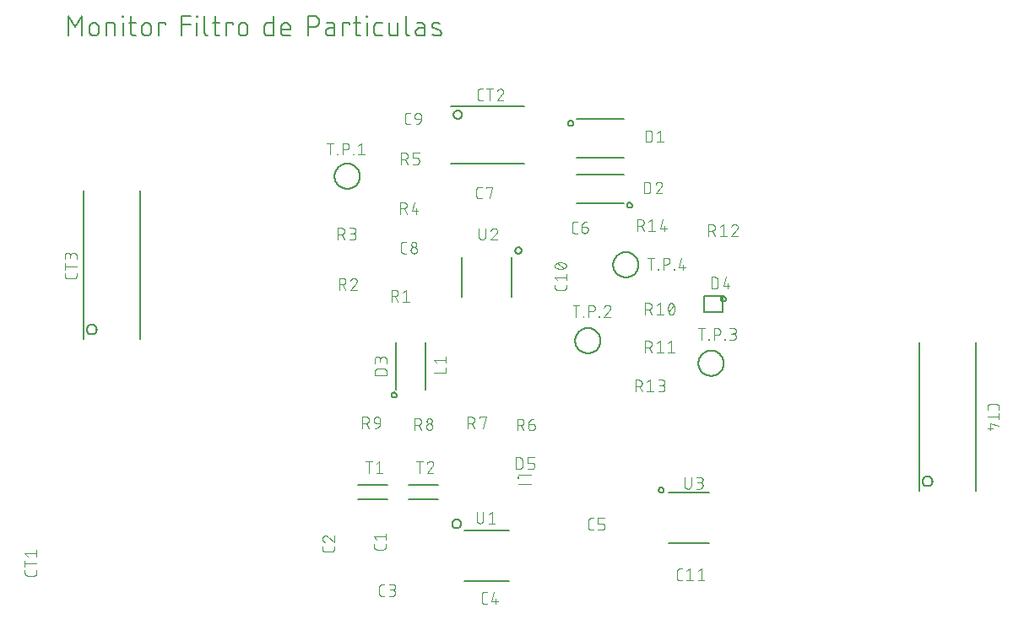
<source format=gto>
G04 EAGLE Gerber RS-274X export*
G75*
%MOMM*%
%FSLAX34Y34*%
%LPD*%
%INSilkscreen Top*%
%IPPOS*%
%AMOC8*
5,1,8,0,0,1.08239X$1,22.5*%
G01*
%ADD10C,0.177800*%
%ADD11C,0.101600*%
%ADD12C,0.127000*%
%ADD13C,0.076200*%


D10*
X50489Y737689D02*
X50489Y757755D01*
X57178Y746607D01*
X63866Y757755D01*
X63866Y737689D01*
X71875Y742148D02*
X71875Y746607D01*
X71877Y746739D01*
X71883Y746871D01*
X71893Y747003D01*
X71906Y747134D01*
X71924Y747265D01*
X71945Y747396D01*
X71971Y747525D01*
X72000Y747654D01*
X72033Y747782D01*
X72069Y747909D01*
X72110Y748035D01*
X72154Y748160D01*
X72202Y748283D01*
X72253Y748405D01*
X72308Y748525D01*
X72367Y748643D01*
X72429Y748760D01*
X72495Y748875D01*
X72563Y748987D01*
X72636Y749098D01*
X72711Y749207D01*
X72790Y749313D01*
X72871Y749417D01*
X72956Y749518D01*
X73044Y749617D01*
X73135Y749713D01*
X73228Y749806D01*
X73324Y749897D01*
X73423Y749985D01*
X73524Y750070D01*
X73628Y750151D01*
X73734Y750230D01*
X73843Y750305D01*
X73954Y750378D01*
X74066Y750446D01*
X74181Y750512D01*
X74298Y750574D01*
X74416Y750633D01*
X74536Y750688D01*
X74658Y750739D01*
X74781Y750787D01*
X74906Y750831D01*
X75032Y750872D01*
X75159Y750908D01*
X75287Y750941D01*
X75416Y750970D01*
X75545Y750996D01*
X75676Y751017D01*
X75807Y751035D01*
X75938Y751048D01*
X76070Y751058D01*
X76202Y751064D01*
X76334Y751066D01*
X76466Y751064D01*
X76598Y751058D01*
X76730Y751048D01*
X76861Y751035D01*
X76992Y751017D01*
X77123Y750996D01*
X77252Y750970D01*
X77381Y750941D01*
X77509Y750908D01*
X77636Y750872D01*
X77762Y750831D01*
X77887Y750787D01*
X78010Y750739D01*
X78132Y750688D01*
X78252Y750633D01*
X78370Y750574D01*
X78487Y750512D01*
X78602Y750446D01*
X78714Y750378D01*
X78825Y750305D01*
X78934Y750230D01*
X79040Y750151D01*
X79144Y750070D01*
X79245Y749985D01*
X79344Y749897D01*
X79440Y749806D01*
X79533Y749713D01*
X79624Y749617D01*
X79712Y749518D01*
X79797Y749417D01*
X79878Y749313D01*
X79957Y749207D01*
X80032Y749098D01*
X80105Y748987D01*
X80173Y748875D01*
X80239Y748760D01*
X80301Y748643D01*
X80360Y748525D01*
X80415Y748405D01*
X80466Y748283D01*
X80514Y748160D01*
X80558Y748035D01*
X80599Y747909D01*
X80635Y747782D01*
X80668Y747654D01*
X80697Y747525D01*
X80723Y747396D01*
X80744Y747265D01*
X80762Y747134D01*
X80775Y747003D01*
X80785Y746871D01*
X80791Y746739D01*
X80793Y746607D01*
X80793Y742148D01*
X80791Y742016D01*
X80785Y741884D01*
X80775Y741752D01*
X80762Y741621D01*
X80744Y741490D01*
X80723Y741359D01*
X80697Y741230D01*
X80668Y741101D01*
X80635Y740973D01*
X80599Y740846D01*
X80558Y740720D01*
X80514Y740595D01*
X80466Y740472D01*
X80415Y740350D01*
X80360Y740230D01*
X80301Y740112D01*
X80239Y739995D01*
X80173Y739880D01*
X80105Y739768D01*
X80032Y739657D01*
X79957Y739548D01*
X79878Y739442D01*
X79797Y739338D01*
X79712Y739237D01*
X79624Y739138D01*
X79533Y739042D01*
X79440Y738949D01*
X79344Y738858D01*
X79245Y738770D01*
X79144Y738685D01*
X79040Y738604D01*
X78934Y738525D01*
X78825Y738450D01*
X78714Y738377D01*
X78602Y738309D01*
X78487Y738243D01*
X78370Y738181D01*
X78252Y738122D01*
X78132Y738067D01*
X78010Y738016D01*
X77887Y737968D01*
X77762Y737924D01*
X77636Y737883D01*
X77509Y737847D01*
X77381Y737814D01*
X77252Y737785D01*
X77123Y737759D01*
X76992Y737738D01*
X76861Y737720D01*
X76730Y737707D01*
X76598Y737697D01*
X76466Y737691D01*
X76334Y737689D01*
X76202Y737691D01*
X76070Y737697D01*
X75938Y737707D01*
X75807Y737720D01*
X75676Y737738D01*
X75545Y737759D01*
X75416Y737785D01*
X75287Y737814D01*
X75159Y737847D01*
X75032Y737883D01*
X74906Y737924D01*
X74781Y737968D01*
X74658Y738016D01*
X74536Y738067D01*
X74416Y738122D01*
X74298Y738181D01*
X74181Y738243D01*
X74066Y738309D01*
X73954Y738377D01*
X73843Y738450D01*
X73734Y738525D01*
X73628Y738604D01*
X73524Y738685D01*
X73423Y738770D01*
X73324Y738858D01*
X73228Y738949D01*
X73135Y739042D01*
X73044Y739138D01*
X72956Y739237D01*
X72871Y739338D01*
X72790Y739442D01*
X72711Y739548D01*
X72636Y739657D01*
X72563Y739768D01*
X72495Y739880D01*
X72429Y739995D01*
X72367Y740112D01*
X72308Y740230D01*
X72253Y740350D01*
X72202Y740472D01*
X72154Y740595D01*
X72110Y740720D01*
X72069Y740846D01*
X72033Y740973D01*
X72000Y741101D01*
X71971Y741230D01*
X71945Y741359D01*
X71924Y741490D01*
X71906Y741621D01*
X71893Y741752D01*
X71883Y741884D01*
X71877Y742016D01*
X71875Y742148D01*
X88559Y737689D02*
X88559Y751066D01*
X94133Y751066D01*
X94247Y751064D01*
X94361Y751058D01*
X94475Y751048D01*
X94588Y751035D01*
X94701Y751017D01*
X94813Y750996D01*
X94925Y750971D01*
X95035Y750942D01*
X95145Y750909D01*
X95253Y750873D01*
X95360Y750833D01*
X95465Y750789D01*
X95569Y750742D01*
X95671Y750691D01*
X95772Y750637D01*
X95870Y750579D01*
X95967Y750518D01*
X96061Y750454D01*
X96154Y750387D01*
X96243Y750316D01*
X96331Y750242D01*
X96415Y750166D01*
X96498Y750087D01*
X96577Y750004D01*
X96653Y749920D01*
X96727Y749832D01*
X96798Y749743D01*
X96865Y749650D01*
X96929Y749556D01*
X96990Y749460D01*
X97048Y749361D01*
X97102Y749260D01*
X97153Y749158D01*
X97200Y749054D01*
X97244Y748949D01*
X97284Y748842D01*
X97320Y748734D01*
X97353Y748624D01*
X97382Y748514D01*
X97407Y748402D01*
X97428Y748290D01*
X97446Y748177D01*
X97459Y748064D01*
X97469Y747950D01*
X97475Y747836D01*
X97477Y747722D01*
X97478Y747722D02*
X97478Y737689D01*
X105377Y737689D02*
X105377Y751066D01*
X104820Y756640D02*
X104820Y757755D01*
X105935Y757755D01*
X105935Y756640D01*
X104820Y756640D01*
X111197Y751066D02*
X117886Y751066D01*
X113427Y757755D02*
X113427Y741033D01*
X113429Y740919D01*
X113435Y740805D01*
X113445Y740691D01*
X113458Y740578D01*
X113476Y740465D01*
X113497Y740353D01*
X113522Y740241D01*
X113551Y740131D01*
X113584Y740021D01*
X113620Y739913D01*
X113660Y739806D01*
X113704Y739701D01*
X113751Y739597D01*
X113802Y739495D01*
X113856Y739394D01*
X113914Y739296D01*
X113975Y739199D01*
X114039Y739105D01*
X114106Y739012D01*
X114177Y738923D01*
X114251Y738835D01*
X114327Y738751D01*
X114406Y738668D01*
X114489Y738589D01*
X114573Y738513D01*
X114661Y738439D01*
X114750Y738368D01*
X114843Y738301D01*
X114937Y738237D01*
X115034Y738176D01*
X115132Y738118D01*
X115233Y738064D01*
X115335Y738013D01*
X115439Y737966D01*
X115544Y737922D01*
X115651Y737882D01*
X115759Y737846D01*
X115869Y737813D01*
X115979Y737784D01*
X116091Y737759D01*
X116203Y737738D01*
X116316Y737720D01*
X116429Y737707D01*
X116543Y737697D01*
X116657Y737691D01*
X116771Y737689D01*
X117886Y737689D01*
X124400Y742148D02*
X124400Y746607D01*
X124402Y746739D01*
X124408Y746871D01*
X124418Y747003D01*
X124431Y747134D01*
X124449Y747265D01*
X124470Y747396D01*
X124496Y747525D01*
X124525Y747654D01*
X124558Y747782D01*
X124594Y747909D01*
X124635Y748035D01*
X124679Y748160D01*
X124727Y748283D01*
X124778Y748405D01*
X124833Y748525D01*
X124892Y748643D01*
X124954Y748760D01*
X125020Y748875D01*
X125088Y748987D01*
X125161Y749098D01*
X125236Y749207D01*
X125315Y749313D01*
X125396Y749417D01*
X125481Y749518D01*
X125569Y749617D01*
X125660Y749713D01*
X125753Y749806D01*
X125849Y749897D01*
X125948Y749985D01*
X126049Y750070D01*
X126153Y750151D01*
X126259Y750230D01*
X126368Y750305D01*
X126479Y750378D01*
X126591Y750446D01*
X126706Y750512D01*
X126823Y750574D01*
X126941Y750633D01*
X127061Y750688D01*
X127183Y750739D01*
X127306Y750787D01*
X127431Y750831D01*
X127557Y750872D01*
X127684Y750908D01*
X127812Y750941D01*
X127941Y750970D01*
X128070Y750996D01*
X128201Y751017D01*
X128332Y751035D01*
X128463Y751048D01*
X128595Y751058D01*
X128727Y751064D01*
X128859Y751066D01*
X128991Y751064D01*
X129123Y751058D01*
X129255Y751048D01*
X129386Y751035D01*
X129517Y751017D01*
X129648Y750996D01*
X129777Y750970D01*
X129906Y750941D01*
X130034Y750908D01*
X130161Y750872D01*
X130287Y750831D01*
X130412Y750787D01*
X130535Y750739D01*
X130657Y750688D01*
X130777Y750633D01*
X130895Y750574D01*
X131012Y750512D01*
X131127Y750446D01*
X131239Y750378D01*
X131350Y750305D01*
X131459Y750230D01*
X131565Y750151D01*
X131669Y750070D01*
X131770Y749985D01*
X131869Y749897D01*
X131965Y749806D01*
X132058Y749713D01*
X132149Y749617D01*
X132237Y749518D01*
X132322Y749417D01*
X132403Y749313D01*
X132482Y749207D01*
X132557Y749098D01*
X132630Y748987D01*
X132698Y748875D01*
X132764Y748760D01*
X132826Y748643D01*
X132885Y748525D01*
X132940Y748405D01*
X132991Y748283D01*
X133039Y748160D01*
X133083Y748035D01*
X133124Y747909D01*
X133160Y747782D01*
X133193Y747654D01*
X133222Y747525D01*
X133248Y747396D01*
X133269Y747265D01*
X133287Y747134D01*
X133300Y747003D01*
X133310Y746871D01*
X133316Y746739D01*
X133318Y746607D01*
X133318Y742148D01*
X133316Y742016D01*
X133310Y741884D01*
X133300Y741752D01*
X133287Y741621D01*
X133269Y741490D01*
X133248Y741359D01*
X133222Y741230D01*
X133193Y741101D01*
X133160Y740973D01*
X133124Y740846D01*
X133083Y740720D01*
X133039Y740595D01*
X132991Y740472D01*
X132940Y740350D01*
X132885Y740230D01*
X132826Y740112D01*
X132764Y739995D01*
X132698Y739880D01*
X132630Y739768D01*
X132557Y739657D01*
X132482Y739548D01*
X132403Y739442D01*
X132322Y739338D01*
X132237Y739237D01*
X132149Y739138D01*
X132058Y739042D01*
X131965Y738949D01*
X131869Y738858D01*
X131770Y738770D01*
X131669Y738685D01*
X131565Y738604D01*
X131459Y738525D01*
X131350Y738450D01*
X131239Y738377D01*
X131127Y738309D01*
X131012Y738243D01*
X130895Y738181D01*
X130777Y738122D01*
X130657Y738067D01*
X130535Y738016D01*
X130412Y737968D01*
X130287Y737924D01*
X130161Y737883D01*
X130034Y737847D01*
X129906Y737814D01*
X129777Y737785D01*
X129648Y737759D01*
X129517Y737738D01*
X129386Y737720D01*
X129255Y737707D01*
X129123Y737697D01*
X128991Y737691D01*
X128859Y737689D01*
X128727Y737691D01*
X128595Y737697D01*
X128463Y737707D01*
X128332Y737720D01*
X128201Y737738D01*
X128070Y737759D01*
X127941Y737785D01*
X127812Y737814D01*
X127684Y737847D01*
X127557Y737883D01*
X127431Y737924D01*
X127306Y737968D01*
X127183Y738016D01*
X127061Y738067D01*
X126941Y738122D01*
X126823Y738181D01*
X126706Y738243D01*
X126591Y738309D01*
X126479Y738377D01*
X126368Y738450D01*
X126259Y738525D01*
X126153Y738604D01*
X126049Y738685D01*
X125948Y738770D01*
X125849Y738858D01*
X125753Y738949D01*
X125660Y739042D01*
X125569Y739138D01*
X125481Y739237D01*
X125396Y739338D01*
X125315Y739442D01*
X125236Y739548D01*
X125161Y739657D01*
X125088Y739768D01*
X125020Y739880D01*
X124954Y739995D01*
X124892Y740112D01*
X124833Y740230D01*
X124778Y740350D01*
X124727Y740472D01*
X124679Y740595D01*
X124635Y740720D01*
X124594Y740846D01*
X124558Y740973D01*
X124525Y741101D01*
X124496Y741230D01*
X124470Y741359D01*
X124449Y741490D01*
X124431Y741621D01*
X124418Y741752D01*
X124408Y741884D01*
X124402Y742016D01*
X124400Y742148D01*
X141163Y737689D02*
X141163Y751066D01*
X147852Y751066D01*
X147852Y748837D01*
X164098Y757755D02*
X164098Y737689D01*
X164098Y757755D02*
X173017Y757755D01*
X173017Y748837D02*
X164098Y748837D01*
X179531Y751066D02*
X179531Y737689D01*
X178973Y756640D02*
X178973Y757755D01*
X180088Y757755D01*
X180088Y756640D01*
X178973Y756640D01*
X187184Y757755D02*
X187184Y741033D01*
X187186Y740919D01*
X187192Y740805D01*
X187202Y740691D01*
X187215Y740578D01*
X187233Y740465D01*
X187254Y740353D01*
X187279Y740241D01*
X187308Y740131D01*
X187341Y740021D01*
X187377Y739913D01*
X187417Y739806D01*
X187461Y739701D01*
X187508Y739597D01*
X187559Y739495D01*
X187613Y739394D01*
X187671Y739296D01*
X187732Y739199D01*
X187796Y739105D01*
X187863Y739012D01*
X187934Y738923D01*
X188008Y738835D01*
X188084Y738751D01*
X188163Y738668D01*
X188246Y738589D01*
X188330Y738513D01*
X188418Y738439D01*
X188507Y738368D01*
X188600Y738301D01*
X188694Y738237D01*
X188791Y738176D01*
X188889Y738118D01*
X188990Y738064D01*
X189092Y738013D01*
X189196Y737966D01*
X189301Y737922D01*
X189408Y737882D01*
X189516Y737846D01*
X189626Y737813D01*
X189736Y737784D01*
X189848Y737759D01*
X189960Y737738D01*
X190073Y737720D01*
X190186Y737707D01*
X190300Y737697D01*
X190414Y737691D01*
X190528Y737689D01*
X195238Y751066D02*
X201926Y751066D01*
X197467Y757755D02*
X197467Y741033D01*
X197469Y740919D01*
X197475Y740805D01*
X197485Y740691D01*
X197498Y740578D01*
X197516Y740465D01*
X197537Y740353D01*
X197562Y740241D01*
X197591Y740131D01*
X197624Y740021D01*
X197660Y739913D01*
X197700Y739806D01*
X197744Y739701D01*
X197791Y739597D01*
X197842Y739495D01*
X197896Y739394D01*
X197954Y739296D01*
X198015Y739199D01*
X198079Y739105D01*
X198146Y739012D01*
X198217Y738923D01*
X198291Y738835D01*
X198367Y738751D01*
X198446Y738668D01*
X198529Y738589D01*
X198613Y738513D01*
X198701Y738439D01*
X198790Y738368D01*
X198883Y738301D01*
X198977Y738237D01*
X199074Y738176D01*
X199172Y738118D01*
X199273Y738064D01*
X199375Y738013D01*
X199479Y737966D01*
X199584Y737922D01*
X199691Y737882D01*
X199799Y737846D01*
X199909Y737813D01*
X200019Y737784D01*
X200131Y737759D01*
X200243Y737738D01*
X200356Y737720D01*
X200469Y737707D01*
X200583Y737697D01*
X200697Y737691D01*
X200811Y737689D01*
X200812Y737689D02*
X201926Y737689D01*
X209137Y737689D02*
X209137Y751066D01*
X215825Y751066D01*
X215825Y748837D01*
X221417Y746607D02*
X221417Y742148D01*
X221417Y746607D02*
X221419Y746739D01*
X221425Y746871D01*
X221435Y747003D01*
X221448Y747134D01*
X221466Y747265D01*
X221487Y747396D01*
X221513Y747525D01*
X221542Y747654D01*
X221575Y747782D01*
X221611Y747909D01*
X221652Y748035D01*
X221696Y748160D01*
X221744Y748283D01*
X221795Y748405D01*
X221850Y748525D01*
X221909Y748643D01*
X221971Y748760D01*
X222037Y748875D01*
X222105Y748987D01*
X222178Y749098D01*
X222253Y749207D01*
X222332Y749313D01*
X222413Y749417D01*
X222498Y749518D01*
X222586Y749617D01*
X222677Y749713D01*
X222770Y749806D01*
X222866Y749897D01*
X222965Y749985D01*
X223066Y750070D01*
X223170Y750151D01*
X223276Y750230D01*
X223385Y750305D01*
X223496Y750378D01*
X223608Y750446D01*
X223723Y750512D01*
X223840Y750574D01*
X223958Y750633D01*
X224078Y750688D01*
X224200Y750739D01*
X224323Y750787D01*
X224448Y750831D01*
X224574Y750872D01*
X224701Y750908D01*
X224829Y750941D01*
X224958Y750970D01*
X225087Y750996D01*
X225218Y751017D01*
X225349Y751035D01*
X225480Y751048D01*
X225612Y751058D01*
X225744Y751064D01*
X225876Y751066D01*
X226008Y751064D01*
X226140Y751058D01*
X226272Y751048D01*
X226403Y751035D01*
X226534Y751017D01*
X226665Y750996D01*
X226794Y750970D01*
X226923Y750941D01*
X227051Y750908D01*
X227178Y750872D01*
X227304Y750831D01*
X227429Y750787D01*
X227552Y750739D01*
X227674Y750688D01*
X227794Y750633D01*
X227912Y750574D01*
X228029Y750512D01*
X228144Y750446D01*
X228256Y750378D01*
X228367Y750305D01*
X228476Y750230D01*
X228582Y750151D01*
X228686Y750070D01*
X228787Y749985D01*
X228886Y749897D01*
X228982Y749806D01*
X229075Y749713D01*
X229166Y749617D01*
X229254Y749518D01*
X229339Y749417D01*
X229420Y749313D01*
X229499Y749207D01*
X229574Y749098D01*
X229647Y748987D01*
X229715Y748875D01*
X229781Y748760D01*
X229843Y748643D01*
X229902Y748525D01*
X229957Y748405D01*
X230008Y748283D01*
X230056Y748160D01*
X230100Y748035D01*
X230141Y747909D01*
X230177Y747782D01*
X230210Y747654D01*
X230239Y747525D01*
X230265Y747396D01*
X230286Y747265D01*
X230304Y747134D01*
X230317Y747003D01*
X230327Y746871D01*
X230333Y746739D01*
X230335Y746607D01*
X230335Y742148D01*
X230333Y742016D01*
X230327Y741884D01*
X230317Y741752D01*
X230304Y741621D01*
X230286Y741490D01*
X230265Y741359D01*
X230239Y741230D01*
X230210Y741101D01*
X230177Y740973D01*
X230141Y740846D01*
X230100Y740720D01*
X230056Y740595D01*
X230008Y740472D01*
X229957Y740350D01*
X229902Y740230D01*
X229843Y740112D01*
X229781Y739995D01*
X229715Y739880D01*
X229647Y739768D01*
X229574Y739657D01*
X229499Y739548D01*
X229420Y739442D01*
X229339Y739338D01*
X229254Y739237D01*
X229166Y739138D01*
X229075Y739042D01*
X228982Y738949D01*
X228886Y738858D01*
X228787Y738770D01*
X228686Y738685D01*
X228582Y738604D01*
X228476Y738525D01*
X228367Y738450D01*
X228256Y738377D01*
X228144Y738309D01*
X228029Y738243D01*
X227912Y738181D01*
X227794Y738122D01*
X227674Y738067D01*
X227552Y738016D01*
X227429Y737968D01*
X227304Y737924D01*
X227178Y737883D01*
X227051Y737847D01*
X226923Y737814D01*
X226794Y737785D01*
X226665Y737759D01*
X226534Y737738D01*
X226403Y737720D01*
X226272Y737707D01*
X226140Y737697D01*
X226008Y737691D01*
X225876Y737689D01*
X225744Y737691D01*
X225612Y737697D01*
X225480Y737707D01*
X225349Y737720D01*
X225218Y737738D01*
X225087Y737759D01*
X224958Y737785D01*
X224829Y737814D01*
X224701Y737847D01*
X224574Y737883D01*
X224448Y737924D01*
X224323Y737968D01*
X224200Y738016D01*
X224078Y738067D01*
X223958Y738122D01*
X223840Y738181D01*
X223723Y738243D01*
X223608Y738309D01*
X223496Y738377D01*
X223385Y738450D01*
X223276Y738525D01*
X223170Y738604D01*
X223066Y738685D01*
X222965Y738770D01*
X222866Y738858D01*
X222770Y738949D01*
X222677Y739042D01*
X222586Y739138D01*
X222498Y739237D01*
X222413Y739338D01*
X222332Y739442D01*
X222253Y739548D01*
X222178Y739657D01*
X222105Y739768D01*
X222037Y739880D01*
X221971Y739995D01*
X221909Y740112D01*
X221850Y740230D01*
X221795Y740350D01*
X221744Y740472D01*
X221696Y740595D01*
X221652Y740720D01*
X221611Y740846D01*
X221575Y740973D01*
X221542Y741101D01*
X221513Y741230D01*
X221487Y741359D01*
X221466Y741490D01*
X221448Y741621D01*
X221435Y741752D01*
X221425Y741884D01*
X221419Y742016D01*
X221417Y742148D01*
X256224Y737689D02*
X256224Y757755D01*
X256224Y737689D02*
X250650Y737689D01*
X250536Y737691D01*
X250422Y737697D01*
X250308Y737707D01*
X250195Y737720D01*
X250082Y737738D01*
X249970Y737759D01*
X249858Y737784D01*
X249748Y737813D01*
X249638Y737846D01*
X249530Y737882D01*
X249423Y737922D01*
X249318Y737966D01*
X249214Y738013D01*
X249112Y738064D01*
X249011Y738118D01*
X248913Y738176D01*
X248816Y738237D01*
X248722Y738301D01*
X248629Y738368D01*
X248540Y738439D01*
X248452Y738513D01*
X248368Y738589D01*
X248285Y738668D01*
X248206Y738751D01*
X248130Y738835D01*
X248056Y738923D01*
X247985Y739012D01*
X247918Y739105D01*
X247854Y739199D01*
X247793Y739296D01*
X247735Y739394D01*
X247681Y739495D01*
X247630Y739597D01*
X247583Y739701D01*
X247539Y739806D01*
X247499Y739913D01*
X247463Y740021D01*
X247430Y740131D01*
X247401Y740241D01*
X247376Y740353D01*
X247355Y740465D01*
X247337Y740578D01*
X247324Y740691D01*
X247314Y740805D01*
X247308Y740919D01*
X247306Y741033D01*
X247306Y747722D01*
X247308Y747836D01*
X247314Y747950D01*
X247324Y748064D01*
X247337Y748177D01*
X247355Y748290D01*
X247376Y748402D01*
X247401Y748514D01*
X247430Y748624D01*
X247463Y748734D01*
X247499Y748842D01*
X247539Y748949D01*
X247583Y749054D01*
X247630Y749158D01*
X247681Y749260D01*
X247735Y749361D01*
X247793Y749459D01*
X247854Y749556D01*
X247918Y749650D01*
X247985Y749743D01*
X248056Y749832D01*
X248130Y749920D01*
X248206Y750004D01*
X248285Y750087D01*
X248368Y750166D01*
X248452Y750242D01*
X248540Y750316D01*
X248629Y750387D01*
X248722Y750454D01*
X248816Y750518D01*
X248913Y750579D01*
X249011Y750637D01*
X249112Y750691D01*
X249214Y750742D01*
X249318Y750789D01*
X249423Y750833D01*
X249530Y750873D01*
X249638Y750909D01*
X249748Y750942D01*
X249858Y750971D01*
X249970Y750996D01*
X250082Y751017D01*
X250195Y751035D01*
X250308Y751048D01*
X250422Y751058D01*
X250536Y751064D01*
X250650Y751066D01*
X256224Y751066D01*
X267400Y737689D02*
X272974Y737689D01*
X267400Y737689D02*
X267286Y737691D01*
X267172Y737697D01*
X267058Y737707D01*
X266945Y737720D01*
X266832Y737738D01*
X266720Y737759D01*
X266608Y737784D01*
X266498Y737813D01*
X266388Y737846D01*
X266280Y737882D01*
X266173Y737922D01*
X266068Y737966D01*
X265964Y738013D01*
X265862Y738064D01*
X265761Y738118D01*
X265663Y738176D01*
X265566Y738237D01*
X265472Y738301D01*
X265379Y738368D01*
X265290Y738439D01*
X265202Y738513D01*
X265118Y738589D01*
X265035Y738668D01*
X264956Y738751D01*
X264880Y738835D01*
X264806Y738923D01*
X264735Y739012D01*
X264668Y739105D01*
X264604Y739199D01*
X264543Y739296D01*
X264485Y739394D01*
X264431Y739495D01*
X264380Y739597D01*
X264333Y739701D01*
X264289Y739806D01*
X264249Y739913D01*
X264213Y740021D01*
X264180Y740131D01*
X264151Y740241D01*
X264126Y740353D01*
X264105Y740465D01*
X264087Y740578D01*
X264074Y740691D01*
X264064Y740805D01*
X264058Y740919D01*
X264056Y741033D01*
X264055Y741033D02*
X264055Y746607D01*
X264057Y746739D01*
X264063Y746871D01*
X264073Y747003D01*
X264086Y747134D01*
X264104Y747265D01*
X264125Y747396D01*
X264151Y747525D01*
X264180Y747654D01*
X264213Y747782D01*
X264249Y747909D01*
X264290Y748035D01*
X264334Y748160D01*
X264382Y748283D01*
X264433Y748405D01*
X264488Y748525D01*
X264547Y748643D01*
X264609Y748760D01*
X264675Y748875D01*
X264743Y748987D01*
X264816Y749098D01*
X264891Y749207D01*
X264970Y749313D01*
X265051Y749417D01*
X265136Y749518D01*
X265224Y749617D01*
X265315Y749713D01*
X265408Y749806D01*
X265504Y749897D01*
X265603Y749985D01*
X265704Y750070D01*
X265808Y750151D01*
X265914Y750230D01*
X266023Y750305D01*
X266134Y750378D01*
X266246Y750446D01*
X266361Y750512D01*
X266478Y750574D01*
X266596Y750633D01*
X266716Y750688D01*
X266838Y750739D01*
X266961Y750787D01*
X267086Y750831D01*
X267212Y750872D01*
X267339Y750908D01*
X267467Y750941D01*
X267596Y750970D01*
X267725Y750996D01*
X267856Y751017D01*
X267987Y751035D01*
X268118Y751048D01*
X268250Y751058D01*
X268382Y751064D01*
X268514Y751066D01*
X268646Y751064D01*
X268778Y751058D01*
X268910Y751048D01*
X269041Y751035D01*
X269172Y751017D01*
X269303Y750996D01*
X269432Y750970D01*
X269561Y750941D01*
X269689Y750908D01*
X269816Y750872D01*
X269942Y750831D01*
X270067Y750787D01*
X270190Y750739D01*
X270312Y750688D01*
X270432Y750633D01*
X270550Y750574D01*
X270667Y750512D01*
X270782Y750446D01*
X270894Y750378D01*
X271005Y750305D01*
X271114Y750230D01*
X271220Y750151D01*
X271324Y750070D01*
X271425Y749985D01*
X271524Y749897D01*
X271620Y749806D01*
X271713Y749713D01*
X271804Y749617D01*
X271892Y749518D01*
X271977Y749417D01*
X272058Y749313D01*
X272137Y749207D01*
X272212Y749098D01*
X272285Y748987D01*
X272353Y748875D01*
X272419Y748760D01*
X272481Y748643D01*
X272540Y748525D01*
X272595Y748405D01*
X272646Y748283D01*
X272694Y748160D01*
X272738Y748035D01*
X272779Y747909D01*
X272815Y747782D01*
X272848Y747654D01*
X272877Y747525D01*
X272903Y747396D01*
X272924Y747265D01*
X272942Y747134D01*
X272955Y747003D01*
X272965Y746871D01*
X272971Y746739D01*
X272973Y746607D01*
X272974Y746607D02*
X272974Y744378D01*
X264055Y744378D01*
X290935Y737689D02*
X290935Y757755D01*
X296509Y757755D01*
X296657Y757753D01*
X296806Y757747D01*
X296954Y757737D01*
X297101Y757723D01*
X297249Y757706D01*
X297396Y757684D01*
X297542Y757658D01*
X297687Y757629D01*
X297832Y757596D01*
X297976Y757559D01*
X298118Y757518D01*
X298260Y757473D01*
X298400Y757424D01*
X298539Y757372D01*
X298676Y757316D01*
X298812Y757257D01*
X298947Y757194D01*
X299079Y757127D01*
X299210Y757057D01*
X299339Y756983D01*
X299466Y756906D01*
X299590Y756826D01*
X299713Y756742D01*
X299833Y756655D01*
X299951Y756565D01*
X300067Y756472D01*
X300180Y756376D01*
X300290Y756277D01*
X300398Y756175D01*
X300503Y756070D01*
X300605Y755962D01*
X300704Y755852D01*
X300800Y755739D01*
X300893Y755623D01*
X300983Y755505D01*
X301070Y755385D01*
X301154Y755262D01*
X301234Y755138D01*
X301311Y755011D01*
X301385Y754882D01*
X301455Y754751D01*
X301522Y754619D01*
X301585Y754484D01*
X301644Y754348D01*
X301700Y754211D01*
X301752Y754072D01*
X301801Y753932D01*
X301846Y753790D01*
X301887Y753648D01*
X301924Y753504D01*
X301957Y753359D01*
X301986Y753214D01*
X302012Y753068D01*
X302034Y752921D01*
X302051Y752773D01*
X302065Y752626D01*
X302075Y752478D01*
X302081Y752329D01*
X302083Y752181D01*
X302081Y752033D01*
X302075Y751884D01*
X302065Y751736D01*
X302051Y751589D01*
X302034Y751441D01*
X302012Y751294D01*
X301986Y751148D01*
X301957Y751003D01*
X301924Y750858D01*
X301887Y750714D01*
X301846Y750572D01*
X301801Y750430D01*
X301752Y750290D01*
X301700Y750151D01*
X301644Y750014D01*
X301585Y749878D01*
X301522Y749743D01*
X301455Y749611D01*
X301385Y749480D01*
X301311Y749351D01*
X301234Y749224D01*
X301154Y749100D01*
X301070Y748977D01*
X300983Y748857D01*
X300893Y748739D01*
X300800Y748623D01*
X300704Y748510D01*
X300605Y748400D01*
X300503Y748292D01*
X300398Y748187D01*
X300290Y748085D01*
X300180Y747986D01*
X300067Y747890D01*
X299951Y747797D01*
X299833Y747707D01*
X299713Y747620D01*
X299590Y747536D01*
X299466Y747456D01*
X299339Y747379D01*
X299210Y747305D01*
X299079Y747235D01*
X298947Y747168D01*
X298812Y747105D01*
X298676Y747046D01*
X298539Y746990D01*
X298400Y746938D01*
X298260Y746889D01*
X298118Y746844D01*
X297976Y746803D01*
X297832Y746766D01*
X297687Y746733D01*
X297542Y746704D01*
X297396Y746678D01*
X297249Y746656D01*
X297101Y746639D01*
X296954Y746625D01*
X296806Y746615D01*
X296657Y746609D01*
X296509Y746607D01*
X290935Y746607D01*
X312384Y745492D02*
X317401Y745492D01*
X312384Y745493D02*
X312260Y745491D01*
X312137Y745485D01*
X312013Y745475D01*
X311890Y745462D01*
X311767Y745444D01*
X311646Y745422D01*
X311524Y745397D01*
X311404Y745368D01*
X311285Y745335D01*
X311166Y745298D01*
X311049Y745258D01*
X310934Y745213D01*
X310820Y745166D01*
X310707Y745114D01*
X310596Y745059D01*
X310487Y745001D01*
X310380Y744939D01*
X310274Y744874D01*
X310171Y744805D01*
X310070Y744733D01*
X309972Y744658D01*
X309876Y744580D01*
X309782Y744499D01*
X309691Y744415D01*
X309603Y744328D01*
X309518Y744239D01*
X309435Y744146D01*
X309355Y744051D01*
X309279Y743954D01*
X309206Y743854D01*
X309135Y743752D01*
X309068Y743648D01*
X309005Y743542D01*
X308945Y743434D01*
X308888Y743324D01*
X308835Y743212D01*
X308785Y743099D01*
X308739Y742984D01*
X308697Y742867D01*
X308658Y742750D01*
X308623Y742631D01*
X308592Y742511D01*
X308565Y742390D01*
X308541Y742269D01*
X308522Y742146D01*
X308506Y742023D01*
X308494Y741900D01*
X308486Y741777D01*
X308482Y741653D01*
X308482Y741529D01*
X308486Y741405D01*
X308494Y741282D01*
X308506Y741159D01*
X308522Y741036D01*
X308541Y740913D01*
X308565Y740792D01*
X308592Y740671D01*
X308623Y740551D01*
X308658Y740432D01*
X308697Y740315D01*
X308739Y740198D01*
X308785Y740083D01*
X308835Y739970D01*
X308888Y739858D01*
X308945Y739748D01*
X309005Y739640D01*
X309068Y739534D01*
X309135Y739430D01*
X309206Y739328D01*
X309279Y739228D01*
X309355Y739131D01*
X309435Y739036D01*
X309518Y738943D01*
X309603Y738854D01*
X309691Y738767D01*
X309782Y738683D01*
X309876Y738602D01*
X309972Y738524D01*
X310070Y738449D01*
X310171Y738377D01*
X310274Y738308D01*
X310380Y738243D01*
X310487Y738181D01*
X310596Y738123D01*
X310707Y738068D01*
X310820Y738016D01*
X310934Y737969D01*
X311049Y737924D01*
X311166Y737884D01*
X311285Y737847D01*
X311404Y737814D01*
X311524Y737785D01*
X311646Y737760D01*
X311767Y737738D01*
X311890Y737720D01*
X312013Y737707D01*
X312137Y737697D01*
X312260Y737691D01*
X312384Y737689D01*
X317401Y737689D01*
X317401Y747722D01*
X317400Y747722D02*
X317398Y747836D01*
X317392Y747950D01*
X317382Y748064D01*
X317369Y748177D01*
X317351Y748290D01*
X317330Y748402D01*
X317305Y748514D01*
X317276Y748624D01*
X317243Y748734D01*
X317207Y748842D01*
X317167Y748949D01*
X317123Y749054D01*
X317076Y749158D01*
X317025Y749260D01*
X316971Y749361D01*
X316913Y749459D01*
X316852Y749556D01*
X316788Y749650D01*
X316721Y749743D01*
X316650Y749832D01*
X316576Y749920D01*
X316500Y750004D01*
X316421Y750087D01*
X316338Y750166D01*
X316254Y750242D01*
X316166Y750316D01*
X316077Y750387D01*
X315984Y750454D01*
X315890Y750518D01*
X315793Y750579D01*
X315695Y750637D01*
X315594Y750691D01*
X315492Y750742D01*
X315388Y750789D01*
X315283Y750833D01*
X315176Y750873D01*
X315068Y750909D01*
X314958Y750942D01*
X314848Y750971D01*
X314736Y750996D01*
X314624Y751017D01*
X314511Y751035D01*
X314398Y751048D01*
X314284Y751058D01*
X314170Y751064D01*
X314056Y751066D01*
X309597Y751066D01*
X325928Y751066D02*
X325928Y737689D01*
X325928Y751066D02*
X332617Y751066D01*
X332617Y748837D01*
X336747Y751066D02*
X343435Y751066D01*
X338976Y757755D02*
X338976Y741033D01*
X338977Y741033D02*
X338979Y740919D01*
X338985Y740805D01*
X338995Y740691D01*
X339008Y740578D01*
X339026Y740465D01*
X339047Y740353D01*
X339072Y740241D01*
X339101Y740131D01*
X339134Y740021D01*
X339170Y739913D01*
X339210Y739806D01*
X339254Y739701D01*
X339301Y739597D01*
X339352Y739495D01*
X339406Y739394D01*
X339464Y739296D01*
X339525Y739199D01*
X339589Y739105D01*
X339656Y739012D01*
X339727Y738923D01*
X339801Y738835D01*
X339877Y738751D01*
X339956Y738668D01*
X340039Y738589D01*
X340123Y738513D01*
X340211Y738439D01*
X340300Y738368D01*
X340393Y738301D01*
X340487Y738237D01*
X340584Y738176D01*
X340682Y738118D01*
X340783Y738064D01*
X340885Y738013D01*
X340989Y737966D01*
X341094Y737922D01*
X341201Y737882D01*
X341309Y737846D01*
X341419Y737813D01*
X341529Y737784D01*
X341641Y737759D01*
X341753Y737738D01*
X341866Y737720D01*
X341979Y737707D01*
X342093Y737697D01*
X342207Y737691D01*
X342321Y737689D01*
X343435Y737689D01*
X350083Y737689D02*
X350083Y751066D01*
X349526Y756640D02*
X349526Y757755D01*
X350640Y757755D01*
X350640Y756640D01*
X349526Y756640D01*
X360726Y737689D02*
X365185Y737689D01*
X360726Y737689D02*
X360612Y737691D01*
X360498Y737697D01*
X360384Y737707D01*
X360271Y737720D01*
X360158Y737738D01*
X360046Y737759D01*
X359934Y737784D01*
X359824Y737813D01*
X359714Y737846D01*
X359606Y737882D01*
X359499Y737922D01*
X359394Y737966D01*
X359290Y738013D01*
X359188Y738064D01*
X359087Y738118D01*
X358989Y738176D01*
X358892Y738237D01*
X358798Y738301D01*
X358705Y738368D01*
X358616Y738439D01*
X358528Y738513D01*
X358444Y738589D01*
X358361Y738668D01*
X358282Y738751D01*
X358206Y738835D01*
X358132Y738923D01*
X358061Y739012D01*
X357994Y739105D01*
X357930Y739199D01*
X357869Y739296D01*
X357811Y739394D01*
X357757Y739495D01*
X357706Y739597D01*
X357659Y739701D01*
X357615Y739806D01*
X357575Y739913D01*
X357539Y740021D01*
X357506Y740131D01*
X357477Y740241D01*
X357452Y740353D01*
X357431Y740465D01*
X357413Y740578D01*
X357400Y740691D01*
X357390Y740805D01*
X357384Y740919D01*
X357382Y741033D01*
X357382Y747722D01*
X357384Y747836D01*
X357390Y747950D01*
X357400Y748064D01*
X357413Y748177D01*
X357431Y748290D01*
X357452Y748402D01*
X357477Y748514D01*
X357506Y748624D01*
X357539Y748734D01*
X357575Y748842D01*
X357615Y748949D01*
X357659Y749054D01*
X357706Y749158D01*
X357757Y749260D01*
X357811Y749361D01*
X357869Y749459D01*
X357930Y749556D01*
X357994Y749650D01*
X358061Y749743D01*
X358132Y749832D01*
X358206Y749920D01*
X358282Y750004D01*
X358361Y750087D01*
X358444Y750166D01*
X358528Y750242D01*
X358616Y750316D01*
X358705Y750387D01*
X358798Y750454D01*
X358892Y750518D01*
X358989Y750579D01*
X359087Y750637D01*
X359188Y750691D01*
X359290Y750742D01*
X359394Y750789D01*
X359499Y750833D01*
X359606Y750873D01*
X359714Y750909D01*
X359824Y750942D01*
X359934Y750971D01*
X360046Y750996D01*
X360158Y751017D01*
X360271Y751035D01*
X360384Y751048D01*
X360498Y751058D01*
X360612Y751064D01*
X360726Y751066D01*
X365185Y751066D01*
X372196Y751066D02*
X372196Y741033D01*
X372198Y740919D01*
X372204Y740805D01*
X372214Y740691D01*
X372227Y740578D01*
X372245Y740465D01*
X372266Y740353D01*
X372291Y740241D01*
X372320Y740131D01*
X372353Y740021D01*
X372389Y739913D01*
X372429Y739806D01*
X372473Y739701D01*
X372520Y739597D01*
X372571Y739495D01*
X372625Y739394D01*
X372683Y739296D01*
X372744Y739199D01*
X372808Y739105D01*
X372875Y739012D01*
X372946Y738923D01*
X373020Y738835D01*
X373096Y738751D01*
X373175Y738668D01*
X373258Y738589D01*
X373342Y738513D01*
X373430Y738439D01*
X373519Y738368D01*
X373612Y738301D01*
X373706Y738237D01*
X373803Y738176D01*
X373901Y738118D01*
X374002Y738064D01*
X374104Y738013D01*
X374208Y737966D01*
X374313Y737922D01*
X374420Y737882D01*
X374528Y737846D01*
X374638Y737813D01*
X374748Y737784D01*
X374860Y737759D01*
X374972Y737738D01*
X375085Y737720D01*
X375198Y737707D01*
X375312Y737697D01*
X375426Y737691D01*
X375540Y737689D01*
X381114Y737689D01*
X381114Y751066D01*
X389251Y757755D02*
X389251Y741033D01*
X389252Y741033D02*
X389254Y740919D01*
X389260Y740805D01*
X389270Y740691D01*
X389283Y740578D01*
X389301Y740465D01*
X389322Y740353D01*
X389347Y740241D01*
X389376Y740131D01*
X389409Y740021D01*
X389445Y739913D01*
X389485Y739806D01*
X389529Y739701D01*
X389576Y739597D01*
X389627Y739495D01*
X389681Y739394D01*
X389739Y739296D01*
X389800Y739199D01*
X389864Y739105D01*
X389931Y739012D01*
X390002Y738923D01*
X390076Y738835D01*
X390152Y738751D01*
X390231Y738668D01*
X390314Y738589D01*
X390398Y738513D01*
X390486Y738439D01*
X390575Y738368D01*
X390668Y738301D01*
X390762Y738237D01*
X390859Y738176D01*
X390957Y738118D01*
X391058Y738064D01*
X391160Y738013D01*
X391264Y737966D01*
X391369Y737922D01*
X391476Y737882D01*
X391584Y737846D01*
X391694Y737813D01*
X391804Y737784D01*
X391916Y737759D01*
X392028Y737738D01*
X392141Y737720D01*
X392254Y737707D01*
X392368Y737697D01*
X392482Y737691D01*
X392596Y737689D01*
X402604Y745492D02*
X407621Y745492D01*
X402604Y745493D02*
X402480Y745491D01*
X402357Y745485D01*
X402233Y745475D01*
X402110Y745462D01*
X401987Y745444D01*
X401866Y745422D01*
X401744Y745397D01*
X401624Y745368D01*
X401505Y745335D01*
X401386Y745298D01*
X401269Y745258D01*
X401154Y745213D01*
X401040Y745166D01*
X400927Y745114D01*
X400816Y745059D01*
X400707Y745001D01*
X400600Y744939D01*
X400494Y744874D01*
X400391Y744805D01*
X400290Y744733D01*
X400192Y744658D01*
X400096Y744580D01*
X400002Y744499D01*
X399911Y744415D01*
X399823Y744328D01*
X399738Y744239D01*
X399655Y744146D01*
X399575Y744051D01*
X399499Y743954D01*
X399426Y743854D01*
X399355Y743752D01*
X399288Y743648D01*
X399225Y743542D01*
X399165Y743434D01*
X399108Y743324D01*
X399055Y743212D01*
X399005Y743099D01*
X398959Y742984D01*
X398917Y742867D01*
X398878Y742750D01*
X398843Y742631D01*
X398812Y742511D01*
X398785Y742390D01*
X398761Y742269D01*
X398742Y742146D01*
X398726Y742023D01*
X398714Y741900D01*
X398706Y741777D01*
X398702Y741653D01*
X398702Y741529D01*
X398706Y741405D01*
X398714Y741282D01*
X398726Y741159D01*
X398742Y741036D01*
X398761Y740913D01*
X398785Y740792D01*
X398812Y740671D01*
X398843Y740551D01*
X398878Y740432D01*
X398917Y740315D01*
X398959Y740198D01*
X399005Y740083D01*
X399055Y739970D01*
X399108Y739858D01*
X399165Y739748D01*
X399225Y739640D01*
X399288Y739534D01*
X399355Y739430D01*
X399426Y739328D01*
X399499Y739228D01*
X399575Y739131D01*
X399655Y739036D01*
X399738Y738943D01*
X399823Y738854D01*
X399911Y738767D01*
X400002Y738683D01*
X400096Y738602D01*
X400192Y738524D01*
X400290Y738449D01*
X400391Y738377D01*
X400494Y738308D01*
X400600Y738243D01*
X400707Y738181D01*
X400816Y738123D01*
X400927Y738068D01*
X401040Y738016D01*
X401154Y737969D01*
X401269Y737924D01*
X401386Y737884D01*
X401505Y737847D01*
X401624Y737814D01*
X401744Y737785D01*
X401866Y737760D01*
X401987Y737738D01*
X402110Y737720D01*
X402233Y737707D01*
X402357Y737697D01*
X402480Y737691D01*
X402604Y737689D01*
X407621Y737689D01*
X407621Y747722D01*
X407620Y747722D02*
X407618Y747836D01*
X407612Y747950D01*
X407602Y748064D01*
X407589Y748177D01*
X407571Y748290D01*
X407550Y748402D01*
X407525Y748514D01*
X407496Y748624D01*
X407463Y748734D01*
X407427Y748842D01*
X407387Y748949D01*
X407343Y749054D01*
X407296Y749158D01*
X407245Y749260D01*
X407191Y749361D01*
X407133Y749459D01*
X407072Y749556D01*
X407008Y749650D01*
X406941Y749743D01*
X406870Y749832D01*
X406796Y749920D01*
X406720Y750004D01*
X406641Y750087D01*
X406558Y750166D01*
X406474Y750242D01*
X406386Y750316D01*
X406297Y750387D01*
X406204Y750454D01*
X406110Y750518D01*
X406013Y750579D01*
X405915Y750637D01*
X405814Y750691D01*
X405712Y750742D01*
X405608Y750789D01*
X405503Y750833D01*
X405396Y750873D01*
X405288Y750909D01*
X405178Y750942D01*
X405068Y750971D01*
X404956Y750996D01*
X404844Y751017D01*
X404731Y751035D01*
X404618Y751048D01*
X404504Y751058D01*
X404390Y751064D01*
X404276Y751066D01*
X399817Y751066D01*
X417124Y745492D02*
X422698Y743263D01*
X417124Y745493D02*
X417025Y745534D01*
X416928Y745579D01*
X416833Y745628D01*
X416740Y745680D01*
X416648Y745736D01*
X416559Y745795D01*
X416472Y745857D01*
X416388Y745923D01*
X416305Y745991D01*
X416226Y746063D01*
X416149Y746137D01*
X416075Y746214D01*
X416004Y746294D01*
X415936Y746376D01*
X415871Y746461D01*
X415809Y746548D01*
X415750Y746638D01*
X415695Y746729D01*
X415643Y746823D01*
X415595Y746918D01*
X415550Y747016D01*
X415509Y747114D01*
X415472Y747214D01*
X415438Y747316D01*
X415408Y747419D01*
X415382Y747522D01*
X415360Y747627D01*
X415341Y747732D01*
X415327Y747838D01*
X415316Y747945D01*
X415310Y748051D01*
X415307Y748158D01*
X415308Y748265D01*
X415314Y748372D01*
X415323Y748479D01*
X415336Y748585D01*
X415353Y748690D01*
X415374Y748795D01*
X415399Y748899D01*
X415428Y749002D01*
X415460Y749104D01*
X415496Y749205D01*
X415536Y749304D01*
X415580Y749402D01*
X415627Y749498D01*
X415678Y749592D01*
X415732Y749684D01*
X415789Y749774D01*
X415850Y749862D01*
X415914Y749948D01*
X415981Y750031D01*
X416051Y750112D01*
X416124Y750190D01*
X416200Y750265D01*
X416279Y750338D01*
X416360Y750407D01*
X416444Y750474D01*
X416530Y750537D01*
X416619Y750597D01*
X416709Y750654D01*
X416802Y750707D01*
X416896Y750757D01*
X416993Y750803D01*
X417091Y750846D01*
X417190Y750885D01*
X417291Y750920D01*
X417393Y750952D01*
X417497Y750980D01*
X417601Y751004D01*
X417706Y751024D01*
X417812Y751040D01*
X417918Y751052D01*
X418024Y751061D01*
X418131Y751065D01*
X418238Y751066D01*
X418239Y751066D02*
X418543Y751058D01*
X418847Y751042D01*
X419151Y751020D01*
X419454Y750990D01*
X419756Y750953D01*
X420057Y750908D01*
X420357Y750857D01*
X420655Y750798D01*
X420953Y750732D01*
X421248Y750658D01*
X421542Y750578D01*
X421833Y750491D01*
X422123Y750397D01*
X422410Y750296D01*
X422694Y750187D01*
X422976Y750073D01*
X423255Y749951D01*
X422697Y743262D02*
X422796Y743221D01*
X422893Y743176D01*
X422988Y743127D01*
X423081Y743075D01*
X423173Y743019D01*
X423262Y742960D01*
X423349Y742898D01*
X423433Y742832D01*
X423516Y742764D01*
X423595Y742692D01*
X423672Y742618D01*
X423746Y742541D01*
X423817Y742461D01*
X423885Y742379D01*
X423950Y742294D01*
X424012Y742207D01*
X424071Y742117D01*
X424126Y742026D01*
X424178Y741932D01*
X424226Y741837D01*
X424271Y741739D01*
X424312Y741641D01*
X424349Y741541D01*
X424383Y741439D01*
X424413Y741336D01*
X424439Y741233D01*
X424461Y741128D01*
X424480Y741023D01*
X424494Y740917D01*
X424505Y740810D01*
X424511Y740704D01*
X424514Y740597D01*
X424513Y740490D01*
X424507Y740383D01*
X424498Y740276D01*
X424485Y740170D01*
X424468Y740065D01*
X424447Y739960D01*
X424422Y739856D01*
X424393Y739753D01*
X424361Y739651D01*
X424325Y739550D01*
X424285Y739451D01*
X424241Y739353D01*
X424194Y739257D01*
X424143Y739163D01*
X424089Y739071D01*
X424032Y738981D01*
X423971Y738893D01*
X423907Y738807D01*
X423840Y738724D01*
X423770Y738643D01*
X423697Y738565D01*
X423621Y738490D01*
X423542Y738417D01*
X423461Y738348D01*
X423377Y738281D01*
X423291Y738218D01*
X423202Y738158D01*
X423112Y738101D01*
X423019Y738048D01*
X422925Y737998D01*
X422828Y737952D01*
X422730Y737909D01*
X422631Y737870D01*
X422530Y737835D01*
X422428Y737803D01*
X422324Y737775D01*
X422220Y737751D01*
X422115Y737731D01*
X422009Y737715D01*
X421903Y737703D01*
X421797Y737694D01*
X421690Y737690D01*
X421583Y737689D01*
X421136Y737701D01*
X420689Y737723D01*
X420243Y737756D01*
X419798Y737799D01*
X419354Y737853D01*
X418912Y737917D01*
X418471Y737992D01*
X418032Y738077D01*
X417595Y738173D01*
X417161Y738279D01*
X416729Y738395D01*
X416300Y738521D01*
X415874Y738657D01*
X415452Y738804D01*
D11*
X368892Y227201D02*
X368892Y224604D01*
X368890Y224505D01*
X368884Y224405D01*
X368875Y224306D01*
X368862Y224208D01*
X368845Y224110D01*
X368824Y224012D01*
X368799Y223916D01*
X368771Y223821D01*
X368739Y223727D01*
X368704Y223634D01*
X368665Y223542D01*
X368622Y223452D01*
X368577Y223364D01*
X368527Y223277D01*
X368475Y223193D01*
X368419Y223110D01*
X368361Y223030D01*
X368299Y222952D01*
X368234Y222877D01*
X368166Y222804D01*
X368096Y222734D01*
X368023Y222666D01*
X367948Y222601D01*
X367870Y222539D01*
X367790Y222481D01*
X367707Y222425D01*
X367623Y222373D01*
X367536Y222323D01*
X367448Y222278D01*
X367358Y222235D01*
X367266Y222196D01*
X367173Y222161D01*
X367079Y222129D01*
X366984Y222101D01*
X366888Y222076D01*
X366790Y222055D01*
X366692Y222038D01*
X366594Y222025D01*
X366495Y222016D01*
X366395Y222010D01*
X366296Y222008D01*
X359804Y222008D01*
X359705Y222010D01*
X359605Y222016D01*
X359506Y222025D01*
X359408Y222038D01*
X359310Y222056D01*
X359212Y222076D01*
X359116Y222101D01*
X359020Y222129D01*
X358926Y222161D01*
X358833Y222196D01*
X358742Y222235D01*
X358652Y222278D01*
X358563Y222323D01*
X358477Y222373D01*
X358392Y222425D01*
X358310Y222481D01*
X358230Y222540D01*
X358152Y222601D01*
X358076Y222666D01*
X358003Y222734D01*
X357933Y222804D01*
X357865Y222877D01*
X357800Y222953D01*
X357739Y223031D01*
X357680Y223111D01*
X357624Y223193D01*
X357572Y223278D01*
X357523Y223364D01*
X357477Y223453D01*
X357434Y223543D01*
X357395Y223634D01*
X357360Y223727D01*
X357328Y223821D01*
X357300Y223917D01*
X357275Y224013D01*
X357255Y224111D01*
X357237Y224209D01*
X357224Y224307D01*
X357215Y224406D01*
X357209Y224505D01*
X357207Y224605D01*
X357208Y224604D02*
X357208Y227201D01*
X359804Y231566D02*
X357208Y234812D01*
X368892Y234812D01*
X368892Y238057D02*
X368892Y231566D01*
X549892Y485304D02*
X549892Y487901D01*
X549892Y485304D02*
X549890Y485205D01*
X549884Y485105D01*
X549875Y485006D01*
X549862Y484908D01*
X549845Y484810D01*
X549824Y484712D01*
X549799Y484616D01*
X549771Y484521D01*
X549739Y484427D01*
X549704Y484334D01*
X549665Y484242D01*
X549622Y484152D01*
X549577Y484064D01*
X549527Y483977D01*
X549475Y483893D01*
X549419Y483810D01*
X549361Y483730D01*
X549299Y483652D01*
X549234Y483577D01*
X549166Y483504D01*
X549096Y483434D01*
X549023Y483366D01*
X548948Y483301D01*
X548870Y483239D01*
X548790Y483181D01*
X548707Y483125D01*
X548623Y483073D01*
X548536Y483023D01*
X548448Y482978D01*
X548358Y482935D01*
X548266Y482896D01*
X548173Y482861D01*
X548079Y482829D01*
X547984Y482801D01*
X547888Y482776D01*
X547790Y482755D01*
X547692Y482738D01*
X547594Y482725D01*
X547495Y482716D01*
X547395Y482710D01*
X547296Y482708D01*
X540804Y482708D01*
X540705Y482710D01*
X540605Y482716D01*
X540506Y482725D01*
X540408Y482738D01*
X540310Y482756D01*
X540212Y482776D01*
X540116Y482801D01*
X540020Y482829D01*
X539926Y482861D01*
X539833Y482896D01*
X539742Y482935D01*
X539652Y482978D01*
X539563Y483023D01*
X539477Y483073D01*
X539392Y483125D01*
X539310Y483181D01*
X539230Y483240D01*
X539152Y483301D01*
X539076Y483366D01*
X539003Y483434D01*
X538933Y483504D01*
X538865Y483577D01*
X538800Y483653D01*
X538739Y483731D01*
X538680Y483811D01*
X538624Y483893D01*
X538572Y483978D01*
X538523Y484064D01*
X538477Y484153D01*
X538434Y484243D01*
X538395Y484334D01*
X538360Y484427D01*
X538328Y484521D01*
X538300Y484617D01*
X538275Y484713D01*
X538255Y484811D01*
X538237Y484909D01*
X538224Y485007D01*
X538215Y485106D01*
X538209Y485205D01*
X538207Y485305D01*
X538208Y485304D02*
X538208Y487901D01*
X540804Y492266D02*
X538208Y495512D01*
X549892Y495512D01*
X549892Y498757D02*
X549892Y492266D01*
X544050Y503696D02*
X543820Y503699D01*
X543590Y503707D01*
X543361Y503721D01*
X543132Y503740D01*
X542903Y503765D01*
X542675Y503795D01*
X542448Y503830D01*
X542222Y503871D01*
X541997Y503917D01*
X541773Y503969D01*
X541550Y504026D01*
X541329Y504088D01*
X541109Y504156D01*
X540891Y504229D01*
X540675Y504307D01*
X540461Y504390D01*
X540249Y504478D01*
X540038Y504571D01*
X539831Y504670D01*
X539741Y504703D01*
X539652Y504739D01*
X539564Y504779D01*
X539479Y504823D01*
X539395Y504870D01*
X539313Y504920D01*
X539233Y504974D01*
X539156Y505030D01*
X539080Y505090D01*
X539007Y505153D01*
X538937Y505218D01*
X538869Y505287D01*
X538805Y505358D01*
X538743Y505431D01*
X538684Y505507D01*
X538628Y505585D01*
X538575Y505666D01*
X538526Y505748D01*
X538480Y505832D01*
X538437Y505919D01*
X538398Y506006D01*
X538362Y506096D01*
X538330Y506186D01*
X538302Y506278D01*
X538277Y506371D01*
X538256Y506465D01*
X538239Y506559D01*
X538225Y506654D01*
X538216Y506750D01*
X538210Y506846D01*
X538208Y506942D01*
X538210Y507038D01*
X538216Y507134D01*
X538225Y507230D01*
X538239Y507325D01*
X538256Y507419D01*
X538277Y507513D01*
X538302Y507606D01*
X538330Y507698D01*
X538362Y507788D01*
X538398Y507878D01*
X538437Y507966D01*
X538480Y508052D01*
X538526Y508136D01*
X538575Y508218D01*
X538628Y508299D01*
X538684Y508377D01*
X538743Y508453D01*
X538805Y508526D01*
X538869Y508597D01*
X538937Y508666D01*
X539007Y508731D01*
X539080Y508794D01*
X539156Y508854D01*
X539233Y508910D01*
X539313Y508964D01*
X539395Y509014D01*
X539479Y509061D01*
X539564Y509105D01*
X539652Y509145D01*
X539741Y509181D01*
X539831Y509214D01*
X540038Y509313D01*
X540249Y509406D01*
X540461Y509494D01*
X540675Y509577D01*
X540891Y509655D01*
X541109Y509728D01*
X541329Y509796D01*
X541550Y509858D01*
X541773Y509915D01*
X541997Y509967D01*
X542222Y510013D01*
X542448Y510054D01*
X542675Y510089D01*
X542903Y510119D01*
X543132Y510144D01*
X543361Y510163D01*
X543590Y510177D01*
X543820Y510185D01*
X544050Y510188D01*
X544050Y503696D02*
X544280Y503699D01*
X544510Y503707D01*
X544739Y503721D01*
X544968Y503740D01*
X545197Y503765D01*
X545425Y503795D01*
X545652Y503830D01*
X545878Y503871D01*
X546103Y503917D01*
X546327Y503969D01*
X546550Y504026D01*
X546771Y504088D01*
X546991Y504156D01*
X547209Y504229D01*
X547425Y504307D01*
X547639Y504390D01*
X547851Y504478D01*
X548062Y504571D01*
X548269Y504670D01*
X548359Y504703D01*
X548448Y504739D01*
X548536Y504780D01*
X548621Y504823D01*
X548705Y504870D01*
X548787Y504920D01*
X548867Y504974D01*
X548944Y505030D01*
X549020Y505090D01*
X549093Y505153D01*
X549163Y505218D01*
X549231Y505287D01*
X549295Y505358D01*
X549357Y505431D01*
X549416Y505507D01*
X549472Y505585D01*
X549525Y505666D01*
X549574Y505748D01*
X549620Y505832D01*
X549663Y505919D01*
X549702Y506006D01*
X549738Y506096D01*
X549770Y506186D01*
X549798Y506278D01*
X549823Y506371D01*
X549844Y506465D01*
X549861Y506559D01*
X549875Y506654D01*
X549884Y506750D01*
X549890Y506846D01*
X549892Y506942D01*
X548269Y509214D02*
X548062Y509313D01*
X547851Y509406D01*
X547639Y509494D01*
X547425Y509577D01*
X547209Y509655D01*
X546991Y509728D01*
X546771Y509796D01*
X546550Y509858D01*
X546327Y509915D01*
X546103Y509967D01*
X545878Y510013D01*
X545652Y510054D01*
X545425Y510089D01*
X545197Y510119D01*
X544968Y510144D01*
X544739Y510163D01*
X544510Y510177D01*
X544280Y510185D01*
X544050Y510188D01*
X548269Y509214D02*
X548359Y509181D01*
X548448Y509145D01*
X548536Y509105D01*
X548621Y509061D01*
X548705Y509014D01*
X548787Y508964D01*
X548867Y508910D01*
X548944Y508854D01*
X549020Y508794D01*
X549093Y508731D01*
X549163Y508666D01*
X549231Y508597D01*
X549295Y508526D01*
X549357Y508453D01*
X549416Y508377D01*
X549472Y508299D01*
X549525Y508218D01*
X549574Y508136D01*
X549620Y508052D01*
X549663Y507965D01*
X549702Y507878D01*
X549738Y507788D01*
X549770Y507698D01*
X549798Y507606D01*
X549823Y507513D01*
X549844Y507419D01*
X549861Y507325D01*
X549875Y507230D01*
X549884Y507134D01*
X549890Y507038D01*
X549892Y506942D01*
X547296Y504345D02*
X540804Y509538D01*
X663504Y191008D02*
X666101Y191008D01*
X663504Y191008D02*
X663405Y191010D01*
X663305Y191016D01*
X663206Y191025D01*
X663108Y191038D01*
X663010Y191055D01*
X662912Y191076D01*
X662816Y191101D01*
X662721Y191129D01*
X662627Y191161D01*
X662534Y191196D01*
X662442Y191235D01*
X662352Y191278D01*
X662264Y191323D01*
X662177Y191373D01*
X662093Y191425D01*
X662010Y191481D01*
X661930Y191539D01*
X661852Y191601D01*
X661777Y191666D01*
X661704Y191734D01*
X661634Y191804D01*
X661566Y191877D01*
X661501Y191952D01*
X661439Y192030D01*
X661381Y192110D01*
X661325Y192193D01*
X661273Y192277D01*
X661223Y192364D01*
X661178Y192452D01*
X661135Y192542D01*
X661096Y192634D01*
X661061Y192727D01*
X661029Y192821D01*
X661001Y192916D01*
X660976Y193012D01*
X660955Y193110D01*
X660938Y193208D01*
X660925Y193306D01*
X660916Y193405D01*
X660910Y193505D01*
X660908Y193604D01*
X660908Y200096D01*
X660910Y200195D01*
X660916Y200295D01*
X660925Y200394D01*
X660938Y200492D01*
X660955Y200590D01*
X660976Y200688D01*
X661001Y200784D01*
X661029Y200879D01*
X661061Y200973D01*
X661096Y201066D01*
X661135Y201158D01*
X661178Y201248D01*
X661223Y201336D01*
X661273Y201423D01*
X661325Y201507D01*
X661381Y201590D01*
X661439Y201670D01*
X661501Y201748D01*
X661566Y201823D01*
X661634Y201896D01*
X661704Y201966D01*
X661777Y202034D01*
X661852Y202099D01*
X661930Y202161D01*
X662010Y202219D01*
X662093Y202275D01*
X662177Y202327D01*
X662264Y202377D01*
X662352Y202422D01*
X662442Y202465D01*
X662534Y202504D01*
X662626Y202539D01*
X662721Y202571D01*
X662816Y202599D01*
X662912Y202624D01*
X663010Y202645D01*
X663108Y202662D01*
X663206Y202675D01*
X663305Y202684D01*
X663405Y202690D01*
X663504Y202692D01*
X666101Y202692D01*
X670466Y200096D02*
X673712Y202692D01*
X673712Y191008D01*
X676957Y191008D02*
X670466Y191008D01*
X681896Y200096D02*
X685142Y202692D01*
X685142Y191008D01*
X688387Y191008D02*
X681896Y191008D01*
X316992Y222304D02*
X316992Y224901D01*
X316992Y222304D02*
X316990Y222205D01*
X316984Y222105D01*
X316975Y222006D01*
X316962Y221908D01*
X316945Y221810D01*
X316924Y221712D01*
X316899Y221616D01*
X316871Y221521D01*
X316839Y221427D01*
X316804Y221334D01*
X316765Y221242D01*
X316722Y221152D01*
X316677Y221064D01*
X316627Y220977D01*
X316575Y220893D01*
X316519Y220810D01*
X316461Y220730D01*
X316399Y220652D01*
X316334Y220577D01*
X316266Y220504D01*
X316196Y220434D01*
X316123Y220366D01*
X316048Y220301D01*
X315970Y220239D01*
X315890Y220181D01*
X315807Y220125D01*
X315723Y220073D01*
X315636Y220023D01*
X315548Y219978D01*
X315458Y219935D01*
X315366Y219896D01*
X315273Y219861D01*
X315179Y219829D01*
X315084Y219801D01*
X314988Y219776D01*
X314890Y219755D01*
X314792Y219738D01*
X314694Y219725D01*
X314595Y219716D01*
X314495Y219710D01*
X314396Y219708D01*
X307904Y219708D01*
X307805Y219710D01*
X307705Y219716D01*
X307606Y219725D01*
X307508Y219738D01*
X307410Y219756D01*
X307312Y219776D01*
X307216Y219801D01*
X307120Y219829D01*
X307026Y219861D01*
X306933Y219896D01*
X306842Y219935D01*
X306752Y219978D01*
X306663Y220023D01*
X306577Y220073D01*
X306492Y220125D01*
X306410Y220181D01*
X306330Y220240D01*
X306252Y220301D01*
X306176Y220366D01*
X306103Y220434D01*
X306033Y220504D01*
X305965Y220577D01*
X305900Y220653D01*
X305839Y220731D01*
X305780Y220811D01*
X305724Y220893D01*
X305672Y220978D01*
X305623Y221064D01*
X305577Y221153D01*
X305534Y221243D01*
X305495Y221334D01*
X305460Y221427D01*
X305428Y221521D01*
X305400Y221617D01*
X305375Y221713D01*
X305355Y221811D01*
X305337Y221909D01*
X305324Y222007D01*
X305315Y222106D01*
X305309Y222205D01*
X305307Y222305D01*
X305308Y222304D02*
X305308Y224901D01*
X305308Y232836D02*
X305310Y232943D01*
X305316Y233049D01*
X305326Y233155D01*
X305339Y233261D01*
X305357Y233367D01*
X305378Y233471D01*
X305403Y233575D01*
X305432Y233678D01*
X305464Y233779D01*
X305501Y233879D01*
X305541Y233978D01*
X305584Y234076D01*
X305631Y234172D01*
X305682Y234266D01*
X305736Y234358D01*
X305793Y234448D01*
X305853Y234536D01*
X305917Y234621D01*
X305984Y234704D01*
X306054Y234785D01*
X306126Y234863D01*
X306202Y234939D01*
X306280Y235011D01*
X306361Y235081D01*
X306444Y235148D01*
X306529Y235212D01*
X306617Y235272D01*
X306707Y235329D01*
X306799Y235383D01*
X306893Y235434D01*
X306989Y235481D01*
X307087Y235524D01*
X307186Y235564D01*
X307286Y235601D01*
X307387Y235633D01*
X307490Y235662D01*
X307594Y235687D01*
X307698Y235708D01*
X307804Y235726D01*
X307910Y235739D01*
X308016Y235749D01*
X308122Y235755D01*
X308229Y235757D01*
X305308Y232836D02*
X305310Y232715D01*
X305316Y232594D01*
X305326Y232474D01*
X305339Y232353D01*
X305357Y232234D01*
X305378Y232114D01*
X305403Y231996D01*
X305432Y231879D01*
X305465Y231762D01*
X305501Y231647D01*
X305542Y231533D01*
X305585Y231420D01*
X305633Y231308D01*
X305684Y231199D01*
X305739Y231091D01*
X305797Y230984D01*
X305858Y230880D01*
X305923Y230778D01*
X305991Y230678D01*
X306062Y230580D01*
X306136Y230484D01*
X306213Y230391D01*
X306294Y230301D01*
X306377Y230213D01*
X306463Y230128D01*
X306552Y230045D01*
X306643Y229966D01*
X306737Y229889D01*
X306833Y229816D01*
X306931Y229746D01*
X307032Y229679D01*
X307135Y229615D01*
X307240Y229555D01*
X307347Y229497D01*
X307455Y229444D01*
X307565Y229394D01*
X307677Y229348D01*
X307790Y229305D01*
X307905Y229266D01*
X310501Y234783D02*
X310423Y234862D01*
X310343Y234938D01*
X310260Y235011D01*
X310174Y235081D01*
X310087Y235148D01*
X309996Y235212D01*
X309904Y235272D01*
X309810Y235330D01*
X309713Y235384D01*
X309615Y235434D01*
X309515Y235481D01*
X309414Y235525D01*
X309311Y235565D01*
X309206Y235601D01*
X309101Y235633D01*
X308994Y235662D01*
X308887Y235687D01*
X308778Y235709D01*
X308669Y235726D01*
X308560Y235740D01*
X308450Y235749D01*
X308339Y235755D01*
X308229Y235757D01*
X310501Y234784D02*
X316992Y229266D01*
X316992Y235757D01*
X364904Y175208D02*
X367501Y175208D01*
X364904Y175208D02*
X364805Y175210D01*
X364705Y175216D01*
X364606Y175225D01*
X364508Y175238D01*
X364410Y175255D01*
X364312Y175276D01*
X364216Y175301D01*
X364121Y175329D01*
X364027Y175361D01*
X363934Y175396D01*
X363842Y175435D01*
X363752Y175478D01*
X363664Y175523D01*
X363577Y175573D01*
X363493Y175625D01*
X363410Y175681D01*
X363330Y175739D01*
X363252Y175801D01*
X363177Y175866D01*
X363104Y175934D01*
X363034Y176004D01*
X362966Y176077D01*
X362901Y176152D01*
X362839Y176230D01*
X362781Y176310D01*
X362725Y176393D01*
X362673Y176477D01*
X362623Y176564D01*
X362578Y176652D01*
X362535Y176742D01*
X362496Y176834D01*
X362461Y176927D01*
X362429Y177021D01*
X362401Y177116D01*
X362376Y177212D01*
X362355Y177310D01*
X362338Y177408D01*
X362325Y177506D01*
X362316Y177605D01*
X362310Y177705D01*
X362308Y177804D01*
X362308Y184296D01*
X362310Y184395D01*
X362316Y184495D01*
X362325Y184594D01*
X362338Y184692D01*
X362355Y184790D01*
X362376Y184888D01*
X362401Y184984D01*
X362429Y185079D01*
X362461Y185173D01*
X362496Y185266D01*
X362535Y185358D01*
X362578Y185448D01*
X362623Y185536D01*
X362673Y185623D01*
X362725Y185707D01*
X362781Y185790D01*
X362839Y185870D01*
X362901Y185948D01*
X362966Y186023D01*
X363034Y186096D01*
X363104Y186166D01*
X363177Y186234D01*
X363252Y186299D01*
X363330Y186361D01*
X363410Y186419D01*
X363493Y186475D01*
X363577Y186527D01*
X363664Y186577D01*
X363752Y186622D01*
X363842Y186665D01*
X363934Y186704D01*
X364026Y186739D01*
X364121Y186771D01*
X364216Y186799D01*
X364312Y186824D01*
X364410Y186845D01*
X364508Y186862D01*
X364606Y186875D01*
X364705Y186884D01*
X364805Y186890D01*
X364904Y186892D01*
X367501Y186892D01*
X371866Y175208D02*
X375112Y175208D01*
X375225Y175210D01*
X375338Y175216D01*
X375451Y175226D01*
X375564Y175240D01*
X375676Y175257D01*
X375787Y175279D01*
X375897Y175304D01*
X376007Y175334D01*
X376115Y175367D01*
X376222Y175404D01*
X376328Y175444D01*
X376432Y175489D01*
X376535Y175537D01*
X376636Y175588D01*
X376735Y175643D01*
X376832Y175701D01*
X376927Y175763D01*
X377020Y175828D01*
X377110Y175896D01*
X377198Y175967D01*
X377284Y176042D01*
X377367Y176119D01*
X377447Y176199D01*
X377524Y176282D01*
X377599Y176368D01*
X377670Y176456D01*
X377738Y176546D01*
X377803Y176639D01*
X377865Y176734D01*
X377923Y176831D01*
X377978Y176930D01*
X378029Y177031D01*
X378077Y177134D01*
X378122Y177238D01*
X378162Y177344D01*
X378199Y177451D01*
X378232Y177559D01*
X378262Y177669D01*
X378287Y177779D01*
X378309Y177890D01*
X378326Y178002D01*
X378340Y178115D01*
X378350Y178228D01*
X378356Y178341D01*
X378358Y178454D01*
X378356Y178567D01*
X378350Y178680D01*
X378340Y178793D01*
X378326Y178906D01*
X378309Y179018D01*
X378287Y179129D01*
X378262Y179239D01*
X378232Y179349D01*
X378199Y179457D01*
X378162Y179564D01*
X378122Y179670D01*
X378077Y179774D01*
X378029Y179877D01*
X377978Y179978D01*
X377923Y180077D01*
X377865Y180174D01*
X377803Y180269D01*
X377738Y180362D01*
X377670Y180452D01*
X377599Y180540D01*
X377524Y180626D01*
X377447Y180709D01*
X377367Y180789D01*
X377284Y180866D01*
X377198Y180941D01*
X377110Y181012D01*
X377020Y181080D01*
X376927Y181145D01*
X376832Y181207D01*
X376735Y181265D01*
X376636Y181320D01*
X376535Y181371D01*
X376432Y181419D01*
X376328Y181464D01*
X376222Y181504D01*
X376115Y181541D01*
X376007Y181574D01*
X375897Y181604D01*
X375787Y181629D01*
X375676Y181651D01*
X375564Y181668D01*
X375451Y181682D01*
X375338Y181692D01*
X375225Y181698D01*
X375112Y181700D01*
X375761Y186892D02*
X371866Y186892D01*
X375761Y186892D02*
X375862Y186890D01*
X375962Y186884D01*
X376062Y186874D01*
X376162Y186861D01*
X376261Y186843D01*
X376360Y186822D01*
X376457Y186797D01*
X376554Y186768D01*
X376649Y186735D01*
X376743Y186699D01*
X376835Y186659D01*
X376926Y186616D01*
X377015Y186569D01*
X377102Y186519D01*
X377188Y186465D01*
X377271Y186408D01*
X377351Y186348D01*
X377430Y186285D01*
X377506Y186218D01*
X377579Y186149D01*
X377649Y186077D01*
X377717Y186003D01*
X377782Y185926D01*
X377843Y185846D01*
X377902Y185764D01*
X377957Y185680D01*
X378009Y185594D01*
X378058Y185506D01*
X378103Y185416D01*
X378145Y185324D01*
X378183Y185231D01*
X378217Y185136D01*
X378248Y185041D01*
X378275Y184944D01*
X378298Y184846D01*
X378318Y184747D01*
X378333Y184647D01*
X378345Y184547D01*
X378353Y184447D01*
X378357Y184346D01*
X378357Y184246D01*
X378353Y184145D01*
X378345Y184045D01*
X378333Y183945D01*
X378318Y183845D01*
X378298Y183746D01*
X378275Y183648D01*
X378248Y183551D01*
X378217Y183456D01*
X378183Y183361D01*
X378145Y183268D01*
X378103Y183176D01*
X378058Y183086D01*
X378009Y182998D01*
X377957Y182912D01*
X377902Y182828D01*
X377843Y182746D01*
X377782Y182666D01*
X377717Y182589D01*
X377649Y182515D01*
X377579Y182443D01*
X377506Y182374D01*
X377430Y182307D01*
X377351Y182244D01*
X377271Y182184D01*
X377188Y182127D01*
X377102Y182073D01*
X377015Y182023D01*
X376926Y181976D01*
X376835Y181933D01*
X376743Y181893D01*
X376649Y181857D01*
X376554Y181824D01*
X376457Y181795D01*
X376360Y181770D01*
X376261Y181749D01*
X376162Y181731D01*
X376062Y181718D01*
X375962Y181708D01*
X375862Y181702D01*
X375761Y181700D01*
X375761Y181699D02*
X373164Y181699D01*
X467639Y167508D02*
X470236Y167508D01*
X467639Y167508D02*
X467540Y167510D01*
X467440Y167516D01*
X467341Y167525D01*
X467243Y167538D01*
X467145Y167555D01*
X467047Y167576D01*
X466951Y167601D01*
X466856Y167629D01*
X466762Y167661D01*
X466669Y167696D01*
X466577Y167735D01*
X466487Y167778D01*
X466399Y167823D01*
X466312Y167873D01*
X466228Y167925D01*
X466145Y167981D01*
X466065Y168039D01*
X465987Y168101D01*
X465912Y168166D01*
X465839Y168234D01*
X465769Y168304D01*
X465701Y168377D01*
X465636Y168452D01*
X465574Y168530D01*
X465516Y168610D01*
X465460Y168693D01*
X465408Y168777D01*
X465358Y168864D01*
X465313Y168952D01*
X465270Y169042D01*
X465231Y169134D01*
X465196Y169227D01*
X465164Y169321D01*
X465136Y169416D01*
X465111Y169512D01*
X465090Y169610D01*
X465073Y169708D01*
X465060Y169806D01*
X465051Y169905D01*
X465045Y170005D01*
X465043Y170104D01*
X465043Y176596D01*
X465045Y176695D01*
X465051Y176795D01*
X465060Y176894D01*
X465073Y176992D01*
X465090Y177090D01*
X465111Y177188D01*
X465136Y177284D01*
X465164Y177379D01*
X465196Y177473D01*
X465231Y177566D01*
X465270Y177658D01*
X465313Y177748D01*
X465358Y177836D01*
X465408Y177923D01*
X465460Y178007D01*
X465516Y178090D01*
X465574Y178170D01*
X465636Y178248D01*
X465701Y178323D01*
X465769Y178396D01*
X465839Y178466D01*
X465912Y178534D01*
X465987Y178599D01*
X466065Y178661D01*
X466145Y178719D01*
X466228Y178775D01*
X466312Y178827D01*
X466399Y178877D01*
X466487Y178922D01*
X466577Y178965D01*
X466669Y179004D01*
X466761Y179039D01*
X466856Y179071D01*
X466951Y179099D01*
X467047Y179124D01*
X467145Y179145D01*
X467243Y179162D01*
X467341Y179175D01*
X467440Y179184D01*
X467540Y179190D01*
X467639Y179192D01*
X470236Y179192D01*
X477197Y179192D02*
X474601Y170104D01*
X481092Y170104D01*
X479145Y172701D02*
X479145Y167508D01*
X574604Y241808D02*
X577201Y241808D01*
X574604Y241808D02*
X574505Y241810D01*
X574405Y241816D01*
X574306Y241825D01*
X574208Y241838D01*
X574110Y241855D01*
X574012Y241876D01*
X573916Y241901D01*
X573821Y241929D01*
X573727Y241961D01*
X573634Y241996D01*
X573542Y242035D01*
X573452Y242078D01*
X573364Y242123D01*
X573277Y242173D01*
X573193Y242225D01*
X573110Y242281D01*
X573030Y242339D01*
X572952Y242401D01*
X572877Y242466D01*
X572804Y242534D01*
X572734Y242604D01*
X572666Y242677D01*
X572601Y242752D01*
X572539Y242830D01*
X572481Y242910D01*
X572425Y242993D01*
X572373Y243077D01*
X572323Y243164D01*
X572278Y243252D01*
X572235Y243342D01*
X572196Y243434D01*
X572161Y243527D01*
X572129Y243621D01*
X572101Y243716D01*
X572076Y243812D01*
X572055Y243910D01*
X572038Y244008D01*
X572025Y244106D01*
X572016Y244205D01*
X572010Y244305D01*
X572008Y244404D01*
X572008Y250896D01*
X572010Y250995D01*
X572016Y251095D01*
X572025Y251194D01*
X572038Y251292D01*
X572055Y251390D01*
X572076Y251488D01*
X572101Y251584D01*
X572129Y251679D01*
X572161Y251773D01*
X572196Y251866D01*
X572235Y251958D01*
X572278Y252048D01*
X572323Y252136D01*
X572373Y252223D01*
X572425Y252307D01*
X572481Y252390D01*
X572539Y252470D01*
X572601Y252548D01*
X572666Y252623D01*
X572734Y252696D01*
X572804Y252766D01*
X572877Y252834D01*
X572952Y252899D01*
X573030Y252961D01*
X573110Y253019D01*
X573193Y253075D01*
X573277Y253127D01*
X573364Y253177D01*
X573452Y253222D01*
X573542Y253265D01*
X573634Y253304D01*
X573726Y253339D01*
X573821Y253371D01*
X573916Y253399D01*
X574012Y253424D01*
X574110Y253445D01*
X574208Y253462D01*
X574306Y253475D01*
X574405Y253484D01*
X574505Y253490D01*
X574604Y253492D01*
X577201Y253492D01*
X581566Y241808D02*
X585461Y241808D01*
X585560Y241810D01*
X585660Y241816D01*
X585759Y241825D01*
X585857Y241838D01*
X585955Y241855D01*
X586053Y241876D01*
X586149Y241901D01*
X586244Y241929D01*
X586338Y241961D01*
X586431Y241996D01*
X586523Y242035D01*
X586613Y242078D01*
X586701Y242123D01*
X586788Y242173D01*
X586872Y242225D01*
X586955Y242281D01*
X587035Y242339D01*
X587113Y242401D01*
X587188Y242466D01*
X587261Y242534D01*
X587331Y242604D01*
X587399Y242677D01*
X587464Y242752D01*
X587526Y242830D01*
X587584Y242910D01*
X587640Y242993D01*
X587692Y243077D01*
X587742Y243164D01*
X587787Y243252D01*
X587830Y243342D01*
X587869Y243434D01*
X587904Y243527D01*
X587936Y243621D01*
X587964Y243716D01*
X587989Y243812D01*
X588010Y243910D01*
X588027Y244008D01*
X588040Y244106D01*
X588049Y244205D01*
X588055Y244305D01*
X588057Y244404D01*
X588057Y245703D01*
X588055Y245802D01*
X588049Y245902D01*
X588040Y246001D01*
X588027Y246099D01*
X588010Y246197D01*
X587989Y246295D01*
X587964Y246391D01*
X587936Y246486D01*
X587904Y246580D01*
X587869Y246673D01*
X587830Y246765D01*
X587787Y246855D01*
X587742Y246943D01*
X587692Y247030D01*
X587640Y247114D01*
X587584Y247197D01*
X587526Y247277D01*
X587464Y247355D01*
X587399Y247430D01*
X587331Y247503D01*
X587261Y247573D01*
X587188Y247641D01*
X587113Y247706D01*
X587035Y247768D01*
X586955Y247826D01*
X586872Y247882D01*
X586788Y247934D01*
X586701Y247984D01*
X586613Y248029D01*
X586523Y248072D01*
X586431Y248111D01*
X586338Y248146D01*
X586244Y248178D01*
X586149Y248206D01*
X586053Y248231D01*
X585955Y248252D01*
X585857Y248269D01*
X585759Y248282D01*
X585660Y248291D01*
X585560Y248297D01*
X585461Y248299D01*
X581566Y248299D01*
X581566Y253492D01*
X588057Y253492D01*
X560836Y539508D02*
X558239Y539508D01*
X558140Y539510D01*
X558040Y539516D01*
X557941Y539525D01*
X557843Y539538D01*
X557745Y539555D01*
X557647Y539576D01*
X557551Y539601D01*
X557456Y539629D01*
X557362Y539661D01*
X557269Y539696D01*
X557177Y539735D01*
X557087Y539778D01*
X556999Y539823D01*
X556912Y539873D01*
X556828Y539925D01*
X556745Y539981D01*
X556665Y540039D01*
X556587Y540101D01*
X556512Y540166D01*
X556439Y540234D01*
X556369Y540304D01*
X556301Y540377D01*
X556236Y540452D01*
X556174Y540530D01*
X556116Y540610D01*
X556060Y540693D01*
X556008Y540777D01*
X555958Y540864D01*
X555913Y540952D01*
X555870Y541042D01*
X555831Y541134D01*
X555796Y541227D01*
X555764Y541321D01*
X555736Y541416D01*
X555711Y541512D01*
X555690Y541610D01*
X555673Y541708D01*
X555660Y541806D01*
X555651Y541905D01*
X555645Y542005D01*
X555643Y542104D01*
X555643Y548596D01*
X555645Y548695D01*
X555651Y548795D01*
X555660Y548894D01*
X555673Y548992D01*
X555690Y549090D01*
X555711Y549188D01*
X555736Y549284D01*
X555764Y549379D01*
X555796Y549473D01*
X555831Y549566D01*
X555870Y549658D01*
X555913Y549748D01*
X555958Y549836D01*
X556008Y549923D01*
X556060Y550007D01*
X556116Y550090D01*
X556174Y550170D01*
X556236Y550248D01*
X556301Y550323D01*
X556369Y550396D01*
X556439Y550466D01*
X556512Y550534D01*
X556587Y550599D01*
X556665Y550661D01*
X556745Y550719D01*
X556828Y550775D01*
X556912Y550827D01*
X556999Y550877D01*
X557087Y550922D01*
X557177Y550965D01*
X557269Y551004D01*
X557361Y551039D01*
X557456Y551071D01*
X557551Y551099D01*
X557647Y551124D01*
X557745Y551145D01*
X557843Y551162D01*
X557941Y551175D01*
X558040Y551184D01*
X558140Y551190D01*
X558239Y551192D01*
X560836Y551192D01*
X565201Y545999D02*
X569096Y545999D01*
X569195Y545997D01*
X569295Y545991D01*
X569394Y545982D01*
X569492Y545969D01*
X569590Y545952D01*
X569688Y545931D01*
X569784Y545906D01*
X569879Y545878D01*
X569973Y545846D01*
X570066Y545811D01*
X570158Y545772D01*
X570248Y545729D01*
X570336Y545684D01*
X570423Y545634D01*
X570507Y545582D01*
X570590Y545526D01*
X570670Y545468D01*
X570748Y545406D01*
X570823Y545341D01*
X570896Y545273D01*
X570966Y545203D01*
X571034Y545130D01*
X571099Y545055D01*
X571161Y544977D01*
X571219Y544897D01*
X571275Y544814D01*
X571327Y544730D01*
X571377Y544643D01*
X571422Y544555D01*
X571465Y544465D01*
X571504Y544373D01*
X571539Y544280D01*
X571571Y544186D01*
X571599Y544091D01*
X571624Y543995D01*
X571645Y543897D01*
X571662Y543799D01*
X571675Y543701D01*
X571684Y543602D01*
X571690Y543502D01*
X571692Y543403D01*
X571692Y542754D01*
X571690Y542641D01*
X571684Y542528D01*
X571674Y542415D01*
X571660Y542302D01*
X571643Y542190D01*
X571621Y542079D01*
X571596Y541969D01*
X571566Y541859D01*
X571533Y541751D01*
X571496Y541644D01*
X571456Y541538D01*
X571411Y541434D01*
X571363Y541331D01*
X571312Y541230D01*
X571257Y541131D01*
X571199Y541034D01*
X571137Y540939D01*
X571072Y540846D01*
X571004Y540756D01*
X570933Y540668D01*
X570858Y540582D01*
X570781Y540499D01*
X570701Y540419D01*
X570618Y540342D01*
X570532Y540267D01*
X570444Y540196D01*
X570354Y540128D01*
X570261Y540063D01*
X570166Y540001D01*
X570069Y539943D01*
X569970Y539888D01*
X569869Y539837D01*
X569766Y539789D01*
X569662Y539744D01*
X569556Y539704D01*
X569449Y539667D01*
X569341Y539634D01*
X569231Y539604D01*
X569121Y539579D01*
X569010Y539557D01*
X568898Y539540D01*
X568785Y539526D01*
X568672Y539516D01*
X568559Y539510D01*
X568446Y539508D01*
X568333Y539510D01*
X568220Y539516D01*
X568107Y539526D01*
X567994Y539540D01*
X567882Y539557D01*
X567771Y539579D01*
X567661Y539604D01*
X567551Y539634D01*
X567443Y539667D01*
X567336Y539704D01*
X567230Y539744D01*
X567126Y539789D01*
X567023Y539837D01*
X566922Y539888D01*
X566823Y539943D01*
X566726Y540001D01*
X566631Y540063D01*
X566538Y540128D01*
X566448Y540196D01*
X566360Y540267D01*
X566274Y540342D01*
X566191Y540419D01*
X566111Y540499D01*
X566034Y540582D01*
X565959Y540668D01*
X565888Y540756D01*
X565820Y540846D01*
X565755Y540939D01*
X565693Y541034D01*
X565635Y541131D01*
X565580Y541230D01*
X565529Y541331D01*
X565481Y541434D01*
X565436Y541538D01*
X565396Y541644D01*
X565359Y541751D01*
X565326Y541859D01*
X565296Y541969D01*
X565271Y542079D01*
X565249Y542190D01*
X565232Y542302D01*
X565218Y542415D01*
X565208Y542528D01*
X565202Y542641D01*
X565200Y542754D01*
X565201Y542754D02*
X565201Y545999D01*
X565203Y546142D01*
X565209Y546285D01*
X565219Y546428D01*
X565233Y546570D01*
X565250Y546712D01*
X565272Y546854D01*
X565297Y546995D01*
X565327Y547135D01*
X565360Y547274D01*
X565397Y547412D01*
X565438Y547549D01*
X565482Y547685D01*
X565531Y547820D01*
X565583Y547953D01*
X565638Y548085D01*
X565698Y548215D01*
X565761Y548344D01*
X565827Y548471D01*
X565897Y548595D01*
X565970Y548718D01*
X566047Y548839D01*
X566127Y548958D01*
X566210Y549074D01*
X566296Y549189D01*
X566385Y549300D01*
X566478Y549410D01*
X566573Y549516D01*
X566672Y549620D01*
X566773Y549721D01*
X566877Y549820D01*
X566983Y549915D01*
X567093Y550008D01*
X567204Y550097D01*
X567319Y550183D01*
X567435Y550266D01*
X567554Y550346D01*
X567675Y550423D01*
X567797Y550496D01*
X567922Y550566D01*
X568049Y550632D01*
X568178Y550695D01*
X568308Y550755D01*
X568440Y550810D01*
X568573Y550862D01*
X568708Y550911D01*
X568844Y550955D01*
X568981Y550996D01*
X569119Y551033D01*
X569258Y551066D01*
X569398Y551096D01*
X569539Y551121D01*
X569681Y551143D01*
X569823Y551160D01*
X569965Y551174D01*
X570108Y551184D01*
X570251Y551190D01*
X570394Y551192D01*
X465036Y574408D02*
X462439Y574408D01*
X462340Y574410D01*
X462240Y574416D01*
X462141Y574425D01*
X462043Y574438D01*
X461945Y574455D01*
X461847Y574476D01*
X461751Y574501D01*
X461656Y574529D01*
X461562Y574561D01*
X461469Y574596D01*
X461377Y574635D01*
X461287Y574678D01*
X461199Y574723D01*
X461112Y574773D01*
X461028Y574825D01*
X460945Y574881D01*
X460865Y574939D01*
X460787Y575001D01*
X460712Y575066D01*
X460639Y575134D01*
X460569Y575204D01*
X460501Y575277D01*
X460436Y575352D01*
X460374Y575430D01*
X460316Y575510D01*
X460260Y575593D01*
X460208Y575677D01*
X460158Y575764D01*
X460113Y575852D01*
X460070Y575942D01*
X460031Y576034D01*
X459996Y576127D01*
X459964Y576221D01*
X459936Y576316D01*
X459911Y576412D01*
X459890Y576510D01*
X459873Y576608D01*
X459860Y576706D01*
X459851Y576805D01*
X459845Y576905D01*
X459843Y577004D01*
X459843Y583496D01*
X459845Y583595D01*
X459851Y583695D01*
X459860Y583794D01*
X459873Y583892D01*
X459890Y583990D01*
X459911Y584088D01*
X459936Y584184D01*
X459964Y584279D01*
X459996Y584373D01*
X460031Y584466D01*
X460070Y584558D01*
X460113Y584648D01*
X460158Y584736D01*
X460208Y584823D01*
X460260Y584907D01*
X460316Y584990D01*
X460374Y585070D01*
X460436Y585148D01*
X460501Y585223D01*
X460569Y585296D01*
X460639Y585366D01*
X460712Y585434D01*
X460787Y585499D01*
X460865Y585561D01*
X460945Y585619D01*
X461028Y585675D01*
X461112Y585727D01*
X461199Y585777D01*
X461287Y585822D01*
X461377Y585865D01*
X461469Y585904D01*
X461561Y585939D01*
X461656Y585971D01*
X461751Y585999D01*
X461847Y586024D01*
X461945Y586045D01*
X462043Y586062D01*
X462141Y586075D01*
X462240Y586084D01*
X462340Y586090D01*
X462439Y586092D01*
X465036Y586092D01*
X469401Y586092D02*
X469401Y584794D01*
X469401Y586092D02*
X475892Y586092D01*
X472646Y574408D01*
X389436Y519208D02*
X386839Y519208D01*
X386740Y519210D01*
X386640Y519216D01*
X386541Y519225D01*
X386443Y519238D01*
X386345Y519255D01*
X386247Y519276D01*
X386151Y519301D01*
X386056Y519329D01*
X385962Y519361D01*
X385869Y519396D01*
X385777Y519435D01*
X385687Y519478D01*
X385599Y519523D01*
X385512Y519573D01*
X385428Y519625D01*
X385345Y519681D01*
X385265Y519739D01*
X385187Y519801D01*
X385112Y519866D01*
X385039Y519934D01*
X384969Y520004D01*
X384901Y520077D01*
X384836Y520152D01*
X384774Y520230D01*
X384716Y520310D01*
X384660Y520393D01*
X384608Y520477D01*
X384558Y520564D01*
X384513Y520652D01*
X384470Y520742D01*
X384431Y520834D01*
X384396Y520927D01*
X384364Y521021D01*
X384336Y521116D01*
X384311Y521212D01*
X384290Y521310D01*
X384273Y521408D01*
X384260Y521506D01*
X384251Y521605D01*
X384245Y521705D01*
X384243Y521804D01*
X384243Y528296D01*
X384245Y528395D01*
X384251Y528495D01*
X384260Y528594D01*
X384273Y528692D01*
X384290Y528790D01*
X384311Y528888D01*
X384336Y528984D01*
X384364Y529079D01*
X384396Y529173D01*
X384431Y529266D01*
X384470Y529358D01*
X384513Y529448D01*
X384558Y529536D01*
X384608Y529623D01*
X384660Y529707D01*
X384716Y529790D01*
X384774Y529870D01*
X384836Y529948D01*
X384901Y530023D01*
X384969Y530096D01*
X385039Y530166D01*
X385112Y530234D01*
X385187Y530299D01*
X385265Y530361D01*
X385345Y530419D01*
X385428Y530475D01*
X385512Y530527D01*
X385599Y530577D01*
X385687Y530622D01*
X385777Y530665D01*
X385869Y530704D01*
X385961Y530739D01*
X386056Y530771D01*
X386151Y530799D01*
X386247Y530824D01*
X386345Y530845D01*
X386443Y530862D01*
X386541Y530875D01*
X386640Y530884D01*
X386740Y530890D01*
X386839Y530892D01*
X389436Y530892D01*
X393800Y522454D02*
X393802Y522567D01*
X393808Y522680D01*
X393818Y522793D01*
X393832Y522906D01*
X393849Y523018D01*
X393871Y523129D01*
X393896Y523239D01*
X393926Y523349D01*
X393959Y523457D01*
X393996Y523564D01*
X394036Y523670D01*
X394081Y523774D01*
X394129Y523877D01*
X394180Y523978D01*
X394235Y524077D01*
X394293Y524174D01*
X394355Y524269D01*
X394420Y524362D01*
X394488Y524452D01*
X394559Y524540D01*
X394634Y524626D01*
X394711Y524709D01*
X394791Y524789D01*
X394874Y524866D01*
X394960Y524941D01*
X395048Y525012D01*
X395138Y525080D01*
X395231Y525145D01*
X395326Y525207D01*
X395423Y525265D01*
X395522Y525320D01*
X395623Y525371D01*
X395726Y525419D01*
X395830Y525464D01*
X395936Y525504D01*
X396043Y525541D01*
X396151Y525574D01*
X396261Y525604D01*
X396371Y525629D01*
X396482Y525651D01*
X396594Y525668D01*
X396707Y525682D01*
X396820Y525692D01*
X396933Y525698D01*
X397046Y525700D01*
X397159Y525698D01*
X397272Y525692D01*
X397385Y525682D01*
X397498Y525668D01*
X397610Y525651D01*
X397721Y525629D01*
X397831Y525604D01*
X397941Y525574D01*
X398049Y525541D01*
X398156Y525504D01*
X398262Y525464D01*
X398366Y525419D01*
X398469Y525371D01*
X398570Y525320D01*
X398669Y525265D01*
X398766Y525207D01*
X398861Y525145D01*
X398954Y525080D01*
X399044Y525012D01*
X399132Y524941D01*
X399218Y524866D01*
X399301Y524789D01*
X399381Y524709D01*
X399458Y524626D01*
X399533Y524540D01*
X399604Y524452D01*
X399672Y524362D01*
X399737Y524269D01*
X399799Y524174D01*
X399857Y524077D01*
X399912Y523978D01*
X399963Y523877D01*
X400011Y523774D01*
X400056Y523670D01*
X400096Y523564D01*
X400133Y523457D01*
X400166Y523349D01*
X400196Y523239D01*
X400221Y523129D01*
X400243Y523018D01*
X400260Y522906D01*
X400274Y522793D01*
X400284Y522680D01*
X400290Y522567D01*
X400292Y522454D01*
X400290Y522341D01*
X400284Y522228D01*
X400274Y522115D01*
X400260Y522002D01*
X400243Y521890D01*
X400221Y521779D01*
X400196Y521669D01*
X400166Y521559D01*
X400133Y521451D01*
X400096Y521344D01*
X400056Y521238D01*
X400011Y521134D01*
X399963Y521031D01*
X399912Y520930D01*
X399857Y520831D01*
X399799Y520734D01*
X399737Y520639D01*
X399672Y520546D01*
X399604Y520456D01*
X399533Y520368D01*
X399458Y520282D01*
X399381Y520199D01*
X399301Y520119D01*
X399218Y520042D01*
X399132Y519967D01*
X399044Y519896D01*
X398954Y519828D01*
X398861Y519763D01*
X398766Y519701D01*
X398669Y519643D01*
X398570Y519588D01*
X398469Y519537D01*
X398366Y519489D01*
X398262Y519444D01*
X398156Y519404D01*
X398049Y519367D01*
X397941Y519334D01*
X397831Y519304D01*
X397721Y519279D01*
X397610Y519257D01*
X397498Y519240D01*
X397385Y519226D01*
X397272Y519216D01*
X397159Y519210D01*
X397046Y519208D01*
X396933Y519210D01*
X396820Y519216D01*
X396707Y519226D01*
X396594Y519240D01*
X396482Y519257D01*
X396371Y519279D01*
X396261Y519304D01*
X396151Y519334D01*
X396043Y519367D01*
X395936Y519404D01*
X395830Y519444D01*
X395726Y519489D01*
X395623Y519537D01*
X395522Y519588D01*
X395423Y519643D01*
X395326Y519701D01*
X395231Y519763D01*
X395138Y519828D01*
X395048Y519896D01*
X394960Y519967D01*
X394874Y520042D01*
X394791Y520119D01*
X394711Y520199D01*
X394634Y520282D01*
X394559Y520368D01*
X394488Y520456D01*
X394420Y520546D01*
X394355Y520639D01*
X394293Y520734D01*
X394235Y520831D01*
X394180Y520930D01*
X394129Y521031D01*
X394081Y521134D01*
X394036Y521238D01*
X393996Y521344D01*
X393959Y521451D01*
X393926Y521559D01*
X393896Y521669D01*
X393871Y521779D01*
X393849Y521890D01*
X393832Y522002D01*
X393818Y522115D01*
X393808Y522228D01*
X393802Y522341D01*
X393800Y522454D01*
X394450Y528296D02*
X394452Y528397D01*
X394458Y528497D01*
X394468Y528597D01*
X394481Y528697D01*
X394499Y528796D01*
X394520Y528895D01*
X394545Y528992D01*
X394574Y529089D01*
X394607Y529184D01*
X394643Y529278D01*
X394683Y529370D01*
X394726Y529461D01*
X394773Y529550D01*
X394823Y529637D01*
X394877Y529723D01*
X394934Y529806D01*
X394994Y529886D01*
X395057Y529965D01*
X395124Y530041D01*
X395193Y530114D01*
X395265Y530184D01*
X395339Y530252D01*
X395416Y530317D01*
X395496Y530378D01*
X395578Y530437D01*
X395662Y530492D01*
X395748Y530544D01*
X395836Y530593D01*
X395926Y530638D01*
X396018Y530680D01*
X396111Y530718D01*
X396206Y530752D01*
X396301Y530783D01*
X396398Y530810D01*
X396496Y530833D01*
X396595Y530853D01*
X396695Y530868D01*
X396795Y530880D01*
X396895Y530888D01*
X396996Y530892D01*
X397096Y530892D01*
X397197Y530888D01*
X397297Y530880D01*
X397397Y530868D01*
X397497Y530853D01*
X397596Y530833D01*
X397694Y530810D01*
X397791Y530783D01*
X397886Y530752D01*
X397981Y530718D01*
X398074Y530680D01*
X398166Y530638D01*
X398256Y530593D01*
X398344Y530544D01*
X398430Y530492D01*
X398514Y530437D01*
X398596Y530378D01*
X398676Y530317D01*
X398753Y530252D01*
X398827Y530184D01*
X398899Y530114D01*
X398968Y530041D01*
X399035Y529965D01*
X399098Y529886D01*
X399158Y529806D01*
X399215Y529723D01*
X399269Y529637D01*
X399319Y529550D01*
X399366Y529461D01*
X399409Y529370D01*
X399449Y529278D01*
X399485Y529184D01*
X399518Y529089D01*
X399547Y528992D01*
X399572Y528895D01*
X399593Y528796D01*
X399611Y528697D01*
X399624Y528597D01*
X399634Y528497D01*
X399640Y528397D01*
X399642Y528296D01*
X399640Y528195D01*
X399634Y528095D01*
X399624Y527995D01*
X399611Y527895D01*
X399593Y527796D01*
X399572Y527697D01*
X399547Y527600D01*
X399518Y527503D01*
X399485Y527408D01*
X399449Y527314D01*
X399409Y527222D01*
X399366Y527131D01*
X399319Y527042D01*
X399269Y526955D01*
X399215Y526869D01*
X399158Y526786D01*
X399098Y526706D01*
X399035Y526627D01*
X398968Y526551D01*
X398899Y526478D01*
X398827Y526408D01*
X398753Y526340D01*
X398676Y526275D01*
X398596Y526214D01*
X398514Y526155D01*
X398430Y526100D01*
X398344Y526048D01*
X398256Y525999D01*
X398166Y525954D01*
X398074Y525912D01*
X397981Y525874D01*
X397886Y525840D01*
X397791Y525809D01*
X397694Y525782D01*
X397596Y525759D01*
X397497Y525739D01*
X397397Y525724D01*
X397297Y525712D01*
X397197Y525704D01*
X397096Y525700D01*
X396996Y525700D01*
X396895Y525704D01*
X396795Y525712D01*
X396695Y525724D01*
X396595Y525739D01*
X396496Y525759D01*
X396398Y525782D01*
X396301Y525809D01*
X396206Y525840D01*
X396111Y525874D01*
X396018Y525912D01*
X395926Y525954D01*
X395836Y525999D01*
X395748Y526048D01*
X395662Y526100D01*
X395578Y526155D01*
X395496Y526214D01*
X395416Y526275D01*
X395339Y526340D01*
X395265Y526408D01*
X395193Y526478D01*
X395124Y526551D01*
X395057Y526627D01*
X394994Y526706D01*
X394934Y526786D01*
X394877Y526869D01*
X394823Y526955D01*
X394773Y527042D01*
X394726Y527131D01*
X394683Y527222D01*
X394643Y527314D01*
X394607Y527408D01*
X394574Y527503D01*
X394545Y527600D01*
X394520Y527697D01*
X394499Y527796D01*
X394481Y527895D01*
X394468Y527995D01*
X394458Y528095D01*
X394452Y528195D01*
X394450Y528296D01*
X393401Y648808D02*
X390804Y648808D01*
X390705Y648810D01*
X390605Y648816D01*
X390506Y648825D01*
X390408Y648838D01*
X390310Y648855D01*
X390212Y648876D01*
X390116Y648901D01*
X390021Y648929D01*
X389927Y648961D01*
X389834Y648996D01*
X389742Y649035D01*
X389652Y649078D01*
X389564Y649123D01*
X389477Y649173D01*
X389393Y649225D01*
X389310Y649281D01*
X389230Y649339D01*
X389152Y649401D01*
X389077Y649466D01*
X389004Y649534D01*
X388934Y649604D01*
X388866Y649677D01*
X388801Y649752D01*
X388739Y649830D01*
X388681Y649910D01*
X388625Y649993D01*
X388573Y650077D01*
X388523Y650164D01*
X388478Y650252D01*
X388435Y650342D01*
X388396Y650434D01*
X388361Y650527D01*
X388329Y650621D01*
X388301Y650716D01*
X388276Y650812D01*
X388255Y650910D01*
X388238Y651008D01*
X388225Y651106D01*
X388216Y651205D01*
X388210Y651305D01*
X388208Y651404D01*
X388208Y657896D01*
X388210Y657995D01*
X388216Y658095D01*
X388225Y658194D01*
X388238Y658292D01*
X388255Y658390D01*
X388276Y658488D01*
X388301Y658584D01*
X388329Y658679D01*
X388361Y658773D01*
X388396Y658866D01*
X388435Y658958D01*
X388478Y659048D01*
X388523Y659136D01*
X388573Y659223D01*
X388625Y659307D01*
X388681Y659390D01*
X388739Y659470D01*
X388801Y659548D01*
X388866Y659623D01*
X388934Y659696D01*
X389004Y659766D01*
X389077Y659834D01*
X389152Y659899D01*
X389230Y659961D01*
X389310Y660019D01*
X389393Y660075D01*
X389477Y660127D01*
X389564Y660177D01*
X389652Y660222D01*
X389742Y660265D01*
X389834Y660304D01*
X389926Y660339D01*
X390021Y660371D01*
X390116Y660399D01*
X390212Y660424D01*
X390310Y660445D01*
X390408Y660462D01*
X390506Y660475D01*
X390605Y660484D01*
X390705Y660490D01*
X390804Y660492D01*
X393401Y660492D01*
X400363Y654001D02*
X404257Y654001D01*
X400363Y654001D02*
X400264Y654003D01*
X400164Y654009D01*
X400065Y654018D01*
X399967Y654031D01*
X399869Y654048D01*
X399771Y654069D01*
X399675Y654094D01*
X399580Y654122D01*
X399486Y654154D01*
X399393Y654189D01*
X399301Y654228D01*
X399211Y654271D01*
X399123Y654316D01*
X399036Y654366D01*
X398952Y654418D01*
X398869Y654474D01*
X398789Y654532D01*
X398711Y654594D01*
X398636Y654659D01*
X398563Y654727D01*
X398493Y654797D01*
X398425Y654870D01*
X398360Y654945D01*
X398298Y655023D01*
X398240Y655103D01*
X398184Y655186D01*
X398132Y655270D01*
X398082Y655357D01*
X398037Y655445D01*
X397994Y655535D01*
X397955Y655627D01*
X397920Y655720D01*
X397888Y655814D01*
X397860Y655909D01*
X397835Y656005D01*
X397814Y656103D01*
X397797Y656201D01*
X397784Y656299D01*
X397775Y656398D01*
X397769Y656498D01*
X397767Y656597D01*
X397766Y656597D02*
X397766Y657246D01*
X397768Y657359D01*
X397774Y657472D01*
X397784Y657585D01*
X397798Y657698D01*
X397815Y657810D01*
X397837Y657921D01*
X397862Y658031D01*
X397892Y658141D01*
X397925Y658249D01*
X397962Y658356D01*
X398002Y658462D01*
X398047Y658566D01*
X398095Y658669D01*
X398146Y658770D01*
X398201Y658869D01*
X398259Y658966D01*
X398321Y659061D01*
X398386Y659154D01*
X398454Y659244D01*
X398525Y659332D01*
X398600Y659418D01*
X398677Y659501D01*
X398757Y659581D01*
X398840Y659658D01*
X398926Y659733D01*
X399014Y659804D01*
X399104Y659872D01*
X399197Y659937D01*
X399292Y659999D01*
X399389Y660057D01*
X399488Y660112D01*
X399589Y660163D01*
X399692Y660211D01*
X399796Y660256D01*
X399902Y660296D01*
X400009Y660333D01*
X400117Y660366D01*
X400227Y660396D01*
X400337Y660421D01*
X400448Y660443D01*
X400560Y660460D01*
X400673Y660474D01*
X400786Y660484D01*
X400899Y660490D01*
X401012Y660492D01*
X401125Y660490D01*
X401238Y660484D01*
X401351Y660474D01*
X401464Y660460D01*
X401576Y660443D01*
X401687Y660421D01*
X401797Y660396D01*
X401907Y660366D01*
X402015Y660333D01*
X402122Y660296D01*
X402228Y660256D01*
X402332Y660211D01*
X402435Y660163D01*
X402536Y660112D01*
X402635Y660057D01*
X402732Y659999D01*
X402827Y659937D01*
X402920Y659872D01*
X403010Y659804D01*
X403098Y659733D01*
X403184Y659658D01*
X403267Y659581D01*
X403347Y659501D01*
X403424Y659418D01*
X403499Y659332D01*
X403570Y659244D01*
X403638Y659154D01*
X403703Y659061D01*
X403765Y658966D01*
X403823Y658869D01*
X403878Y658770D01*
X403929Y658669D01*
X403977Y658566D01*
X404022Y658462D01*
X404062Y658356D01*
X404099Y658249D01*
X404132Y658141D01*
X404162Y658031D01*
X404187Y657921D01*
X404209Y657810D01*
X404226Y657698D01*
X404240Y657585D01*
X404250Y657472D01*
X404256Y657359D01*
X404258Y657246D01*
X404257Y657246D02*
X404257Y654001D01*
X404255Y653858D01*
X404249Y653715D01*
X404239Y653572D01*
X404225Y653430D01*
X404208Y653288D01*
X404186Y653146D01*
X404161Y653005D01*
X404131Y652865D01*
X404098Y652726D01*
X404061Y652588D01*
X404020Y652451D01*
X403976Y652315D01*
X403927Y652180D01*
X403875Y652047D01*
X403820Y651915D01*
X403760Y651785D01*
X403697Y651656D01*
X403631Y651529D01*
X403561Y651405D01*
X403488Y651282D01*
X403411Y651161D01*
X403331Y651042D01*
X403248Y650926D01*
X403162Y650811D01*
X403073Y650700D01*
X402980Y650590D01*
X402885Y650484D01*
X402786Y650380D01*
X402685Y650279D01*
X402581Y650180D01*
X402475Y650085D01*
X402365Y649992D01*
X402254Y649903D01*
X402139Y649817D01*
X402023Y649734D01*
X401904Y649654D01*
X401783Y649577D01*
X401661Y649504D01*
X401536Y649434D01*
X401409Y649368D01*
X401280Y649305D01*
X401150Y649245D01*
X401018Y649190D01*
X400885Y649138D01*
X400750Y649089D01*
X400614Y649045D01*
X400477Y649004D01*
X400339Y648967D01*
X400200Y648934D01*
X400060Y648904D01*
X399919Y648879D01*
X399777Y648857D01*
X399635Y648840D01*
X399493Y648826D01*
X399350Y648816D01*
X399207Y648810D01*
X399064Y648808D01*
X18592Y200901D02*
X18592Y198304D01*
X18590Y198205D01*
X18584Y198105D01*
X18575Y198006D01*
X18562Y197908D01*
X18545Y197810D01*
X18524Y197712D01*
X18499Y197616D01*
X18471Y197521D01*
X18439Y197427D01*
X18404Y197334D01*
X18365Y197242D01*
X18322Y197152D01*
X18277Y197064D01*
X18227Y196977D01*
X18175Y196893D01*
X18119Y196810D01*
X18061Y196730D01*
X17999Y196652D01*
X17934Y196577D01*
X17866Y196504D01*
X17796Y196434D01*
X17723Y196366D01*
X17648Y196301D01*
X17570Y196239D01*
X17490Y196181D01*
X17407Y196125D01*
X17323Y196073D01*
X17236Y196023D01*
X17148Y195978D01*
X17058Y195935D01*
X16966Y195896D01*
X16873Y195861D01*
X16779Y195829D01*
X16684Y195801D01*
X16588Y195776D01*
X16490Y195755D01*
X16392Y195738D01*
X16294Y195725D01*
X16195Y195716D01*
X16095Y195710D01*
X15996Y195708D01*
X9504Y195708D01*
X9405Y195710D01*
X9305Y195716D01*
X9206Y195725D01*
X9108Y195738D01*
X9010Y195756D01*
X8912Y195776D01*
X8816Y195801D01*
X8720Y195829D01*
X8626Y195861D01*
X8533Y195896D01*
X8442Y195935D01*
X8352Y195978D01*
X8263Y196023D01*
X8177Y196073D01*
X8092Y196125D01*
X8010Y196181D01*
X7930Y196240D01*
X7852Y196301D01*
X7776Y196366D01*
X7703Y196434D01*
X7633Y196504D01*
X7565Y196577D01*
X7500Y196653D01*
X7439Y196731D01*
X7380Y196811D01*
X7324Y196893D01*
X7272Y196978D01*
X7223Y197064D01*
X7177Y197153D01*
X7134Y197243D01*
X7095Y197334D01*
X7060Y197427D01*
X7028Y197521D01*
X7000Y197617D01*
X6975Y197713D01*
X6955Y197811D01*
X6937Y197909D01*
X6924Y198007D01*
X6915Y198106D01*
X6909Y198205D01*
X6907Y198305D01*
X6908Y198304D02*
X6908Y200901D01*
X6908Y207750D02*
X18592Y207750D01*
X6908Y204504D02*
X6908Y210995D01*
X9504Y215172D02*
X6908Y218418D01*
X18592Y218418D01*
X18592Y221663D02*
X18592Y215172D01*
D12*
X434100Y667200D02*
X508100Y667200D01*
X508100Y609700D02*
X434100Y609700D01*
X436857Y658700D02*
X436859Y658830D01*
X436865Y658960D01*
X436875Y659090D01*
X436889Y659219D01*
X436907Y659348D01*
X436929Y659476D01*
X436954Y659603D01*
X436984Y659730D01*
X437017Y659856D01*
X437055Y659980D01*
X437096Y660104D01*
X437141Y660226D01*
X437189Y660346D01*
X437242Y660465D01*
X437298Y660583D01*
X437357Y660698D01*
X437420Y660812D01*
X437487Y660924D01*
X437556Y661034D01*
X437630Y661141D01*
X437706Y661246D01*
X437786Y661349D01*
X437868Y661449D01*
X437954Y661547D01*
X438043Y661642D01*
X438134Y661735D01*
X438229Y661824D01*
X438326Y661911D01*
X438426Y661994D01*
X438528Y662074D01*
X438632Y662152D01*
X438739Y662226D01*
X438848Y662296D01*
X438960Y662364D01*
X439073Y662428D01*
X439188Y662488D01*
X439305Y662545D01*
X439424Y662598D01*
X439544Y662647D01*
X439666Y662693D01*
X439789Y662735D01*
X439913Y662774D01*
X440039Y662808D01*
X440165Y662839D01*
X440292Y662865D01*
X440420Y662888D01*
X440549Y662907D01*
X440678Y662922D01*
X440808Y662933D01*
X440937Y662940D01*
X441067Y662943D01*
X441198Y662942D01*
X441327Y662937D01*
X441457Y662928D01*
X441587Y662915D01*
X441716Y662898D01*
X441844Y662877D01*
X441972Y662853D01*
X442098Y662824D01*
X442224Y662791D01*
X442349Y662755D01*
X442473Y662715D01*
X442595Y662671D01*
X442716Y662623D01*
X442836Y662572D01*
X442954Y662517D01*
X443070Y662458D01*
X443184Y662396D01*
X443296Y662330D01*
X443406Y662261D01*
X443514Y662189D01*
X443620Y662113D01*
X443724Y662035D01*
X443825Y661953D01*
X443923Y661868D01*
X444019Y661780D01*
X444112Y661689D01*
X444202Y661595D01*
X444289Y661499D01*
X444373Y661400D01*
X444455Y661298D01*
X444533Y661194D01*
X444607Y661088D01*
X444679Y660979D01*
X444747Y660868D01*
X444812Y660755D01*
X444873Y660641D01*
X444931Y660524D01*
X444985Y660406D01*
X445035Y660286D01*
X445082Y660165D01*
X445125Y660042D01*
X445164Y659918D01*
X445200Y659793D01*
X445231Y659667D01*
X445259Y659540D01*
X445283Y659412D01*
X445303Y659283D01*
X445319Y659154D01*
X445331Y659025D01*
X445339Y658895D01*
X445343Y658765D01*
X445343Y658635D01*
X445339Y658505D01*
X445331Y658375D01*
X445319Y658246D01*
X445303Y658117D01*
X445283Y657988D01*
X445259Y657860D01*
X445231Y657733D01*
X445200Y657607D01*
X445164Y657482D01*
X445125Y657358D01*
X445082Y657235D01*
X445035Y657114D01*
X444985Y656994D01*
X444931Y656876D01*
X444873Y656759D01*
X444812Y656645D01*
X444747Y656532D01*
X444679Y656421D01*
X444607Y656312D01*
X444533Y656206D01*
X444455Y656102D01*
X444373Y656000D01*
X444289Y655901D01*
X444202Y655805D01*
X444112Y655711D01*
X444019Y655620D01*
X443923Y655532D01*
X443825Y655447D01*
X443724Y655365D01*
X443620Y655287D01*
X443514Y655211D01*
X443406Y655139D01*
X443296Y655070D01*
X443184Y655004D01*
X443070Y654942D01*
X442954Y654883D01*
X442836Y654828D01*
X442716Y654777D01*
X442595Y654729D01*
X442473Y654685D01*
X442349Y654645D01*
X442224Y654609D01*
X442098Y654576D01*
X441972Y654547D01*
X441844Y654523D01*
X441716Y654502D01*
X441587Y654485D01*
X441457Y654472D01*
X441327Y654463D01*
X441198Y654458D01*
X441067Y654457D01*
X440937Y654460D01*
X440808Y654467D01*
X440678Y654478D01*
X440549Y654493D01*
X440420Y654512D01*
X440292Y654535D01*
X440165Y654561D01*
X440039Y654592D01*
X439913Y654626D01*
X439789Y654665D01*
X439666Y654707D01*
X439544Y654753D01*
X439424Y654802D01*
X439305Y654855D01*
X439188Y654912D01*
X439073Y654972D01*
X438960Y655036D01*
X438848Y655104D01*
X438739Y655174D01*
X438632Y655248D01*
X438528Y655326D01*
X438426Y655406D01*
X438326Y655489D01*
X438229Y655576D01*
X438134Y655665D01*
X438043Y655758D01*
X437954Y655853D01*
X437868Y655951D01*
X437786Y656051D01*
X437706Y656154D01*
X437630Y656259D01*
X437556Y656366D01*
X437487Y656476D01*
X437420Y656588D01*
X437357Y656702D01*
X437298Y656817D01*
X437242Y656935D01*
X437189Y657054D01*
X437141Y657174D01*
X437096Y657296D01*
X437055Y657420D01*
X437017Y657544D01*
X436984Y657670D01*
X436954Y657797D01*
X436929Y657924D01*
X436907Y658052D01*
X436889Y658181D01*
X436875Y658310D01*
X436865Y658440D01*
X436859Y658570D01*
X436857Y658700D01*
D11*
X463404Y672808D02*
X466001Y672808D01*
X463404Y672808D02*
X463305Y672810D01*
X463205Y672816D01*
X463106Y672825D01*
X463008Y672838D01*
X462910Y672855D01*
X462812Y672876D01*
X462716Y672901D01*
X462621Y672929D01*
X462527Y672961D01*
X462434Y672996D01*
X462342Y673035D01*
X462252Y673078D01*
X462164Y673123D01*
X462077Y673173D01*
X461993Y673225D01*
X461910Y673281D01*
X461830Y673339D01*
X461752Y673401D01*
X461677Y673466D01*
X461604Y673534D01*
X461534Y673604D01*
X461466Y673677D01*
X461401Y673752D01*
X461339Y673830D01*
X461281Y673910D01*
X461225Y673993D01*
X461173Y674077D01*
X461123Y674164D01*
X461078Y674252D01*
X461035Y674342D01*
X460996Y674434D01*
X460961Y674527D01*
X460929Y674621D01*
X460901Y674716D01*
X460876Y674812D01*
X460855Y674910D01*
X460838Y675008D01*
X460825Y675106D01*
X460816Y675205D01*
X460810Y675305D01*
X460808Y675404D01*
X460808Y681896D01*
X460810Y681995D01*
X460816Y682095D01*
X460825Y682194D01*
X460838Y682292D01*
X460855Y682390D01*
X460876Y682488D01*
X460901Y682584D01*
X460929Y682679D01*
X460961Y682773D01*
X460996Y682866D01*
X461035Y682958D01*
X461078Y683048D01*
X461123Y683136D01*
X461173Y683223D01*
X461225Y683307D01*
X461281Y683390D01*
X461339Y683470D01*
X461401Y683548D01*
X461466Y683623D01*
X461534Y683696D01*
X461604Y683766D01*
X461677Y683834D01*
X461752Y683899D01*
X461830Y683961D01*
X461910Y684019D01*
X461993Y684075D01*
X462077Y684127D01*
X462164Y684177D01*
X462252Y684222D01*
X462342Y684265D01*
X462434Y684304D01*
X462526Y684339D01*
X462621Y684371D01*
X462716Y684399D01*
X462812Y684424D01*
X462910Y684445D01*
X463008Y684462D01*
X463106Y684475D01*
X463205Y684484D01*
X463305Y684490D01*
X463404Y684492D01*
X466001Y684492D01*
X472850Y684492D02*
X472850Y672808D01*
X469604Y684492D02*
X476095Y684492D01*
X483842Y684492D02*
X483949Y684490D01*
X484055Y684484D01*
X484161Y684474D01*
X484267Y684461D01*
X484373Y684443D01*
X484477Y684422D01*
X484581Y684397D01*
X484684Y684368D01*
X484785Y684336D01*
X484885Y684299D01*
X484984Y684259D01*
X485082Y684216D01*
X485178Y684169D01*
X485272Y684118D01*
X485364Y684064D01*
X485454Y684007D01*
X485542Y683947D01*
X485627Y683883D01*
X485710Y683816D01*
X485791Y683746D01*
X485869Y683674D01*
X485945Y683598D01*
X486017Y683520D01*
X486087Y683439D01*
X486154Y683356D01*
X486218Y683271D01*
X486278Y683183D01*
X486335Y683093D01*
X486389Y683001D01*
X486440Y682907D01*
X486487Y682811D01*
X486530Y682713D01*
X486570Y682614D01*
X486607Y682514D01*
X486639Y682413D01*
X486668Y682310D01*
X486693Y682206D01*
X486714Y682102D01*
X486732Y681996D01*
X486745Y681890D01*
X486755Y681784D01*
X486761Y681678D01*
X486763Y681571D01*
X483842Y684492D02*
X483721Y684490D01*
X483600Y684484D01*
X483480Y684474D01*
X483359Y684461D01*
X483240Y684443D01*
X483120Y684422D01*
X483002Y684397D01*
X482885Y684368D01*
X482768Y684335D01*
X482653Y684299D01*
X482539Y684258D01*
X482426Y684215D01*
X482314Y684167D01*
X482205Y684116D01*
X482097Y684061D01*
X481990Y684003D01*
X481886Y683942D01*
X481784Y683877D01*
X481684Y683809D01*
X481586Y683738D01*
X481490Y683664D01*
X481397Y683587D01*
X481307Y683506D01*
X481219Y683423D01*
X481134Y683337D01*
X481051Y683248D01*
X480972Y683157D01*
X480895Y683063D01*
X480822Y682967D01*
X480752Y682869D01*
X480685Y682768D01*
X480621Y682665D01*
X480561Y682560D01*
X480504Y682453D01*
X480450Y682345D01*
X480400Y682235D01*
X480354Y682123D01*
X480311Y682010D01*
X480272Y681895D01*
X485790Y679299D02*
X485869Y679376D01*
X485945Y679457D01*
X486018Y679540D01*
X486088Y679625D01*
X486155Y679713D01*
X486219Y679803D01*
X486279Y679895D01*
X486336Y679990D01*
X486390Y680086D01*
X486441Y680184D01*
X486488Y680284D01*
X486532Y680386D01*
X486572Y680489D01*
X486608Y680593D01*
X486640Y680699D01*
X486669Y680805D01*
X486694Y680913D01*
X486716Y681021D01*
X486733Y681131D01*
X486747Y681240D01*
X486756Y681350D01*
X486762Y681461D01*
X486764Y681571D01*
X485790Y679299D02*
X480272Y672808D01*
X486763Y672808D01*
D12*
X65400Y582500D02*
X65400Y433500D01*
X122900Y433500D02*
X122900Y582500D01*
X68900Y443000D02*
X68902Y443141D01*
X68908Y443282D01*
X68918Y443422D01*
X68932Y443562D01*
X68950Y443702D01*
X68971Y443841D01*
X68997Y443980D01*
X69026Y444118D01*
X69060Y444254D01*
X69097Y444390D01*
X69138Y444525D01*
X69183Y444659D01*
X69232Y444791D01*
X69284Y444922D01*
X69340Y445051D01*
X69400Y445178D01*
X69463Y445304D01*
X69529Y445428D01*
X69600Y445551D01*
X69673Y445671D01*
X69750Y445789D01*
X69830Y445905D01*
X69914Y446018D01*
X70000Y446129D01*
X70090Y446238D01*
X70183Y446344D01*
X70278Y446447D01*
X70377Y446548D01*
X70478Y446646D01*
X70582Y446741D01*
X70689Y446833D01*
X70798Y446922D01*
X70910Y447007D01*
X71024Y447090D01*
X71140Y447170D01*
X71259Y447246D01*
X71380Y447318D01*
X71502Y447388D01*
X71627Y447453D01*
X71753Y447516D01*
X71881Y447574D01*
X72011Y447629D01*
X72142Y447681D01*
X72275Y447728D01*
X72409Y447772D01*
X72544Y447813D01*
X72680Y447849D01*
X72817Y447881D01*
X72955Y447910D01*
X73093Y447935D01*
X73233Y447955D01*
X73373Y447972D01*
X73513Y447985D01*
X73654Y447994D01*
X73794Y447999D01*
X73935Y448000D01*
X74076Y447997D01*
X74217Y447990D01*
X74357Y447979D01*
X74497Y447964D01*
X74637Y447945D01*
X74776Y447923D01*
X74914Y447896D01*
X75052Y447866D01*
X75188Y447831D01*
X75324Y447793D01*
X75458Y447751D01*
X75592Y447705D01*
X75724Y447656D01*
X75854Y447602D01*
X75983Y447545D01*
X76110Y447485D01*
X76236Y447421D01*
X76359Y447353D01*
X76481Y447282D01*
X76601Y447208D01*
X76718Y447130D01*
X76833Y447049D01*
X76946Y446965D01*
X77057Y446878D01*
X77165Y446787D01*
X77270Y446694D01*
X77373Y446597D01*
X77473Y446498D01*
X77570Y446396D01*
X77664Y446291D01*
X77755Y446184D01*
X77843Y446074D01*
X77928Y445962D01*
X78010Y445847D01*
X78089Y445730D01*
X78164Y445611D01*
X78236Y445490D01*
X78304Y445367D01*
X78369Y445242D01*
X78431Y445115D01*
X78488Y444986D01*
X78543Y444856D01*
X78593Y444725D01*
X78640Y444592D01*
X78683Y444458D01*
X78722Y444322D01*
X78757Y444186D01*
X78789Y444049D01*
X78816Y443911D01*
X78840Y443772D01*
X78860Y443632D01*
X78876Y443492D01*
X78888Y443352D01*
X78896Y443211D01*
X78900Y443070D01*
X78900Y442930D01*
X78896Y442789D01*
X78888Y442648D01*
X78876Y442508D01*
X78860Y442368D01*
X78840Y442228D01*
X78816Y442089D01*
X78789Y441951D01*
X78757Y441814D01*
X78722Y441678D01*
X78683Y441542D01*
X78640Y441408D01*
X78593Y441275D01*
X78543Y441144D01*
X78488Y441014D01*
X78431Y440885D01*
X78369Y440758D01*
X78304Y440633D01*
X78236Y440510D01*
X78164Y440389D01*
X78089Y440270D01*
X78010Y440153D01*
X77928Y440038D01*
X77843Y439926D01*
X77755Y439816D01*
X77664Y439709D01*
X77570Y439604D01*
X77473Y439502D01*
X77373Y439403D01*
X77270Y439306D01*
X77165Y439213D01*
X77057Y439122D01*
X76946Y439035D01*
X76833Y438951D01*
X76718Y438870D01*
X76601Y438792D01*
X76481Y438718D01*
X76359Y438647D01*
X76236Y438579D01*
X76110Y438515D01*
X75983Y438455D01*
X75854Y438398D01*
X75724Y438344D01*
X75592Y438295D01*
X75458Y438249D01*
X75324Y438207D01*
X75188Y438169D01*
X75052Y438134D01*
X74914Y438104D01*
X74776Y438077D01*
X74637Y438055D01*
X74497Y438036D01*
X74357Y438021D01*
X74217Y438010D01*
X74076Y438003D01*
X73935Y438000D01*
X73794Y438001D01*
X73654Y438006D01*
X73513Y438015D01*
X73373Y438028D01*
X73233Y438045D01*
X73093Y438065D01*
X72955Y438090D01*
X72817Y438119D01*
X72680Y438151D01*
X72544Y438187D01*
X72409Y438228D01*
X72275Y438272D01*
X72142Y438319D01*
X72011Y438371D01*
X71881Y438426D01*
X71753Y438484D01*
X71627Y438547D01*
X71502Y438612D01*
X71380Y438682D01*
X71259Y438754D01*
X71140Y438830D01*
X71024Y438910D01*
X70910Y438993D01*
X70798Y439078D01*
X70689Y439167D01*
X70582Y439259D01*
X70478Y439354D01*
X70377Y439452D01*
X70278Y439553D01*
X70183Y439656D01*
X70090Y439762D01*
X70000Y439871D01*
X69914Y439982D01*
X69830Y440095D01*
X69750Y440211D01*
X69673Y440329D01*
X69600Y440449D01*
X69529Y440572D01*
X69463Y440696D01*
X69400Y440822D01*
X69340Y440949D01*
X69284Y441078D01*
X69232Y441209D01*
X69183Y441341D01*
X69138Y441475D01*
X69097Y441610D01*
X69060Y441746D01*
X69026Y441882D01*
X68997Y442020D01*
X68971Y442159D01*
X68950Y442298D01*
X68932Y442438D01*
X68918Y442578D01*
X68908Y442718D01*
X68902Y442859D01*
X68900Y443000D01*
D11*
X58792Y496604D02*
X58792Y499201D01*
X58792Y496604D02*
X58790Y496505D01*
X58784Y496405D01*
X58775Y496306D01*
X58762Y496208D01*
X58745Y496110D01*
X58724Y496012D01*
X58699Y495916D01*
X58671Y495821D01*
X58639Y495727D01*
X58604Y495634D01*
X58565Y495542D01*
X58522Y495452D01*
X58477Y495364D01*
X58427Y495277D01*
X58375Y495193D01*
X58319Y495110D01*
X58261Y495030D01*
X58199Y494952D01*
X58134Y494877D01*
X58066Y494804D01*
X57996Y494734D01*
X57923Y494666D01*
X57848Y494601D01*
X57770Y494539D01*
X57690Y494481D01*
X57607Y494425D01*
X57523Y494373D01*
X57436Y494323D01*
X57348Y494278D01*
X57258Y494235D01*
X57166Y494196D01*
X57073Y494161D01*
X56979Y494129D01*
X56884Y494101D01*
X56788Y494076D01*
X56690Y494055D01*
X56592Y494038D01*
X56494Y494025D01*
X56395Y494016D01*
X56295Y494010D01*
X56196Y494008D01*
X49704Y494008D01*
X49605Y494010D01*
X49505Y494016D01*
X49406Y494025D01*
X49308Y494038D01*
X49210Y494056D01*
X49112Y494076D01*
X49016Y494101D01*
X48920Y494129D01*
X48826Y494161D01*
X48733Y494196D01*
X48642Y494235D01*
X48552Y494278D01*
X48463Y494323D01*
X48377Y494373D01*
X48292Y494425D01*
X48210Y494481D01*
X48130Y494540D01*
X48052Y494601D01*
X47976Y494666D01*
X47903Y494734D01*
X47833Y494804D01*
X47765Y494877D01*
X47700Y494953D01*
X47639Y495031D01*
X47580Y495111D01*
X47524Y495193D01*
X47472Y495278D01*
X47423Y495364D01*
X47377Y495453D01*
X47334Y495543D01*
X47295Y495634D01*
X47260Y495727D01*
X47228Y495821D01*
X47200Y495917D01*
X47175Y496013D01*
X47155Y496111D01*
X47137Y496209D01*
X47124Y496307D01*
X47115Y496406D01*
X47109Y496505D01*
X47107Y496605D01*
X47108Y496604D02*
X47108Y499201D01*
X47108Y506050D02*
X58792Y506050D01*
X47108Y502804D02*
X47108Y509295D01*
X58792Y513472D02*
X58792Y516718D01*
X58790Y516831D01*
X58784Y516944D01*
X58774Y517057D01*
X58760Y517170D01*
X58743Y517282D01*
X58721Y517393D01*
X58696Y517503D01*
X58666Y517613D01*
X58633Y517721D01*
X58596Y517828D01*
X58556Y517934D01*
X58511Y518038D01*
X58463Y518141D01*
X58412Y518242D01*
X58357Y518341D01*
X58299Y518438D01*
X58237Y518533D01*
X58172Y518626D01*
X58104Y518716D01*
X58033Y518804D01*
X57958Y518890D01*
X57881Y518973D01*
X57801Y519053D01*
X57718Y519130D01*
X57632Y519205D01*
X57544Y519276D01*
X57454Y519344D01*
X57361Y519409D01*
X57266Y519471D01*
X57169Y519529D01*
X57070Y519584D01*
X56969Y519635D01*
X56866Y519683D01*
X56762Y519728D01*
X56656Y519768D01*
X56549Y519805D01*
X56441Y519838D01*
X56331Y519868D01*
X56221Y519893D01*
X56110Y519915D01*
X55998Y519932D01*
X55885Y519946D01*
X55772Y519956D01*
X55659Y519962D01*
X55546Y519964D01*
X55433Y519962D01*
X55320Y519956D01*
X55207Y519946D01*
X55094Y519932D01*
X54982Y519915D01*
X54871Y519893D01*
X54761Y519868D01*
X54651Y519838D01*
X54543Y519805D01*
X54436Y519768D01*
X54330Y519728D01*
X54226Y519683D01*
X54123Y519635D01*
X54022Y519584D01*
X53923Y519529D01*
X53826Y519471D01*
X53731Y519409D01*
X53638Y519344D01*
X53548Y519276D01*
X53460Y519205D01*
X53374Y519130D01*
X53291Y519053D01*
X53211Y518973D01*
X53134Y518890D01*
X53059Y518804D01*
X52988Y518716D01*
X52920Y518626D01*
X52855Y518533D01*
X52793Y518438D01*
X52735Y518341D01*
X52680Y518242D01*
X52629Y518141D01*
X52581Y518038D01*
X52536Y517934D01*
X52496Y517828D01*
X52459Y517721D01*
X52426Y517613D01*
X52396Y517503D01*
X52371Y517393D01*
X52349Y517282D01*
X52332Y517170D01*
X52318Y517057D01*
X52308Y516944D01*
X52302Y516831D01*
X52300Y516718D01*
X47108Y517367D02*
X47108Y513472D01*
X47108Y517367D02*
X47110Y517468D01*
X47116Y517568D01*
X47126Y517668D01*
X47139Y517768D01*
X47157Y517867D01*
X47178Y517966D01*
X47203Y518063D01*
X47232Y518160D01*
X47265Y518255D01*
X47301Y518349D01*
X47341Y518441D01*
X47384Y518532D01*
X47431Y518621D01*
X47481Y518708D01*
X47535Y518794D01*
X47592Y518877D01*
X47652Y518957D01*
X47715Y519036D01*
X47782Y519112D01*
X47851Y519185D01*
X47923Y519255D01*
X47997Y519323D01*
X48074Y519388D01*
X48154Y519449D01*
X48236Y519508D01*
X48320Y519563D01*
X48406Y519615D01*
X48494Y519664D01*
X48584Y519709D01*
X48676Y519751D01*
X48769Y519789D01*
X48864Y519823D01*
X48959Y519854D01*
X49056Y519881D01*
X49154Y519904D01*
X49253Y519924D01*
X49353Y519939D01*
X49453Y519951D01*
X49553Y519959D01*
X49654Y519963D01*
X49754Y519963D01*
X49855Y519959D01*
X49955Y519951D01*
X50055Y519939D01*
X50155Y519924D01*
X50254Y519904D01*
X50352Y519881D01*
X50449Y519854D01*
X50544Y519823D01*
X50639Y519789D01*
X50732Y519751D01*
X50824Y519709D01*
X50914Y519664D01*
X51002Y519615D01*
X51088Y519563D01*
X51172Y519508D01*
X51254Y519449D01*
X51334Y519388D01*
X51411Y519323D01*
X51485Y519255D01*
X51557Y519185D01*
X51626Y519112D01*
X51693Y519036D01*
X51756Y518957D01*
X51816Y518877D01*
X51873Y518794D01*
X51927Y518708D01*
X51977Y518621D01*
X52024Y518532D01*
X52067Y518441D01*
X52107Y518349D01*
X52143Y518255D01*
X52176Y518160D01*
X52205Y518063D01*
X52230Y517966D01*
X52251Y517867D01*
X52269Y517768D01*
X52282Y517668D01*
X52292Y517568D01*
X52298Y517468D01*
X52300Y517367D01*
X52301Y517367D02*
X52301Y514770D01*
D12*
X903600Y430100D02*
X903600Y281100D01*
X961100Y281100D02*
X961100Y430100D01*
X907100Y290600D02*
X907102Y290741D01*
X907108Y290882D01*
X907118Y291022D01*
X907132Y291162D01*
X907150Y291302D01*
X907171Y291441D01*
X907197Y291580D01*
X907226Y291718D01*
X907260Y291854D01*
X907297Y291990D01*
X907338Y292125D01*
X907383Y292259D01*
X907432Y292391D01*
X907484Y292522D01*
X907540Y292651D01*
X907600Y292778D01*
X907663Y292904D01*
X907729Y293028D01*
X907800Y293151D01*
X907873Y293271D01*
X907950Y293389D01*
X908030Y293505D01*
X908114Y293618D01*
X908200Y293729D01*
X908290Y293838D01*
X908383Y293944D01*
X908478Y294047D01*
X908577Y294148D01*
X908678Y294246D01*
X908782Y294341D01*
X908889Y294433D01*
X908998Y294522D01*
X909110Y294607D01*
X909224Y294690D01*
X909340Y294770D01*
X909459Y294846D01*
X909580Y294918D01*
X909702Y294988D01*
X909827Y295053D01*
X909953Y295116D01*
X910081Y295174D01*
X910211Y295229D01*
X910342Y295281D01*
X910475Y295328D01*
X910609Y295372D01*
X910744Y295413D01*
X910880Y295449D01*
X911017Y295481D01*
X911155Y295510D01*
X911293Y295535D01*
X911433Y295555D01*
X911573Y295572D01*
X911713Y295585D01*
X911854Y295594D01*
X911994Y295599D01*
X912135Y295600D01*
X912276Y295597D01*
X912417Y295590D01*
X912557Y295579D01*
X912697Y295564D01*
X912837Y295545D01*
X912976Y295523D01*
X913114Y295496D01*
X913252Y295466D01*
X913388Y295431D01*
X913524Y295393D01*
X913658Y295351D01*
X913792Y295305D01*
X913924Y295256D01*
X914054Y295202D01*
X914183Y295145D01*
X914310Y295085D01*
X914436Y295021D01*
X914559Y294953D01*
X914681Y294882D01*
X914801Y294808D01*
X914918Y294730D01*
X915033Y294649D01*
X915146Y294565D01*
X915257Y294478D01*
X915365Y294387D01*
X915470Y294294D01*
X915573Y294197D01*
X915673Y294098D01*
X915770Y293996D01*
X915864Y293891D01*
X915955Y293784D01*
X916043Y293674D01*
X916128Y293562D01*
X916210Y293447D01*
X916289Y293330D01*
X916364Y293211D01*
X916436Y293090D01*
X916504Y292967D01*
X916569Y292842D01*
X916631Y292715D01*
X916688Y292586D01*
X916743Y292456D01*
X916793Y292325D01*
X916840Y292192D01*
X916883Y292058D01*
X916922Y291922D01*
X916957Y291786D01*
X916989Y291649D01*
X917016Y291511D01*
X917040Y291372D01*
X917060Y291232D01*
X917076Y291092D01*
X917088Y290952D01*
X917096Y290811D01*
X917100Y290670D01*
X917100Y290530D01*
X917096Y290389D01*
X917088Y290248D01*
X917076Y290108D01*
X917060Y289968D01*
X917040Y289828D01*
X917016Y289689D01*
X916989Y289551D01*
X916957Y289414D01*
X916922Y289278D01*
X916883Y289142D01*
X916840Y289008D01*
X916793Y288875D01*
X916743Y288744D01*
X916688Y288614D01*
X916631Y288485D01*
X916569Y288358D01*
X916504Y288233D01*
X916436Y288110D01*
X916364Y287989D01*
X916289Y287870D01*
X916210Y287753D01*
X916128Y287638D01*
X916043Y287526D01*
X915955Y287416D01*
X915864Y287309D01*
X915770Y287204D01*
X915673Y287102D01*
X915573Y287003D01*
X915470Y286906D01*
X915365Y286813D01*
X915257Y286722D01*
X915146Y286635D01*
X915033Y286551D01*
X914918Y286470D01*
X914801Y286392D01*
X914681Y286318D01*
X914559Y286247D01*
X914436Y286179D01*
X914310Y286115D01*
X914183Y286055D01*
X914054Y285998D01*
X913924Y285944D01*
X913792Y285895D01*
X913658Y285849D01*
X913524Y285807D01*
X913388Y285769D01*
X913252Y285734D01*
X913114Y285704D01*
X912976Y285677D01*
X912837Y285655D01*
X912697Y285636D01*
X912557Y285621D01*
X912417Y285610D01*
X912276Y285603D01*
X912135Y285600D01*
X911994Y285601D01*
X911854Y285606D01*
X911713Y285615D01*
X911573Y285628D01*
X911433Y285645D01*
X911293Y285665D01*
X911155Y285690D01*
X911017Y285719D01*
X910880Y285751D01*
X910744Y285787D01*
X910609Y285828D01*
X910475Y285872D01*
X910342Y285919D01*
X910211Y285971D01*
X910081Y286026D01*
X909953Y286084D01*
X909827Y286147D01*
X909702Y286212D01*
X909580Y286282D01*
X909459Y286354D01*
X909340Y286430D01*
X909224Y286510D01*
X909110Y286593D01*
X908998Y286678D01*
X908889Y286767D01*
X908782Y286859D01*
X908678Y286954D01*
X908577Y287052D01*
X908478Y287153D01*
X908383Y287256D01*
X908290Y287362D01*
X908200Y287471D01*
X908114Y287582D01*
X908030Y287695D01*
X907950Y287811D01*
X907873Y287929D01*
X907800Y288049D01*
X907729Y288172D01*
X907663Y288296D01*
X907600Y288422D01*
X907540Y288549D01*
X907484Y288678D01*
X907432Y288809D01*
X907383Y288941D01*
X907338Y289075D01*
X907297Y289210D01*
X907260Y289346D01*
X907226Y289482D01*
X907197Y289620D01*
X907171Y289759D01*
X907150Y289898D01*
X907132Y290038D01*
X907118Y290178D01*
X907108Y290318D01*
X907102Y290459D01*
X907100Y290600D01*
D11*
X972208Y362599D02*
X972208Y365196D01*
X972210Y365295D01*
X972216Y365395D01*
X972225Y365494D01*
X972238Y365592D01*
X972255Y365690D01*
X972276Y365788D01*
X972301Y365884D01*
X972329Y365979D01*
X972361Y366073D01*
X972396Y366166D01*
X972435Y366258D01*
X972478Y366348D01*
X972523Y366436D01*
X972573Y366523D01*
X972625Y366607D01*
X972681Y366690D01*
X972739Y366770D01*
X972801Y366848D01*
X972866Y366923D01*
X972934Y366996D01*
X973004Y367066D01*
X973077Y367134D01*
X973152Y367199D01*
X973230Y367261D01*
X973310Y367319D01*
X973393Y367375D01*
X973477Y367427D01*
X973564Y367477D01*
X973652Y367522D01*
X973742Y367565D01*
X973834Y367604D01*
X973927Y367639D01*
X974021Y367671D01*
X974116Y367699D01*
X974212Y367724D01*
X974310Y367745D01*
X974408Y367762D01*
X974506Y367775D01*
X974605Y367784D01*
X974705Y367790D01*
X974804Y367792D01*
X981296Y367792D01*
X981395Y367790D01*
X981495Y367784D01*
X981594Y367775D01*
X981692Y367762D01*
X981790Y367745D01*
X981888Y367724D01*
X981984Y367699D01*
X982079Y367671D01*
X982173Y367639D01*
X982266Y367604D01*
X982358Y367565D01*
X982448Y367522D01*
X982536Y367477D01*
X982623Y367427D01*
X982707Y367375D01*
X982790Y367319D01*
X982870Y367261D01*
X982948Y367199D01*
X983023Y367134D01*
X983096Y367066D01*
X983166Y366996D01*
X983234Y366923D01*
X983299Y366848D01*
X983361Y366770D01*
X983419Y366690D01*
X983475Y366607D01*
X983527Y366523D01*
X983577Y366436D01*
X983622Y366348D01*
X983665Y366258D01*
X983704Y366166D01*
X983739Y366074D01*
X983771Y365979D01*
X983799Y365884D01*
X983824Y365788D01*
X983845Y365690D01*
X983862Y365592D01*
X983875Y365494D01*
X983884Y365395D01*
X983890Y365295D01*
X983892Y365196D01*
X983892Y362599D01*
X983892Y355750D02*
X972208Y355750D01*
X983892Y358996D02*
X983892Y352505D01*
X983892Y345731D02*
X974804Y348328D01*
X974804Y341837D01*
X977401Y343784D02*
X972208Y343784D01*
D12*
X607949Y654685D02*
X560451Y654685D01*
X560451Y615315D02*
X607949Y615315D01*
X551586Y650240D02*
X551588Y650344D01*
X551594Y650448D01*
X551604Y650552D01*
X551618Y650655D01*
X551636Y650757D01*
X551657Y650859D01*
X551683Y650960D01*
X551713Y651060D01*
X551746Y651159D01*
X551783Y651256D01*
X551824Y651352D01*
X551868Y651446D01*
X551916Y651538D01*
X551968Y651629D01*
X552023Y651717D01*
X552081Y651804D01*
X552142Y651888D01*
X552207Y651969D01*
X552275Y652048D01*
X552346Y652125D01*
X552419Y652198D01*
X552496Y652269D01*
X552575Y652337D01*
X552656Y652402D01*
X552740Y652463D01*
X552827Y652521D01*
X552915Y652576D01*
X553006Y652628D01*
X553098Y652676D01*
X553192Y652720D01*
X553288Y652761D01*
X553385Y652798D01*
X553484Y652831D01*
X553584Y652861D01*
X553685Y652887D01*
X553787Y652908D01*
X553889Y652926D01*
X553992Y652940D01*
X554096Y652950D01*
X554200Y652956D01*
X554304Y652958D01*
X554408Y652956D01*
X554512Y652950D01*
X554616Y652940D01*
X554719Y652926D01*
X554821Y652908D01*
X554923Y652887D01*
X555024Y652861D01*
X555124Y652831D01*
X555223Y652798D01*
X555320Y652761D01*
X555416Y652720D01*
X555510Y652676D01*
X555602Y652628D01*
X555693Y652576D01*
X555781Y652521D01*
X555868Y652463D01*
X555952Y652402D01*
X556033Y652337D01*
X556112Y652269D01*
X556189Y652198D01*
X556262Y652125D01*
X556333Y652048D01*
X556401Y651969D01*
X556466Y651888D01*
X556527Y651804D01*
X556585Y651717D01*
X556640Y651629D01*
X556692Y651538D01*
X556740Y651446D01*
X556784Y651352D01*
X556825Y651256D01*
X556862Y651159D01*
X556895Y651060D01*
X556925Y650960D01*
X556951Y650859D01*
X556972Y650757D01*
X556990Y650655D01*
X557004Y650552D01*
X557014Y650448D01*
X557020Y650344D01*
X557022Y650240D01*
X557020Y650136D01*
X557014Y650032D01*
X557004Y649928D01*
X556990Y649825D01*
X556972Y649723D01*
X556951Y649621D01*
X556925Y649520D01*
X556895Y649420D01*
X556862Y649321D01*
X556825Y649224D01*
X556784Y649128D01*
X556740Y649034D01*
X556692Y648942D01*
X556640Y648851D01*
X556585Y648763D01*
X556527Y648676D01*
X556466Y648592D01*
X556401Y648511D01*
X556333Y648432D01*
X556262Y648355D01*
X556189Y648282D01*
X556112Y648211D01*
X556033Y648143D01*
X555952Y648078D01*
X555868Y648017D01*
X555781Y647959D01*
X555693Y647904D01*
X555602Y647852D01*
X555510Y647804D01*
X555416Y647760D01*
X555320Y647719D01*
X555223Y647682D01*
X555124Y647649D01*
X555024Y647619D01*
X554923Y647593D01*
X554821Y647572D01*
X554719Y647554D01*
X554616Y647540D01*
X554512Y647530D01*
X554408Y647524D01*
X554304Y647522D01*
X554200Y647524D01*
X554096Y647530D01*
X553992Y647540D01*
X553889Y647554D01*
X553787Y647572D01*
X553685Y647593D01*
X553584Y647619D01*
X553484Y647649D01*
X553385Y647682D01*
X553288Y647719D01*
X553192Y647760D01*
X553098Y647804D01*
X553006Y647852D01*
X552915Y647904D01*
X552827Y647959D01*
X552740Y648017D01*
X552656Y648078D01*
X552575Y648143D01*
X552496Y648211D01*
X552419Y648282D01*
X552346Y648355D01*
X552275Y648432D01*
X552207Y648511D01*
X552142Y648592D01*
X552081Y648676D01*
X552023Y648763D01*
X551968Y648851D01*
X551916Y648942D01*
X551868Y649034D01*
X551824Y649128D01*
X551783Y649224D01*
X551746Y649321D01*
X551713Y649420D01*
X551683Y649520D01*
X551657Y649621D01*
X551636Y649723D01*
X551618Y649825D01*
X551604Y649928D01*
X551594Y650032D01*
X551588Y650136D01*
X551586Y650240D01*
D11*
X629230Y642734D02*
X629230Y631050D01*
X629230Y642734D02*
X632476Y642734D01*
X632476Y642735D02*
X632589Y642733D01*
X632702Y642727D01*
X632815Y642717D01*
X632928Y642703D01*
X633040Y642686D01*
X633151Y642664D01*
X633261Y642639D01*
X633371Y642609D01*
X633479Y642576D01*
X633586Y642539D01*
X633692Y642499D01*
X633796Y642454D01*
X633899Y642406D01*
X634000Y642355D01*
X634099Y642300D01*
X634196Y642242D01*
X634291Y642180D01*
X634384Y642115D01*
X634474Y642047D01*
X634562Y641976D01*
X634648Y641901D01*
X634731Y641824D01*
X634811Y641744D01*
X634888Y641661D01*
X634963Y641575D01*
X635034Y641487D01*
X635102Y641397D01*
X635167Y641304D01*
X635229Y641209D01*
X635287Y641112D01*
X635342Y641013D01*
X635393Y640912D01*
X635441Y640809D01*
X635486Y640705D01*
X635526Y640599D01*
X635563Y640492D01*
X635596Y640384D01*
X635626Y640274D01*
X635651Y640164D01*
X635673Y640053D01*
X635690Y639941D01*
X635704Y639828D01*
X635714Y639715D01*
X635720Y639602D01*
X635722Y639489D01*
X635721Y639489D02*
X635721Y634296D01*
X635722Y634296D02*
X635720Y634183D01*
X635714Y634070D01*
X635704Y633957D01*
X635690Y633844D01*
X635673Y633732D01*
X635651Y633621D01*
X635626Y633511D01*
X635596Y633401D01*
X635563Y633293D01*
X635526Y633186D01*
X635486Y633080D01*
X635441Y632976D01*
X635393Y632873D01*
X635342Y632772D01*
X635287Y632673D01*
X635229Y632576D01*
X635167Y632481D01*
X635102Y632388D01*
X635034Y632298D01*
X634963Y632210D01*
X634888Y632124D01*
X634811Y632041D01*
X634731Y631961D01*
X634648Y631884D01*
X634562Y631809D01*
X634474Y631738D01*
X634384Y631670D01*
X634291Y631605D01*
X634196Y631543D01*
X634099Y631485D01*
X634000Y631430D01*
X633899Y631379D01*
X633796Y631331D01*
X633692Y631286D01*
X633586Y631246D01*
X633479Y631209D01*
X633371Y631176D01*
X633261Y631146D01*
X633151Y631121D01*
X633040Y631099D01*
X632928Y631082D01*
X632815Y631068D01*
X632702Y631058D01*
X632589Y631052D01*
X632476Y631050D01*
X629230Y631050D01*
X641041Y640138D02*
X644287Y642734D01*
X644287Y631050D01*
X647532Y631050D02*
X641041Y631050D01*
D12*
X607925Y569600D02*
X560475Y569600D01*
X560475Y598800D02*
X607925Y598800D01*
X610819Y567775D02*
X610821Y567876D01*
X610827Y567978D01*
X610837Y568078D01*
X610851Y568179D01*
X610869Y568279D01*
X610890Y568378D01*
X610916Y568476D01*
X610945Y568573D01*
X610979Y568668D01*
X611015Y568763D01*
X611056Y568856D01*
X611100Y568947D01*
X611148Y569036D01*
X611199Y569124D01*
X611254Y569209D01*
X611312Y569292D01*
X611373Y569373D01*
X611437Y569451D01*
X611505Y569527D01*
X611575Y569600D01*
X611648Y569670D01*
X611724Y569738D01*
X611802Y569802D01*
X611883Y569863D01*
X611966Y569921D01*
X612051Y569976D01*
X612139Y570027D01*
X612228Y570075D01*
X612319Y570119D01*
X612412Y570160D01*
X612507Y570196D01*
X612602Y570230D01*
X612699Y570259D01*
X612797Y570285D01*
X612896Y570306D01*
X612996Y570324D01*
X613097Y570338D01*
X613197Y570348D01*
X613299Y570354D01*
X613400Y570356D01*
X613501Y570354D01*
X613603Y570348D01*
X613703Y570338D01*
X613804Y570324D01*
X613904Y570306D01*
X614003Y570285D01*
X614101Y570259D01*
X614198Y570230D01*
X614293Y570196D01*
X614388Y570160D01*
X614481Y570119D01*
X614572Y570075D01*
X614661Y570027D01*
X614749Y569976D01*
X614834Y569921D01*
X614917Y569863D01*
X614998Y569802D01*
X615076Y569738D01*
X615152Y569670D01*
X615225Y569600D01*
X615295Y569527D01*
X615363Y569451D01*
X615427Y569373D01*
X615488Y569292D01*
X615546Y569209D01*
X615601Y569124D01*
X615652Y569036D01*
X615700Y568947D01*
X615744Y568856D01*
X615785Y568763D01*
X615821Y568668D01*
X615855Y568573D01*
X615884Y568476D01*
X615910Y568378D01*
X615931Y568279D01*
X615949Y568179D01*
X615963Y568078D01*
X615973Y567978D01*
X615979Y567876D01*
X615981Y567775D01*
X615979Y567674D01*
X615973Y567572D01*
X615963Y567472D01*
X615949Y567371D01*
X615931Y567271D01*
X615910Y567172D01*
X615884Y567074D01*
X615855Y566977D01*
X615821Y566882D01*
X615785Y566787D01*
X615744Y566694D01*
X615700Y566603D01*
X615652Y566514D01*
X615601Y566426D01*
X615546Y566341D01*
X615488Y566258D01*
X615427Y566177D01*
X615363Y566099D01*
X615295Y566023D01*
X615225Y565950D01*
X615152Y565880D01*
X615076Y565812D01*
X614998Y565748D01*
X614917Y565687D01*
X614834Y565629D01*
X614749Y565574D01*
X614661Y565523D01*
X614572Y565475D01*
X614481Y565431D01*
X614388Y565390D01*
X614293Y565354D01*
X614198Y565320D01*
X614101Y565291D01*
X614003Y565265D01*
X613904Y565244D01*
X613804Y565226D01*
X613703Y565212D01*
X613603Y565202D01*
X613501Y565196D01*
X613400Y565194D01*
X613299Y565196D01*
X613197Y565202D01*
X613097Y565212D01*
X612996Y565226D01*
X612896Y565244D01*
X612797Y565265D01*
X612699Y565291D01*
X612602Y565320D01*
X612507Y565354D01*
X612412Y565390D01*
X612319Y565431D01*
X612228Y565475D01*
X612139Y565523D01*
X612051Y565574D01*
X611966Y565629D01*
X611883Y565687D01*
X611802Y565748D01*
X611724Y565812D01*
X611648Y565880D01*
X611575Y565950D01*
X611505Y566023D01*
X611437Y566099D01*
X611373Y566177D01*
X611312Y566258D01*
X611254Y566341D01*
X611199Y566426D01*
X611148Y566514D01*
X611100Y566603D01*
X611056Y566694D01*
X611015Y566787D01*
X610979Y566882D01*
X610945Y566977D01*
X610916Y567074D01*
X610890Y567172D01*
X610869Y567271D01*
X610851Y567371D01*
X610837Y567472D01*
X610827Y567572D01*
X610821Y567674D01*
X610819Y567775D01*
D11*
X627790Y579508D02*
X627790Y591192D01*
X631035Y591192D01*
X631148Y591190D01*
X631261Y591184D01*
X631374Y591174D01*
X631487Y591160D01*
X631599Y591143D01*
X631710Y591121D01*
X631820Y591096D01*
X631930Y591066D01*
X632038Y591033D01*
X632145Y590996D01*
X632251Y590956D01*
X632355Y590911D01*
X632458Y590863D01*
X632559Y590812D01*
X632658Y590757D01*
X632755Y590699D01*
X632850Y590637D01*
X632943Y590572D01*
X633033Y590504D01*
X633121Y590433D01*
X633207Y590358D01*
X633290Y590281D01*
X633370Y590201D01*
X633447Y590118D01*
X633522Y590032D01*
X633593Y589944D01*
X633661Y589854D01*
X633726Y589761D01*
X633788Y589666D01*
X633846Y589569D01*
X633901Y589470D01*
X633952Y589369D01*
X634000Y589266D01*
X634045Y589162D01*
X634085Y589056D01*
X634122Y588949D01*
X634155Y588841D01*
X634185Y588731D01*
X634210Y588621D01*
X634232Y588510D01*
X634249Y588398D01*
X634263Y588285D01*
X634273Y588172D01*
X634279Y588059D01*
X634281Y587946D01*
X634281Y582754D01*
X634282Y582754D02*
X634280Y582641D01*
X634274Y582528D01*
X634264Y582415D01*
X634250Y582302D01*
X634233Y582190D01*
X634211Y582079D01*
X634186Y581969D01*
X634156Y581859D01*
X634123Y581751D01*
X634086Y581644D01*
X634046Y581538D01*
X634001Y581434D01*
X633953Y581331D01*
X633902Y581230D01*
X633847Y581131D01*
X633789Y581034D01*
X633727Y580939D01*
X633662Y580846D01*
X633594Y580756D01*
X633523Y580668D01*
X633448Y580582D01*
X633371Y580499D01*
X633291Y580419D01*
X633208Y580342D01*
X633122Y580267D01*
X633034Y580196D01*
X632944Y580128D01*
X632851Y580063D01*
X632756Y580001D01*
X632659Y579943D01*
X632560Y579888D01*
X632459Y579837D01*
X632356Y579789D01*
X632252Y579744D01*
X632146Y579704D01*
X632039Y579667D01*
X631931Y579634D01*
X631821Y579604D01*
X631711Y579579D01*
X631600Y579557D01*
X631488Y579540D01*
X631375Y579526D01*
X631262Y579516D01*
X631149Y579510D01*
X631036Y579508D01*
X631035Y579508D02*
X627790Y579508D01*
X643171Y591192D02*
X643278Y591190D01*
X643384Y591184D01*
X643490Y591174D01*
X643596Y591161D01*
X643702Y591143D01*
X643806Y591122D01*
X643910Y591097D01*
X644013Y591068D01*
X644114Y591036D01*
X644214Y590999D01*
X644313Y590959D01*
X644411Y590916D01*
X644507Y590869D01*
X644601Y590818D01*
X644693Y590764D01*
X644783Y590707D01*
X644871Y590647D01*
X644956Y590583D01*
X645039Y590516D01*
X645120Y590446D01*
X645198Y590374D01*
X645274Y590298D01*
X645346Y590220D01*
X645416Y590139D01*
X645483Y590056D01*
X645547Y589971D01*
X645607Y589883D01*
X645664Y589793D01*
X645718Y589701D01*
X645769Y589607D01*
X645816Y589511D01*
X645859Y589413D01*
X645899Y589314D01*
X645936Y589214D01*
X645968Y589113D01*
X645997Y589010D01*
X646022Y588906D01*
X646043Y588802D01*
X646061Y588696D01*
X646074Y588590D01*
X646084Y588484D01*
X646090Y588378D01*
X646092Y588271D01*
X643171Y591192D02*
X643050Y591190D01*
X642929Y591184D01*
X642809Y591174D01*
X642688Y591161D01*
X642569Y591143D01*
X642449Y591122D01*
X642331Y591097D01*
X642214Y591068D01*
X642097Y591035D01*
X641982Y590999D01*
X641868Y590958D01*
X641755Y590915D01*
X641643Y590867D01*
X641534Y590816D01*
X641426Y590761D01*
X641319Y590703D01*
X641215Y590642D01*
X641113Y590577D01*
X641013Y590509D01*
X640915Y590438D01*
X640819Y590364D01*
X640726Y590287D01*
X640636Y590206D01*
X640548Y590123D01*
X640463Y590037D01*
X640380Y589948D01*
X640301Y589857D01*
X640224Y589763D01*
X640151Y589667D01*
X640081Y589569D01*
X640014Y589468D01*
X639950Y589365D01*
X639890Y589260D01*
X639833Y589153D01*
X639779Y589045D01*
X639729Y588935D01*
X639683Y588823D01*
X639640Y588710D01*
X639601Y588595D01*
X645119Y585999D02*
X645198Y586076D01*
X645274Y586157D01*
X645347Y586240D01*
X645417Y586325D01*
X645484Y586413D01*
X645548Y586503D01*
X645608Y586595D01*
X645665Y586690D01*
X645719Y586786D01*
X645770Y586884D01*
X645817Y586984D01*
X645861Y587086D01*
X645901Y587189D01*
X645937Y587293D01*
X645969Y587399D01*
X645998Y587505D01*
X646023Y587613D01*
X646045Y587721D01*
X646062Y587831D01*
X646076Y587940D01*
X646085Y588050D01*
X646091Y588161D01*
X646093Y588271D01*
X645118Y585999D02*
X639601Y579508D01*
X646092Y579508D01*
D12*
X379100Y430125D02*
X379100Y382675D01*
X408300Y382675D02*
X408300Y430125D01*
X374694Y377200D02*
X374696Y377301D01*
X374702Y377403D01*
X374712Y377503D01*
X374726Y377604D01*
X374744Y377704D01*
X374765Y377803D01*
X374791Y377901D01*
X374820Y377998D01*
X374854Y378093D01*
X374890Y378188D01*
X374931Y378281D01*
X374975Y378372D01*
X375023Y378461D01*
X375074Y378549D01*
X375129Y378634D01*
X375187Y378717D01*
X375248Y378798D01*
X375312Y378876D01*
X375380Y378952D01*
X375450Y379025D01*
X375523Y379095D01*
X375599Y379163D01*
X375677Y379227D01*
X375758Y379288D01*
X375841Y379346D01*
X375926Y379401D01*
X376014Y379452D01*
X376103Y379500D01*
X376194Y379544D01*
X376287Y379585D01*
X376382Y379621D01*
X376477Y379655D01*
X376574Y379684D01*
X376672Y379710D01*
X376771Y379731D01*
X376871Y379749D01*
X376972Y379763D01*
X377072Y379773D01*
X377174Y379779D01*
X377275Y379781D01*
X377376Y379779D01*
X377478Y379773D01*
X377578Y379763D01*
X377679Y379749D01*
X377779Y379731D01*
X377878Y379710D01*
X377976Y379684D01*
X378073Y379655D01*
X378168Y379621D01*
X378263Y379585D01*
X378356Y379544D01*
X378447Y379500D01*
X378536Y379452D01*
X378624Y379401D01*
X378709Y379346D01*
X378792Y379288D01*
X378873Y379227D01*
X378951Y379163D01*
X379027Y379095D01*
X379100Y379025D01*
X379170Y378952D01*
X379238Y378876D01*
X379302Y378798D01*
X379363Y378717D01*
X379421Y378634D01*
X379476Y378549D01*
X379527Y378461D01*
X379575Y378372D01*
X379619Y378281D01*
X379660Y378188D01*
X379696Y378093D01*
X379730Y377998D01*
X379759Y377901D01*
X379785Y377803D01*
X379806Y377704D01*
X379824Y377604D01*
X379838Y377503D01*
X379848Y377403D01*
X379854Y377301D01*
X379856Y377200D01*
X379854Y377099D01*
X379848Y376997D01*
X379838Y376897D01*
X379824Y376796D01*
X379806Y376696D01*
X379785Y376597D01*
X379759Y376499D01*
X379730Y376402D01*
X379696Y376307D01*
X379660Y376212D01*
X379619Y376119D01*
X379575Y376028D01*
X379527Y375939D01*
X379476Y375851D01*
X379421Y375766D01*
X379363Y375683D01*
X379302Y375602D01*
X379238Y375524D01*
X379170Y375448D01*
X379100Y375375D01*
X379027Y375305D01*
X378951Y375237D01*
X378873Y375173D01*
X378792Y375112D01*
X378709Y375054D01*
X378624Y374999D01*
X378536Y374948D01*
X378447Y374900D01*
X378356Y374856D01*
X378263Y374815D01*
X378168Y374779D01*
X378073Y374745D01*
X377976Y374716D01*
X377878Y374690D01*
X377779Y374669D01*
X377679Y374651D01*
X377578Y374637D01*
X377478Y374627D01*
X377376Y374621D01*
X377275Y374619D01*
X377174Y374621D01*
X377072Y374627D01*
X376972Y374637D01*
X376871Y374651D01*
X376771Y374669D01*
X376672Y374690D01*
X376574Y374716D01*
X376477Y374745D01*
X376382Y374779D01*
X376287Y374815D01*
X376194Y374856D01*
X376103Y374900D01*
X376014Y374948D01*
X375926Y374999D01*
X375841Y375054D01*
X375758Y375112D01*
X375677Y375173D01*
X375599Y375237D01*
X375523Y375305D01*
X375450Y375375D01*
X375380Y375448D01*
X375312Y375524D01*
X375248Y375602D01*
X375187Y375683D01*
X375129Y375766D01*
X375074Y375851D01*
X375023Y375939D01*
X374975Y376028D01*
X374931Y376119D01*
X374890Y376212D01*
X374854Y376307D01*
X374820Y376402D01*
X374791Y376499D01*
X374765Y376597D01*
X374744Y376696D01*
X374726Y376796D01*
X374712Y376897D01*
X374702Y376997D01*
X374696Y377099D01*
X374694Y377200D01*
D11*
X369692Y397308D02*
X358008Y397308D01*
X358008Y400554D01*
X358010Y400667D01*
X358016Y400780D01*
X358026Y400893D01*
X358040Y401006D01*
X358057Y401118D01*
X358079Y401229D01*
X358104Y401339D01*
X358134Y401449D01*
X358167Y401557D01*
X358204Y401664D01*
X358244Y401770D01*
X358289Y401874D01*
X358337Y401977D01*
X358388Y402078D01*
X358443Y402177D01*
X358501Y402274D01*
X358563Y402369D01*
X358628Y402462D01*
X358696Y402552D01*
X358767Y402640D01*
X358842Y402726D01*
X358919Y402809D01*
X358999Y402889D01*
X359082Y402966D01*
X359168Y403041D01*
X359256Y403112D01*
X359346Y403180D01*
X359439Y403245D01*
X359534Y403307D01*
X359631Y403365D01*
X359730Y403420D01*
X359831Y403471D01*
X359934Y403519D01*
X360038Y403564D01*
X360144Y403604D01*
X360251Y403641D01*
X360359Y403674D01*
X360469Y403704D01*
X360579Y403729D01*
X360690Y403751D01*
X360802Y403768D01*
X360915Y403782D01*
X361028Y403792D01*
X361141Y403798D01*
X361254Y403800D01*
X361254Y403799D02*
X366446Y403799D01*
X366446Y403800D02*
X366559Y403798D01*
X366672Y403792D01*
X366785Y403782D01*
X366898Y403768D01*
X367010Y403751D01*
X367121Y403729D01*
X367231Y403704D01*
X367341Y403674D01*
X367449Y403641D01*
X367556Y403604D01*
X367662Y403564D01*
X367766Y403519D01*
X367869Y403471D01*
X367970Y403420D01*
X368069Y403365D01*
X368166Y403307D01*
X368261Y403245D01*
X368354Y403180D01*
X368444Y403112D01*
X368532Y403041D01*
X368618Y402966D01*
X368701Y402889D01*
X368781Y402809D01*
X368858Y402726D01*
X368933Y402640D01*
X369004Y402552D01*
X369072Y402462D01*
X369137Y402369D01*
X369199Y402274D01*
X369257Y402177D01*
X369312Y402078D01*
X369363Y401977D01*
X369411Y401874D01*
X369456Y401770D01*
X369496Y401664D01*
X369533Y401557D01*
X369566Y401449D01*
X369596Y401339D01*
X369621Y401229D01*
X369643Y401118D01*
X369660Y401006D01*
X369674Y400893D01*
X369684Y400780D01*
X369690Y400667D01*
X369692Y400554D01*
X369692Y397308D01*
X369692Y409119D02*
X369692Y412365D01*
X369690Y412478D01*
X369684Y412591D01*
X369674Y412704D01*
X369660Y412817D01*
X369643Y412929D01*
X369621Y413040D01*
X369596Y413150D01*
X369566Y413260D01*
X369533Y413368D01*
X369496Y413475D01*
X369456Y413581D01*
X369411Y413685D01*
X369363Y413788D01*
X369312Y413889D01*
X369257Y413988D01*
X369199Y414085D01*
X369137Y414180D01*
X369072Y414273D01*
X369004Y414363D01*
X368933Y414451D01*
X368858Y414537D01*
X368781Y414620D01*
X368701Y414700D01*
X368618Y414777D01*
X368532Y414852D01*
X368444Y414923D01*
X368354Y414991D01*
X368261Y415056D01*
X368166Y415118D01*
X368069Y415176D01*
X367970Y415231D01*
X367869Y415282D01*
X367766Y415330D01*
X367662Y415375D01*
X367556Y415415D01*
X367449Y415452D01*
X367341Y415485D01*
X367231Y415515D01*
X367121Y415540D01*
X367010Y415562D01*
X366898Y415579D01*
X366785Y415593D01*
X366672Y415603D01*
X366559Y415609D01*
X366446Y415611D01*
X366333Y415609D01*
X366220Y415603D01*
X366107Y415593D01*
X365994Y415579D01*
X365882Y415562D01*
X365771Y415540D01*
X365661Y415515D01*
X365551Y415485D01*
X365443Y415452D01*
X365336Y415415D01*
X365230Y415375D01*
X365126Y415330D01*
X365023Y415282D01*
X364922Y415231D01*
X364823Y415176D01*
X364726Y415118D01*
X364631Y415056D01*
X364538Y414991D01*
X364448Y414923D01*
X364360Y414852D01*
X364274Y414777D01*
X364191Y414700D01*
X364111Y414620D01*
X364034Y414537D01*
X363959Y414451D01*
X363888Y414363D01*
X363820Y414273D01*
X363755Y414180D01*
X363693Y414085D01*
X363635Y413988D01*
X363580Y413889D01*
X363529Y413788D01*
X363481Y413685D01*
X363436Y413581D01*
X363396Y413475D01*
X363359Y413368D01*
X363326Y413260D01*
X363296Y413150D01*
X363271Y413040D01*
X363249Y412929D01*
X363232Y412817D01*
X363218Y412704D01*
X363208Y412591D01*
X363202Y412478D01*
X363200Y412365D01*
X358008Y413014D02*
X358008Y409119D01*
X358008Y413014D02*
X358010Y413115D01*
X358016Y413215D01*
X358026Y413315D01*
X358039Y413415D01*
X358057Y413514D01*
X358078Y413613D01*
X358103Y413710D01*
X358132Y413807D01*
X358165Y413902D01*
X358201Y413996D01*
X358241Y414088D01*
X358284Y414179D01*
X358331Y414268D01*
X358381Y414355D01*
X358435Y414441D01*
X358492Y414524D01*
X358552Y414604D01*
X358615Y414683D01*
X358682Y414759D01*
X358751Y414832D01*
X358823Y414902D01*
X358897Y414970D01*
X358974Y415035D01*
X359054Y415096D01*
X359136Y415155D01*
X359220Y415210D01*
X359306Y415262D01*
X359394Y415311D01*
X359484Y415356D01*
X359576Y415398D01*
X359669Y415436D01*
X359764Y415470D01*
X359859Y415501D01*
X359956Y415528D01*
X360054Y415551D01*
X360153Y415571D01*
X360253Y415586D01*
X360353Y415598D01*
X360453Y415606D01*
X360554Y415610D01*
X360654Y415610D01*
X360755Y415606D01*
X360855Y415598D01*
X360955Y415586D01*
X361055Y415571D01*
X361154Y415551D01*
X361252Y415528D01*
X361349Y415501D01*
X361444Y415470D01*
X361539Y415436D01*
X361632Y415398D01*
X361724Y415356D01*
X361814Y415311D01*
X361902Y415262D01*
X361988Y415210D01*
X362072Y415155D01*
X362154Y415096D01*
X362234Y415035D01*
X362311Y414970D01*
X362385Y414902D01*
X362457Y414832D01*
X362526Y414759D01*
X362593Y414683D01*
X362656Y414604D01*
X362716Y414524D01*
X362773Y414441D01*
X362827Y414355D01*
X362877Y414268D01*
X362924Y414179D01*
X362967Y414088D01*
X363007Y413996D01*
X363043Y413902D01*
X363076Y413807D01*
X363105Y413710D01*
X363130Y413613D01*
X363151Y413514D01*
X363169Y413415D01*
X363182Y413315D01*
X363192Y413215D01*
X363198Y413115D01*
X363200Y413014D01*
X363201Y413014D02*
X363201Y410417D01*
D12*
X688400Y476700D02*
X706400Y476700D01*
X688400Y476700D02*
X688400Y460700D01*
X706400Y460700D01*
X706400Y476700D01*
X704900Y473700D02*
X704902Y473799D01*
X704908Y473899D01*
X704918Y473998D01*
X704932Y474096D01*
X704949Y474194D01*
X704971Y474291D01*
X704996Y474387D01*
X705025Y474482D01*
X705058Y474576D01*
X705095Y474668D01*
X705135Y474759D01*
X705179Y474848D01*
X705227Y474936D01*
X705278Y475021D01*
X705332Y475104D01*
X705389Y475186D01*
X705450Y475264D01*
X705514Y475341D01*
X705580Y475414D01*
X705650Y475485D01*
X705722Y475553D01*
X705797Y475619D01*
X705875Y475681D01*
X705955Y475740D01*
X706037Y475796D01*
X706121Y475848D01*
X706208Y475897D01*
X706296Y475943D01*
X706386Y475985D01*
X706478Y476024D01*
X706571Y476059D01*
X706665Y476090D01*
X706761Y476117D01*
X706858Y476140D01*
X706955Y476160D01*
X707053Y476176D01*
X707152Y476188D01*
X707251Y476196D01*
X707350Y476200D01*
X707450Y476200D01*
X707549Y476196D01*
X707648Y476188D01*
X707747Y476176D01*
X707845Y476160D01*
X707942Y476140D01*
X708039Y476117D01*
X708135Y476090D01*
X708229Y476059D01*
X708322Y476024D01*
X708414Y475985D01*
X708504Y475943D01*
X708592Y475897D01*
X708679Y475848D01*
X708763Y475796D01*
X708845Y475740D01*
X708925Y475681D01*
X709003Y475619D01*
X709078Y475553D01*
X709150Y475485D01*
X709220Y475414D01*
X709286Y475341D01*
X709350Y475264D01*
X709411Y475186D01*
X709468Y475104D01*
X709522Y475021D01*
X709573Y474936D01*
X709621Y474848D01*
X709665Y474759D01*
X709705Y474668D01*
X709742Y474576D01*
X709775Y474482D01*
X709804Y474387D01*
X709829Y474291D01*
X709851Y474194D01*
X709868Y474096D01*
X709882Y473998D01*
X709892Y473899D01*
X709898Y473799D01*
X709900Y473700D01*
X709898Y473601D01*
X709892Y473501D01*
X709882Y473402D01*
X709868Y473304D01*
X709851Y473206D01*
X709829Y473109D01*
X709804Y473013D01*
X709775Y472918D01*
X709742Y472824D01*
X709705Y472732D01*
X709665Y472641D01*
X709621Y472552D01*
X709573Y472464D01*
X709522Y472379D01*
X709468Y472296D01*
X709411Y472214D01*
X709350Y472136D01*
X709286Y472059D01*
X709220Y471986D01*
X709150Y471915D01*
X709078Y471847D01*
X709003Y471781D01*
X708925Y471719D01*
X708845Y471660D01*
X708763Y471604D01*
X708679Y471552D01*
X708592Y471503D01*
X708504Y471457D01*
X708414Y471415D01*
X708322Y471376D01*
X708229Y471341D01*
X708135Y471310D01*
X708039Y471283D01*
X707942Y471260D01*
X707845Y471240D01*
X707747Y471224D01*
X707648Y471212D01*
X707549Y471204D01*
X707450Y471200D01*
X707350Y471200D01*
X707251Y471204D01*
X707152Y471212D01*
X707053Y471224D01*
X706955Y471240D01*
X706858Y471260D01*
X706761Y471283D01*
X706665Y471310D01*
X706571Y471341D01*
X706478Y471376D01*
X706386Y471415D01*
X706296Y471457D01*
X706208Y471503D01*
X706121Y471552D01*
X706037Y471604D01*
X705955Y471660D01*
X705875Y471719D01*
X705797Y471781D01*
X705722Y471847D01*
X705650Y471915D01*
X705580Y471986D01*
X705514Y472059D01*
X705450Y472136D01*
X705389Y472214D01*
X705332Y472296D01*
X705278Y472379D01*
X705227Y472464D01*
X705179Y472552D01*
X705135Y472641D01*
X705095Y472732D01*
X705058Y472824D01*
X705025Y472918D01*
X704996Y473013D01*
X704971Y473109D01*
X704949Y473206D01*
X704932Y473304D01*
X704918Y473402D01*
X704908Y473501D01*
X704902Y473601D01*
X704900Y473700D01*
D11*
X695408Y483908D02*
X695408Y495592D01*
X698654Y495592D01*
X698767Y495590D01*
X698880Y495584D01*
X698993Y495574D01*
X699106Y495560D01*
X699218Y495543D01*
X699329Y495521D01*
X699439Y495496D01*
X699549Y495466D01*
X699657Y495433D01*
X699764Y495396D01*
X699870Y495356D01*
X699974Y495311D01*
X700077Y495263D01*
X700178Y495212D01*
X700277Y495157D01*
X700374Y495099D01*
X700469Y495037D01*
X700562Y494972D01*
X700652Y494904D01*
X700740Y494833D01*
X700826Y494758D01*
X700909Y494681D01*
X700989Y494601D01*
X701066Y494518D01*
X701141Y494432D01*
X701212Y494344D01*
X701280Y494254D01*
X701345Y494161D01*
X701407Y494066D01*
X701465Y493969D01*
X701520Y493870D01*
X701571Y493769D01*
X701619Y493666D01*
X701664Y493562D01*
X701704Y493456D01*
X701741Y493349D01*
X701774Y493241D01*
X701804Y493131D01*
X701829Y493021D01*
X701851Y492910D01*
X701868Y492798D01*
X701882Y492685D01*
X701892Y492572D01*
X701898Y492459D01*
X701900Y492346D01*
X701899Y492346D02*
X701899Y487154D01*
X701900Y487154D02*
X701898Y487041D01*
X701892Y486928D01*
X701882Y486815D01*
X701868Y486702D01*
X701851Y486590D01*
X701829Y486479D01*
X701804Y486369D01*
X701774Y486259D01*
X701741Y486151D01*
X701704Y486044D01*
X701664Y485938D01*
X701619Y485834D01*
X701571Y485731D01*
X701520Y485630D01*
X701465Y485531D01*
X701407Y485434D01*
X701345Y485339D01*
X701280Y485246D01*
X701212Y485156D01*
X701141Y485068D01*
X701066Y484982D01*
X700989Y484899D01*
X700909Y484819D01*
X700826Y484742D01*
X700740Y484667D01*
X700652Y484596D01*
X700562Y484528D01*
X700469Y484463D01*
X700374Y484401D01*
X700277Y484343D01*
X700178Y484288D01*
X700077Y484237D01*
X699974Y484189D01*
X699870Y484144D01*
X699764Y484104D01*
X699657Y484067D01*
X699549Y484034D01*
X699439Y484004D01*
X699329Y483979D01*
X699218Y483957D01*
X699106Y483940D01*
X698993Y483926D01*
X698880Y483916D01*
X698767Y483910D01*
X698654Y483908D01*
X695408Y483908D01*
X707219Y486504D02*
X709815Y495592D01*
X707219Y486504D02*
X713710Y486504D01*
X711763Y489101D02*
X711763Y483908D01*
D13*
X514500Y296600D02*
X501500Y296600D01*
X501500Y287600D02*
X514500Y287600D01*
X500793Y294600D02*
X500795Y294653D01*
X500801Y294705D01*
X500811Y294757D01*
X500824Y294808D01*
X500842Y294858D01*
X500863Y294907D01*
X500888Y294954D01*
X500916Y294998D01*
X500947Y295041D01*
X500982Y295081D01*
X501019Y295118D01*
X501059Y295153D01*
X501102Y295184D01*
X501147Y295212D01*
X501193Y295237D01*
X501242Y295258D01*
X501292Y295276D01*
X501343Y295289D01*
X501395Y295299D01*
X501447Y295305D01*
X501500Y295307D01*
X501553Y295305D01*
X501605Y295299D01*
X501657Y295289D01*
X501708Y295276D01*
X501758Y295258D01*
X501807Y295237D01*
X501854Y295212D01*
X501898Y295184D01*
X501941Y295153D01*
X501981Y295118D01*
X502018Y295081D01*
X502053Y295041D01*
X502084Y294998D01*
X502112Y294953D01*
X502137Y294907D01*
X502158Y294858D01*
X502176Y294808D01*
X502189Y294757D01*
X502199Y294705D01*
X502205Y294653D01*
X502207Y294600D01*
X502205Y294547D01*
X502199Y294495D01*
X502189Y294443D01*
X502176Y294392D01*
X502158Y294342D01*
X502137Y294293D01*
X502112Y294246D01*
X502084Y294202D01*
X502053Y294159D01*
X502018Y294119D01*
X501981Y294082D01*
X501941Y294047D01*
X501898Y294016D01*
X501853Y293988D01*
X501807Y293963D01*
X501758Y293942D01*
X501708Y293924D01*
X501657Y293911D01*
X501605Y293901D01*
X501553Y293895D01*
X501500Y293893D01*
X501447Y293895D01*
X501395Y293901D01*
X501343Y293911D01*
X501292Y293924D01*
X501242Y293942D01*
X501193Y293963D01*
X501146Y293988D01*
X501102Y294016D01*
X501059Y294047D01*
X501019Y294082D01*
X500982Y294119D01*
X500947Y294159D01*
X500916Y294202D01*
X500888Y294247D01*
X500863Y294293D01*
X500842Y294342D01*
X500824Y294392D01*
X500811Y294443D01*
X500801Y294495D01*
X500795Y294547D01*
X500793Y294600D01*
D11*
X499408Y302708D02*
X499408Y314392D01*
X502654Y314392D01*
X502767Y314390D01*
X502880Y314384D01*
X502993Y314374D01*
X503106Y314360D01*
X503218Y314343D01*
X503329Y314321D01*
X503439Y314296D01*
X503549Y314266D01*
X503657Y314233D01*
X503764Y314196D01*
X503870Y314156D01*
X503974Y314111D01*
X504077Y314063D01*
X504178Y314012D01*
X504277Y313957D01*
X504374Y313899D01*
X504469Y313837D01*
X504562Y313772D01*
X504652Y313704D01*
X504740Y313633D01*
X504826Y313558D01*
X504909Y313481D01*
X504989Y313401D01*
X505066Y313318D01*
X505141Y313232D01*
X505212Y313144D01*
X505280Y313054D01*
X505345Y312961D01*
X505407Y312866D01*
X505465Y312769D01*
X505520Y312670D01*
X505571Y312569D01*
X505619Y312466D01*
X505664Y312362D01*
X505704Y312256D01*
X505741Y312149D01*
X505774Y312041D01*
X505804Y311931D01*
X505829Y311821D01*
X505851Y311710D01*
X505868Y311598D01*
X505882Y311485D01*
X505892Y311372D01*
X505898Y311259D01*
X505900Y311146D01*
X505899Y311146D02*
X505899Y305954D01*
X505900Y305954D02*
X505898Y305841D01*
X505892Y305728D01*
X505882Y305615D01*
X505868Y305502D01*
X505851Y305390D01*
X505829Y305279D01*
X505804Y305169D01*
X505774Y305059D01*
X505741Y304951D01*
X505704Y304844D01*
X505664Y304738D01*
X505619Y304634D01*
X505571Y304531D01*
X505520Y304430D01*
X505465Y304331D01*
X505407Y304234D01*
X505345Y304139D01*
X505280Y304046D01*
X505212Y303956D01*
X505141Y303868D01*
X505066Y303782D01*
X504989Y303699D01*
X504909Y303619D01*
X504826Y303542D01*
X504740Y303467D01*
X504652Y303396D01*
X504562Y303328D01*
X504469Y303263D01*
X504374Y303201D01*
X504277Y303143D01*
X504178Y303088D01*
X504077Y303037D01*
X503974Y302989D01*
X503870Y302944D01*
X503764Y302904D01*
X503657Y302867D01*
X503549Y302834D01*
X503439Y302804D01*
X503329Y302779D01*
X503218Y302757D01*
X503106Y302740D01*
X502993Y302726D01*
X502880Y302716D01*
X502767Y302710D01*
X502654Y302708D01*
X499408Y302708D01*
X511219Y302708D02*
X515114Y302708D01*
X515213Y302710D01*
X515313Y302716D01*
X515412Y302725D01*
X515510Y302738D01*
X515608Y302755D01*
X515706Y302776D01*
X515802Y302801D01*
X515897Y302829D01*
X515991Y302861D01*
X516084Y302896D01*
X516176Y302935D01*
X516266Y302978D01*
X516354Y303023D01*
X516441Y303073D01*
X516525Y303125D01*
X516608Y303181D01*
X516688Y303239D01*
X516766Y303301D01*
X516841Y303366D01*
X516914Y303434D01*
X516984Y303504D01*
X517052Y303577D01*
X517117Y303652D01*
X517179Y303730D01*
X517237Y303810D01*
X517293Y303893D01*
X517345Y303977D01*
X517395Y304064D01*
X517440Y304152D01*
X517483Y304242D01*
X517522Y304334D01*
X517557Y304427D01*
X517589Y304521D01*
X517617Y304616D01*
X517642Y304712D01*
X517663Y304810D01*
X517680Y304908D01*
X517693Y305006D01*
X517702Y305105D01*
X517708Y305205D01*
X517710Y305304D01*
X517710Y306603D01*
X517708Y306702D01*
X517702Y306802D01*
X517693Y306901D01*
X517680Y306999D01*
X517663Y307097D01*
X517642Y307195D01*
X517617Y307291D01*
X517589Y307386D01*
X517557Y307480D01*
X517522Y307573D01*
X517483Y307665D01*
X517440Y307755D01*
X517395Y307843D01*
X517345Y307930D01*
X517293Y308014D01*
X517237Y308097D01*
X517179Y308177D01*
X517117Y308255D01*
X517052Y308330D01*
X516984Y308403D01*
X516914Y308473D01*
X516841Y308541D01*
X516766Y308606D01*
X516688Y308668D01*
X516608Y308726D01*
X516525Y308782D01*
X516441Y308834D01*
X516354Y308884D01*
X516266Y308929D01*
X516176Y308972D01*
X516084Y309011D01*
X515991Y309046D01*
X515897Y309078D01*
X515802Y309106D01*
X515706Y309131D01*
X515608Y309152D01*
X515510Y309169D01*
X515412Y309182D01*
X515313Y309191D01*
X515213Y309197D01*
X515114Y309199D01*
X511219Y309199D01*
X511219Y314392D01*
X517710Y314392D01*
X429092Y399699D02*
X417408Y399699D01*
X429092Y399699D02*
X429092Y404891D01*
X420004Y409201D02*
X417408Y412446D01*
X429092Y412446D01*
X429092Y409201D02*
X429092Y415692D01*
X374395Y470908D02*
X374395Y482592D01*
X377640Y482592D01*
X377753Y482590D01*
X377866Y482584D01*
X377979Y482574D01*
X378092Y482560D01*
X378204Y482543D01*
X378315Y482521D01*
X378425Y482496D01*
X378535Y482466D01*
X378643Y482433D01*
X378750Y482396D01*
X378856Y482356D01*
X378960Y482311D01*
X379063Y482263D01*
X379164Y482212D01*
X379263Y482157D01*
X379360Y482099D01*
X379455Y482037D01*
X379548Y481972D01*
X379638Y481904D01*
X379726Y481833D01*
X379812Y481758D01*
X379895Y481681D01*
X379975Y481601D01*
X380052Y481518D01*
X380127Y481432D01*
X380198Y481344D01*
X380266Y481254D01*
X380331Y481161D01*
X380393Y481066D01*
X380451Y480969D01*
X380506Y480870D01*
X380557Y480769D01*
X380605Y480666D01*
X380650Y480562D01*
X380690Y480456D01*
X380727Y480349D01*
X380760Y480241D01*
X380790Y480131D01*
X380815Y480021D01*
X380837Y479910D01*
X380854Y479798D01*
X380868Y479685D01*
X380878Y479572D01*
X380884Y479459D01*
X380886Y479346D01*
X380884Y479233D01*
X380878Y479120D01*
X380868Y479007D01*
X380854Y478894D01*
X380837Y478782D01*
X380815Y478671D01*
X380790Y478561D01*
X380760Y478451D01*
X380727Y478343D01*
X380690Y478236D01*
X380650Y478130D01*
X380605Y478026D01*
X380557Y477923D01*
X380506Y477822D01*
X380451Y477723D01*
X380393Y477626D01*
X380331Y477531D01*
X380266Y477438D01*
X380198Y477348D01*
X380127Y477260D01*
X380052Y477174D01*
X379975Y477091D01*
X379895Y477011D01*
X379812Y476934D01*
X379726Y476859D01*
X379638Y476788D01*
X379548Y476720D01*
X379455Y476655D01*
X379360Y476593D01*
X379263Y476535D01*
X379164Y476480D01*
X379063Y476429D01*
X378960Y476381D01*
X378856Y476336D01*
X378750Y476296D01*
X378643Y476259D01*
X378535Y476226D01*
X378425Y476196D01*
X378315Y476171D01*
X378204Y476149D01*
X378092Y476132D01*
X377979Y476118D01*
X377866Y476108D01*
X377753Y476102D01*
X377640Y476100D01*
X377640Y476101D02*
X374395Y476101D01*
X378289Y476101D02*
X380886Y470908D01*
X385751Y479996D02*
X388996Y482592D01*
X388996Y470908D01*
X385751Y470908D02*
X392242Y470908D01*
X629158Y469392D02*
X629158Y457708D01*
X629158Y469392D02*
X632404Y469392D01*
X632517Y469390D01*
X632630Y469384D01*
X632743Y469374D01*
X632856Y469360D01*
X632968Y469343D01*
X633079Y469321D01*
X633189Y469296D01*
X633299Y469266D01*
X633407Y469233D01*
X633514Y469196D01*
X633620Y469156D01*
X633724Y469111D01*
X633827Y469063D01*
X633928Y469012D01*
X634027Y468957D01*
X634124Y468899D01*
X634219Y468837D01*
X634312Y468772D01*
X634402Y468704D01*
X634490Y468633D01*
X634576Y468558D01*
X634659Y468481D01*
X634739Y468401D01*
X634816Y468318D01*
X634891Y468232D01*
X634962Y468144D01*
X635030Y468054D01*
X635095Y467961D01*
X635157Y467866D01*
X635215Y467769D01*
X635270Y467670D01*
X635321Y467569D01*
X635369Y467466D01*
X635414Y467362D01*
X635454Y467256D01*
X635491Y467149D01*
X635524Y467041D01*
X635554Y466931D01*
X635579Y466821D01*
X635601Y466710D01*
X635618Y466598D01*
X635632Y466485D01*
X635642Y466372D01*
X635648Y466259D01*
X635650Y466146D01*
X635648Y466033D01*
X635642Y465920D01*
X635632Y465807D01*
X635618Y465694D01*
X635601Y465582D01*
X635579Y465471D01*
X635554Y465361D01*
X635524Y465251D01*
X635491Y465143D01*
X635454Y465036D01*
X635414Y464930D01*
X635369Y464826D01*
X635321Y464723D01*
X635270Y464622D01*
X635215Y464523D01*
X635157Y464426D01*
X635095Y464331D01*
X635030Y464238D01*
X634962Y464148D01*
X634891Y464060D01*
X634816Y463974D01*
X634739Y463891D01*
X634659Y463811D01*
X634576Y463734D01*
X634490Y463659D01*
X634402Y463588D01*
X634312Y463520D01*
X634219Y463455D01*
X634124Y463393D01*
X634027Y463335D01*
X633928Y463280D01*
X633827Y463229D01*
X633724Y463181D01*
X633620Y463136D01*
X633514Y463096D01*
X633407Y463059D01*
X633299Y463026D01*
X633189Y462996D01*
X633079Y462971D01*
X632968Y462949D01*
X632856Y462932D01*
X632743Y462918D01*
X632630Y462908D01*
X632517Y462902D01*
X632404Y462900D01*
X632404Y462901D02*
X629158Y462901D01*
X633053Y462901D02*
X635649Y457708D01*
X640514Y466796D02*
X643760Y469392D01*
X643760Y457708D01*
X647005Y457708D02*
X640514Y457708D01*
X651945Y463550D02*
X651948Y463780D01*
X651956Y464010D01*
X651970Y464239D01*
X651989Y464468D01*
X652014Y464697D01*
X652044Y464924D01*
X652079Y465152D01*
X652120Y465378D01*
X652166Y465603D01*
X652218Y465827D01*
X652275Y466049D01*
X652337Y466271D01*
X652405Y466490D01*
X652478Y466708D01*
X652556Y466925D01*
X652639Y467139D01*
X652727Y467351D01*
X652820Y467561D01*
X652919Y467769D01*
X652918Y467769D02*
X652951Y467859D01*
X652987Y467948D01*
X653027Y468036D01*
X653071Y468121D01*
X653118Y468205D01*
X653168Y468287D01*
X653222Y468367D01*
X653278Y468444D01*
X653338Y468520D01*
X653401Y468593D01*
X653466Y468663D01*
X653535Y468731D01*
X653606Y468795D01*
X653679Y468857D01*
X653755Y468916D01*
X653833Y468972D01*
X653914Y469025D01*
X653996Y469074D01*
X654080Y469120D01*
X654167Y469163D01*
X654254Y469202D01*
X654344Y469238D01*
X654434Y469270D01*
X654526Y469298D01*
X654619Y469323D01*
X654713Y469344D01*
X654807Y469361D01*
X654902Y469375D01*
X654998Y469384D01*
X655094Y469390D01*
X655190Y469392D01*
X655286Y469390D01*
X655382Y469384D01*
X655478Y469375D01*
X655573Y469361D01*
X655667Y469344D01*
X655761Y469323D01*
X655854Y469298D01*
X655946Y469270D01*
X656036Y469238D01*
X656126Y469202D01*
X656213Y469163D01*
X656300Y469120D01*
X656384Y469074D01*
X656466Y469025D01*
X656547Y468972D01*
X656625Y468916D01*
X656701Y468857D01*
X656774Y468795D01*
X656845Y468731D01*
X656914Y468663D01*
X656979Y468593D01*
X657042Y468520D01*
X657102Y468444D01*
X657158Y468367D01*
X657212Y468287D01*
X657262Y468205D01*
X657309Y468121D01*
X657353Y468036D01*
X657393Y467948D01*
X657429Y467859D01*
X657462Y467769D01*
X657561Y467562D01*
X657654Y467352D01*
X657742Y467139D01*
X657825Y466925D01*
X657903Y466709D01*
X657976Y466491D01*
X658044Y466271D01*
X658106Y466050D01*
X658163Y465827D01*
X658215Y465603D01*
X658261Y465378D01*
X658302Y465152D01*
X658337Y464925D01*
X658367Y464697D01*
X658392Y464468D01*
X658411Y464239D01*
X658425Y464010D01*
X658433Y463780D01*
X658436Y463550D01*
X651944Y463550D02*
X651947Y463320D01*
X651955Y463090D01*
X651969Y462861D01*
X651988Y462632D01*
X652013Y462403D01*
X652043Y462175D01*
X652078Y461948D01*
X652119Y461722D01*
X652165Y461497D01*
X652217Y461273D01*
X652274Y461050D01*
X652336Y460829D01*
X652404Y460609D01*
X652477Y460391D01*
X652555Y460175D01*
X652638Y459961D01*
X652726Y459749D01*
X652819Y459538D01*
X652918Y459331D01*
X652951Y459241D01*
X652987Y459152D01*
X653028Y459064D01*
X653071Y458979D01*
X653118Y458895D01*
X653168Y458813D01*
X653222Y458733D01*
X653278Y458656D01*
X653338Y458580D01*
X653401Y458507D01*
X653466Y458437D01*
X653535Y458369D01*
X653606Y458305D01*
X653679Y458243D01*
X653755Y458184D01*
X653833Y458128D01*
X653914Y458075D01*
X653996Y458026D01*
X654080Y457980D01*
X654167Y457937D01*
X654254Y457898D01*
X654344Y457862D01*
X654434Y457830D01*
X654526Y457802D01*
X654619Y457777D01*
X654713Y457756D01*
X654807Y457739D01*
X654902Y457725D01*
X654998Y457716D01*
X655094Y457710D01*
X655190Y457708D01*
X657462Y459331D02*
X657561Y459538D01*
X657654Y459749D01*
X657742Y459961D01*
X657825Y460175D01*
X657903Y460391D01*
X657976Y460609D01*
X658044Y460829D01*
X658106Y461050D01*
X658163Y461273D01*
X658215Y461497D01*
X658261Y461722D01*
X658302Y461948D01*
X658337Y462175D01*
X658367Y462403D01*
X658392Y462632D01*
X658411Y462861D01*
X658425Y463090D01*
X658433Y463320D01*
X658436Y463550D01*
X657462Y459331D02*
X657429Y459241D01*
X657393Y459152D01*
X657353Y459064D01*
X657309Y458979D01*
X657262Y458895D01*
X657212Y458813D01*
X657158Y458733D01*
X657102Y458656D01*
X657042Y458580D01*
X656979Y458507D01*
X656914Y458437D01*
X656845Y458369D01*
X656774Y458305D01*
X656701Y458243D01*
X656625Y458184D01*
X656547Y458128D01*
X656466Y458075D01*
X656384Y458026D01*
X656300Y457980D01*
X656213Y457937D01*
X656126Y457898D01*
X656036Y457862D01*
X655946Y457830D01*
X655854Y457802D01*
X655761Y457777D01*
X655667Y457756D01*
X655573Y457739D01*
X655478Y457725D01*
X655382Y457716D01*
X655286Y457710D01*
X655190Y457708D01*
X652593Y460304D02*
X657786Y466796D01*
X629158Y431292D02*
X629158Y419608D01*
X629158Y431292D02*
X632404Y431292D01*
X632517Y431290D01*
X632630Y431284D01*
X632743Y431274D01*
X632856Y431260D01*
X632968Y431243D01*
X633079Y431221D01*
X633189Y431196D01*
X633299Y431166D01*
X633407Y431133D01*
X633514Y431096D01*
X633620Y431056D01*
X633724Y431011D01*
X633827Y430963D01*
X633928Y430912D01*
X634027Y430857D01*
X634124Y430799D01*
X634219Y430737D01*
X634312Y430672D01*
X634402Y430604D01*
X634490Y430533D01*
X634576Y430458D01*
X634659Y430381D01*
X634739Y430301D01*
X634816Y430218D01*
X634891Y430132D01*
X634962Y430044D01*
X635030Y429954D01*
X635095Y429861D01*
X635157Y429766D01*
X635215Y429669D01*
X635270Y429570D01*
X635321Y429469D01*
X635369Y429366D01*
X635414Y429262D01*
X635454Y429156D01*
X635491Y429049D01*
X635524Y428941D01*
X635554Y428831D01*
X635579Y428721D01*
X635601Y428610D01*
X635618Y428498D01*
X635632Y428385D01*
X635642Y428272D01*
X635648Y428159D01*
X635650Y428046D01*
X635648Y427933D01*
X635642Y427820D01*
X635632Y427707D01*
X635618Y427594D01*
X635601Y427482D01*
X635579Y427371D01*
X635554Y427261D01*
X635524Y427151D01*
X635491Y427043D01*
X635454Y426936D01*
X635414Y426830D01*
X635369Y426726D01*
X635321Y426623D01*
X635270Y426522D01*
X635215Y426423D01*
X635157Y426326D01*
X635095Y426231D01*
X635030Y426138D01*
X634962Y426048D01*
X634891Y425960D01*
X634816Y425874D01*
X634739Y425791D01*
X634659Y425711D01*
X634576Y425634D01*
X634490Y425559D01*
X634402Y425488D01*
X634312Y425420D01*
X634219Y425355D01*
X634124Y425293D01*
X634027Y425235D01*
X633928Y425180D01*
X633827Y425129D01*
X633724Y425081D01*
X633620Y425036D01*
X633514Y424996D01*
X633407Y424959D01*
X633299Y424926D01*
X633189Y424896D01*
X633079Y424871D01*
X632968Y424849D01*
X632856Y424832D01*
X632743Y424818D01*
X632630Y424808D01*
X632517Y424802D01*
X632404Y424800D01*
X632404Y424801D02*
X629158Y424801D01*
X633053Y424801D02*
X635649Y419608D01*
X640514Y428696D02*
X643760Y431292D01*
X643760Y419608D01*
X647005Y419608D02*
X640514Y419608D01*
X651944Y428696D02*
X655190Y431292D01*
X655190Y419608D01*
X658435Y419608D02*
X651944Y419608D01*
X692658Y536808D02*
X692658Y548492D01*
X695904Y548492D01*
X696017Y548490D01*
X696130Y548484D01*
X696243Y548474D01*
X696356Y548460D01*
X696468Y548443D01*
X696579Y548421D01*
X696689Y548396D01*
X696799Y548366D01*
X696907Y548333D01*
X697014Y548296D01*
X697120Y548256D01*
X697224Y548211D01*
X697327Y548163D01*
X697428Y548112D01*
X697527Y548057D01*
X697624Y547999D01*
X697719Y547937D01*
X697812Y547872D01*
X697902Y547804D01*
X697990Y547733D01*
X698076Y547658D01*
X698159Y547581D01*
X698239Y547501D01*
X698316Y547418D01*
X698391Y547332D01*
X698462Y547244D01*
X698530Y547154D01*
X698595Y547061D01*
X698657Y546966D01*
X698715Y546869D01*
X698770Y546770D01*
X698821Y546669D01*
X698869Y546566D01*
X698914Y546462D01*
X698954Y546356D01*
X698991Y546249D01*
X699024Y546141D01*
X699054Y546031D01*
X699079Y545921D01*
X699101Y545810D01*
X699118Y545698D01*
X699132Y545585D01*
X699142Y545472D01*
X699148Y545359D01*
X699150Y545246D01*
X699148Y545133D01*
X699142Y545020D01*
X699132Y544907D01*
X699118Y544794D01*
X699101Y544682D01*
X699079Y544571D01*
X699054Y544461D01*
X699024Y544351D01*
X698991Y544243D01*
X698954Y544136D01*
X698914Y544030D01*
X698869Y543926D01*
X698821Y543823D01*
X698770Y543722D01*
X698715Y543623D01*
X698657Y543526D01*
X698595Y543431D01*
X698530Y543338D01*
X698462Y543248D01*
X698391Y543160D01*
X698316Y543074D01*
X698239Y542991D01*
X698159Y542911D01*
X698076Y542834D01*
X697990Y542759D01*
X697902Y542688D01*
X697812Y542620D01*
X697719Y542555D01*
X697624Y542493D01*
X697527Y542435D01*
X697428Y542380D01*
X697327Y542329D01*
X697224Y542281D01*
X697120Y542236D01*
X697014Y542196D01*
X696907Y542159D01*
X696799Y542126D01*
X696689Y542096D01*
X696579Y542071D01*
X696468Y542049D01*
X696356Y542032D01*
X696243Y542018D01*
X696130Y542008D01*
X696017Y542002D01*
X695904Y542000D01*
X695904Y542001D02*
X692658Y542001D01*
X696553Y542001D02*
X699149Y536808D01*
X704014Y545896D02*
X707260Y548492D01*
X707260Y536808D01*
X710505Y536808D02*
X704014Y536808D01*
X719014Y548492D02*
X719121Y548490D01*
X719227Y548484D01*
X719333Y548474D01*
X719439Y548461D01*
X719545Y548443D01*
X719649Y548422D01*
X719753Y548397D01*
X719856Y548368D01*
X719957Y548336D01*
X720057Y548299D01*
X720156Y548259D01*
X720254Y548216D01*
X720350Y548169D01*
X720444Y548118D01*
X720536Y548064D01*
X720626Y548007D01*
X720714Y547947D01*
X720799Y547883D01*
X720882Y547816D01*
X720963Y547746D01*
X721041Y547674D01*
X721117Y547598D01*
X721189Y547520D01*
X721259Y547439D01*
X721326Y547356D01*
X721390Y547271D01*
X721450Y547183D01*
X721507Y547093D01*
X721561Y547001D01*
X721612Y546907D01*
X721659Y546811D01*
X721702Y546713D01*
X721742Y546614D01*
X721779Y546514D01*
X721811Y546413D01*
X721840Y546310D01*
X721865Y546206D01*
X721886Y546102D01*
X721904Y545996D01*
X721917Y545890D01*
X721927Y545784D01*
X721933Y545678D01*
X721935Y545571D01*
X719014Y548492D02*
X718893Y548490D01*
X718772Y548484D01*
X718652Y548474D01*
X718531Y548461D01*
X718412Y548443D01*
X718292Y548422D01*
X718174Y548397D01*
X718057Y548368D01*
X717940Y548335D01*
X717825Y548299D01*
X717711Y548258D01*
X717598Y548215D01*
X717486Y548167D01*
X717377Y548116D01*
X717269Y548061D01*
X717162Y548003D01*
X717058Y547942D01*
X716956Y547877D01*
X716856Y547809D01*
X716758Y547738D01*
X716662Y547664D01*
X716569Y547587D01*
X716479Y547506D01*
X716391Y547423D01*
X716306Y547337D01*
X716223Y547248D01*
X716144Y547157D01*
X716067Y547063D01*
X715994Y546967D01*
X715924Y546869D01*
X715857Y546768D01*
X715793Y546665D01*
X715733Y546560D01*
X715676Y546453D01*
X715622Y546345D01*
X715572Y546235D01*
X715526Y546123D01*
X715483Y546010D01*
X715444Y545895D01*
X720962Y543299D02*
X721041Y543376D01*
X721117Y543457D01*
X721190Y543540D01*
X721260Y543625D01*
X721327Y543713D01*
X721391Y543803D01*
X721451Y543895D01*
X721508Y543990D01*
X721562Y544086D01*
X721613Y544184D01*
X721660Y544284D01*
X721704Y544386D01*
X721744Y544489D01*
X721780Y544593D01*
X721812Y544699D01*
X721841Y544805D01*
X721866Y544913D01*
X721888Y545021D01*
X721905Y545131D01*
X721919Y545240D01*
X721928Y545350D01*
X721934Y545461D01*
X721936Y545571D01*
X720962Y543299D02*
X715444Y536808D01*
X721935Y536808D01*
X619365Y392292D02*
X619365Y380608D01*
X619365Y392292D02*
X622610Y392292D01*
X622723Y392290D01*
X622836Y392284D01*
X622949Y392274D01*
X623062Y392260D01*
X623174Y392243D01*
X623285Y392221D01*
X623395Y392196D01*
X623505Y392166D01*
X623613Y392133D01*
X623720Y392096D01*
X623826Y392056D01*
X623930Y392011D01*
X624033Y391963D01*
X624134Y391912D01*
X624233Y391857D01*
X624330Y391799D01*
X624425Y391737D01*
X624518Y391672D01*
X624608Y391604D01*
X624696Y391533D01*
X624782Y391458D01*
X624865Y391381D01*
X624945Y391301D01*
X625022Y391218D01*
X625097Y391132D01*
X625168Y391044D01*
X625236Y390954D01*
X625301Y390861D01*
X625363Y390766D01*
X625421Y390669D01*
X625476Y390570D01*
X625527Y390469D01*
X625575Y390366D01*
X625620Y390262D01*
X625660Y390156D01*
X625697Y390049D01*
X625730Y389941D01*
X625760Y389831D01*
X625785Y389721D01*
X625807Y389610D01*
X625824Y389498D01*
X625838Y389385D01*
X625848Y389272D01*
X625854Y389159D01*
X625856Y389046D01*
X625854Y388933D01*
X625848Y388820D01*
X625838Y388707D01*
X625824Y388594D01*
X625807Y388482D01*
X625785Y388371D01*
X625760Y388261D01*
X625730Y388151D01*
X625697Y388043D01*
X625660Y387936D01*
X625620Y387830D01*
X625575Y387726D01*
X625527Y387623D01*
X625476Y387522D01*
X625421Y387423D01*
X625363Y387326D01*
X625301Y387231D01*
X625236Y387138D01*
X625168Y387048D01*
X625097Y386960D01*
X625022Y386874D01*
X624945Y386791D01*
X624865Y386711D01*
X624782Y386634D01*
X624696Y386559D01*
X624608Y386488D01*
X624518Y386420D01*
X624425Y386355D01*
X624330Y386293D01*
X624233Y386235D01*
X624134Y386180D01*
X624033Y386129D01*
X623930Y386081D01*
X623826Y386036D01*
X623720Y385996D01*
X623613Y385959D01*
X623505Y385926D01*
X623395Y385896D01*
X623285Y385871D01*
X623174Y385849D01*
X623062Y385832D01*
X622949Y385818D01*
X622836Y385808D01*
X622723Y385802D01*
X622610Y385800D01*
X622610Y385801D02*
X619365Y385801D01*
X623259Y385801D02*
X625856Y380608D01*
X630721Y389696D02*
X633966Y392292D01*
X633966Y380608D01*
X630721Y380608D02*
X637212Y380608D01*
X642151Y380608D02*
X645396Y380608D01*
X645509Y380610D01*
X645622Y380616D01*
X645735Y380626D01*
X645848Y380640D01*
X645960Y380657D01*
X646071Y380679D01*
X646181Y380704D01*
X646291Y380734D01*
X646399Y380767D01*
X646506Y380804D01*
X646612Y380844D01*
X646716Y380889D01*
X646819Y380937D01*
X646920Y380988D01*
X647019Y381043D01*
X647116Y381101D01*
X647211Y381163D01*
X647304Y381228D01*
X647394Y381296D01*
X647482Y381367D01*
X647568Y381442D01*
X647651Y381519D01*
X647731Y381599D01*
X647808Y381682D01*
X647883Y381768D01*
X647954Y381856D01*
X648022Y381946D01*
X648087Y382039D01*
X648149Y382134D01*
X648207Y382231D01*
X648262Y382330D01*
X648313Y382431D01*
X648361Y382534D01*
X648406Y382638D01*
X648446Y382744D01*
X648483Y382851D01*
X648516Y382959D01*
X648546Y383069D01*
X648571Y383179D01*
X648593Y383290D01*
X648610Y383402D01*
X648624Y383515D01*
X648634Y383628D01*
X648640Y383741D01*
X648642Y383854D01*
X648640Y383967D01*
X648634Y384080D01*
X648624Y384193D01*
X648610Y384306D01*
X648593Y384418D01*
X648571Y384529D01*
X648546Y384639D01*
X648516Y384749D01*
X648483Y384857D01*
X648446Y384964D01*
X648406Y385070D01*
X648361Y385174D01*
X648313Y385277D01*
X648262Y385378D01*
X648207Y385477D01*
X648149Y385574D01*
X648087Y385669D01*
X648022Y385762D01*
X647954Y385852D01*
X647883Y385940D01*
X647808Y386026D01*
X647731Y386109D01*
X647651Y386189D01*
X647568Y386266D01*
X647482Y386341D01*
X647394Y386412D01*
X647304Y386480D01*
X647211Y386545D01*
X647116Y386607D01*
X647019Y386665D01*
X646920Y386720D01*
X646819Y386771D01*
X646716Y386819D01*
X646612Y386864D01*
X646506Y386904D01*
X646399Y386941D01*
X646291Y386974D01*
X646181Y387004D01*
X646071Y387029D01*
X645960Y387051D01*
X645848Y387068D01*
X645735Y387082D01*
X645622Y387092D01*
X645509Y387098D01*
X645396Y387100D01*
X646046Y392292D02*
X642151Y392292D01*
X646046Y392292D02*
X646147Y392290D01*
X646247Y392284D01*
X646347Y392274D01*
X646447Y392261D01*
X646546Y392243D01*
X646645Y392222D01*
X646742Y392197D01*
X646839Y392168D01*
X646934Y392135D01*
X647028Y392099D01*
X647120Y392059D01*
X647211Y392016D01*
X647300Y391969D01*
X647387Y391919D01*
X647473Y391865D01*
X647556Y391808D01*
X647636Y391748D01*
X647715Y391685D01*
X647791Y391618D01*
X647864Y391549D01*
X647934Y391477D01*
X648002Y391403D01*
X648067Y391326D01*
X648128Y391246D01*
X648187Y391164D01*
X648242Y391080D01*
X648294Y390994D01*
X648343Y390906D01*
X648388Y390816D01*
X648430Y390724D01*
X648468Y390631D01*
X648502Y390536D01*
X648533Y390441D01*
X648560Y390344D01*
X648583Y390246D01*
X648603Y390147D01*
X648618Y390047D01*
X648630Y389947D01*
X648638Y389847D01*
X648642Y389746D01*
X648642Y389646D01*
X648638Y389545D01*
X648630Y389445D01*
X648618Y389345D01*
X648603Y389245D01*
X648583Y389146D01*
X648560Y389048D01*
X648533Y388951D01*
X648502Y388856D01*
X648468Y388761D01*
X648430Y388668D01*
X648388Y388576D01*
X648343Y388486D01*
X648294Y388398D01*
X648242Y388312D01*
X648187Y388228D01*
X648128Y388146D01*
X648067Y388066D01*
X648002Y387989D01*
X647934Y387915D01*
X647864Y387843D01*
X647791Y387774D01*
X647715Y387707D01*
X647636Y387644D01*
X647556Y387584D01*
X647473Y387527D01*
X647387Y387473D01*
X647300Y387423D01*
X647211Y387376D01*
X647120Y387333D01*
X647028Y387293D01*
X646934Y387257D01*
X646839Y387224D01*
X646742Y387195D01*
X646645Y387170D01*
X646546Y387149D01*
X646447Y387131D01*
X646347Y387118D01*
X646247Y387108D01*
X646147Y387102D01*
X646046Y387100D01*
X646046Y387099D02*
X643449Y387099D01*
X621165Y541708D02*
X621165Y553392D01*
X624410Y553392D01*
X624523Y553390D01*
X624636Y553384D01*
X624749Y553374D01*
X624862Y553360D01*
X624974Y553343D01*
X625085Y553321D01*
X625195Y553296D01*
X625305Y553266D01*
X625413Y553233D01*
X625520Y553196D01*
X625626Y553156D01*
X625730Y553111D01*
X625833Y553063D01*
X625934Y553012D01*
X626033Y552957D01*
X626130Y552899D01*
X626225Y552837D01*
X626318Y552772D01*
X626408Y552704D01*
X626496Y552633D01*
X626582Y552558D01*
X626665Y552481D01*
X626745Y552401D01*
X626822Y552318D01*
X626897Y552232D01*
X626968Y552144D01*
X627036Y552054D01*
X627101Y551961D01*
X627163Y551866D01*
X627221Y551769D01*
X627276Y551670D01*
X627327Y551569D01*
X627375Y551466D01*
X627420Y551362D01*
X627460Y551256D01*
X627497Y551149D01*
X627530Y551041D01*
X627560Y550931D01*
X627585Y550821D01*
X627607Y550710D01*
X627624Y550598D01*
X627638Y550485D01*
X627648Y550372D01*
X627654Y550259D01*
X627656Y550146D01*
X627654Y550033D01*
X627648Y549920D01*
X627638Y549807D01*
X627624Y549694D01*
X627607Y549582D01*
X627585Y549471D01*
X627560Y549361D01*
X627530Y549251D01*
X627497Y549143D01*
X627460Y549036D01*
X627420Y548930D01*
X627375Y548826D01*
X627327Y548723D01*
X627276Y548622D01*
X627221Y548523D01*
X627163Y548426D01*
X627101Y548331D01*
X627036Y548238D01*
X626968Y548148D01*
X626897Y548060D01*
X626822Y547974D01*
X626745Y547891D01*
X626665Y547811D01*
X626582Y547734D01*
X626496Y547659D01*
X626408Y547588D01*
X626318Y547520D01*
X626225Y547455D01*
X626130Y547393D01*
X626033Y547335D01*
X625934Y547280D01*
X625833Y547229D01*
X625730Y547181D01*
X625626Y547136D01*
X625520Y547096D01*
X625413Y547059D01*
X625305Y547026D01*
X625195Y546996D01*
X625085Y546971D01*
X624974Y546949D01*
X624862Y546932D01*
X624749Y546918D01*
X624636Y546908D01*
X624523Y546902D01*
X624410Y546900D01*
X624410Y546901D02*
X621165Y546901D01*
X625059Y546901D02*
X627656Y541708D01*
X632521Y550796D02*
X635766Y553392D01*
X635766Y541708D01*
X632521Y541708D02*
X639012Y541708D01*
X643951Y544304D02*
X646547Y553392D01*
X643951Y544304D02*
X650442Y544304D01*
X648495Y546901D02*
X648495Y541708D01*
X321995Y494492D02*
X321995Y482808D01*
X321995Y494492D02*
X325240Y494492D01*
X325353Y494490D01*
X325466Y494484D01*
X325579Y494474D01*
X325692Y494460D01*
X325804Y494443D01*
X325915Y494421D01*
X326025Y494396D01*
X326135Y494366D01*
X326243Y494333D01*
X326350Y494296D01*
X326456Y494256D01*
X326560Y494211D01*
X326663Y494163D01*
X326764Y494112D01*
X326863Y494057D01*
X326960Y493999D01*
X327055Y493937D01*
X327148Y493872D01*
X327238Y493804D01*
X327326Y493733D01*
X327412Y493658D01*
X327495Y493581D01*
X327575Y493501D01*
X327652Y493418D01*
X327727Y493332D01*
X327798Y493244D01*
X327866Y493154D01*
X327931Y493061D01*
X327993Y492966D01*
X328051Y492869D01*
X328106Y492770D01*
X328157Y492669D01*
X328205Y492566D01*
X328250Y492462D01*
X328290Y492356D01*
X328327Y492249D01*
X328360Y492141D01*
X328390Y492031D01*
X328415Y491921D01*
X328437Y491810D01*
X328454Y491698D01*
X328468Y491585D01*
X328478Y491472D01*
X328484Y491359D01*
X328486Y491246D01*
X328484Y491133D01*
X328478Y491020D01*
X328468Y490907D01*
X328454Y490794D01*
X328437Y490682D01*
X328415Y490571D01*
X328390Y490461D01*
X328360Y490351D01*
X328327Y490243D01*
X328290Y490136D01*
X328250Y490030D01*
X328205Y489926D01*
X328157Y489823D01*
X328106Y489722D01*
X328051Y489623D01*
X327993Y489526D01*
X327931Y489431D01*
X327866Y489338D01*
X327798Y489248D01*
X327727Y489160D01*
X327652Y489074D01*
X327575Y488991D01*
X327495Y488911D01*
X327412Y488834D01*
X327326Y488759D01*
X327238Y488688D01*
X327148Y488620D01*
X327055Y488555D01*
X326960Y488493D01*
X326863Y488435D01*
X326764Y488380D01*
X326663Y488329D01*
X326560Y488281D01*
X326456Y488236D01*
X326350Y488196D01*
X326243Y488159D01*
X326135Y488126D01*
X326025Y488096D01*
X325915Y488071D01*
X325804Y488049D01*
X325692Y488032D01*
X325579Y488018D01*
X325466Y488008D01*
X325353Y488002D01*
X325240Y488000D01*
X325240Y488001D02*
X321995Y488001D01*
X325889Y488001D02*
X328486Y482808D01*
X339842Y491571D02*
X339840Y491678D01*
X339834Y491784D01*
X339824Y491890D01*
X339811Y491996D01*
X339793Y492102D01*
X339772Y492206D01*
X339747Y492310D01*
X339718Y492413D01*
X339686Y492514D01*
X339649Y492614D01*
X339609Y492713D01*
X339566Y492811D01*
X339519Y492907D01*
X339468Y493001D01*
X339414Y493093D01*
X339357Y493183D01*
X339297Y493271D01*
X339233Y493356D01*
X339166Y493439D01*
X339096Y493520D01*
X339024Y493598D01*
X338948Y493674D01*
X338870Y493746D01*
X338789Y493816D01*
X338706Y493883D01*
X338621Y493947D01*
X338533Y494007D01*
X338443Y494064D01*
X338351Y494118D01*
X338257Y494169D01*
X338161Y494216D01*
X338063Y494259D01*
X337964Y494299D01*
X337864Y494336D01*
X337763Y494368D01*
X337660Y494397D01*
X337556Y494422D01*
X337452Y494443D01*
X337346Y494461D01*
X337240Y494474D01*
X337134Y494484D01*
X337028Y494490D01*
X336921Y494492D01*
X336800Y494490D01*
X336679Y494484D01*
X336559Y494474D01*
X336438Y494461D01*
X336319Y494443D01*
X336199Y494422D01*
X336081Y494397D01*
X335964Y494368D01*
X335847Y494335D01*
X335732Y494299D01*
X335618Y494258D01*
X335505Y494215D01*
X335393Y494167D01*
X335284Y494116D01*
X335176Y494061D01*
X335069Y494003D01*
X334965Y493942D01*
X334863Y493877D01*
X334763Y493809D01*
X334665Y493738D01*
X334569Y493664D01*
X334476Y493587D01*
X334386Y493506D01*
X334298Y493423D01*
X334213Y493337D01*
X334130Y493248D01*
X334051Y493157D01*
X333974Y493063D01*
X333901Y492967D01*
X333831Y492869D01*
X333764Y492768D01*
X333700Y492665D01*
X333640Y492560D01*
X333583Y492453D01*
X333529Y492345D01*
X333479Y492235D01*
X333433Y492123D01*
X333390Y492010D01*
X333351Y491895D01*
X338869Y489299D02*
X338948Y489376D01*
X339024Y489457D01*
X339097Y489540D01*
X339167Y489625D01*
X339234Y489713D01*
X339298Y489803D01*
X339358Y489895D01*
X339415Y489990D01*
X339469Y490086D01*
X339520Y490184D01*
X339567Y490284D01*
X339611Y490386D01*
X339651Y490489D01*
X339687Y490593D01*
X339719Y490699D01*
X339748Y490805D01*
X339773Y490913D01*
X339795Y491021D01*
X339812Y491131D01*
X339826Y491240D01*
X339835Y491350D01*
X339841Y491461D01*
X339843Y491571D01*
X338868Y489299D02*
X333351Y482808D01*
X339842Y482808D01*
X320895Y533008D02*
X320895Y544692D01*
X324140Y544692D01*
X324253Y544690D01*
X324366Y544684D01*
X324479Y544674D01*
X324592Y544660D01*
X324704Y544643D01*
X324815Y544621D01*
X324925Y544596D01*
X325035Y544566D01*
X325143Y544533D01*
X325250Y544496D01*
X325356Y544456D01*
X325460Y544411D01*
X325563Y544363D01*
X325664Y544312D01*
X325763Y544257D01*
X325860Y544199D01*
X325955Y544137D01*
X326048Y544072D01*
X326138Y544004D01*
X326226Y543933D01*
X326312Y543858D01*
X326395Y543781D01*
X326475Y543701D01*
X326552Y543618D01*
X326627Y543532D01*
X326698Y543444D01*
X326766Y543354D01*
X326831Y543261D01*
X326893Y543166D01*
X326951Y543069D01*
X327006Y542970D01*
X327057Y542869D01*
X327105Y542766D01*
X327150Y542662D01*
X327190Y542556D01*
X327227Y542449D01*
X327260Y542341D01*
X327290Y542231D01*
X327315Y542121D01*
X327337Y542010D01*
X327354Y541898D01*
X327368Y541785D01*
X327378Y541672D01*
X327384Y541559D01*
X327386Y541446D01*
X327384Y541333D01*
X327378Y541220D01*
X327368Y541107D01*
X327354Y540994D01*
X327337Y540882D01*
X327315Y540771D01*
X327290Y540661D01*
X327260Y540551D01*
X327227Y540443D01*
X327190Y540336D01*
X327150Y540230D01*
X327105Y540126D01*
X327057Y540023D01*
X327006Y539922D01*
X326951Y539823D01*
X326893Y539726D01*
X326831Y539631D01*
X326766Y539538D01*
X326698Y539448D01*
X326627Y539360D01*
X326552Y539274D01*
X326475Y539191D01*
X326395Y539111D01*
X326312Y539034D01*
X326226Y538959D01*
X326138Y538888D01*
X326048Y538820D01*
X325955Y538755D01*
X325860Y538693D01*
X325763Y538635D01*
X325664Y538580D01*
X325563Y538529D01*
X325460Y538481D01*
X325356Y538436D01*
X325250Y538396D01*
X325143Y538359D01*
X325035Y538326D01*
X324925Y538296D01*
X324815Y538271D01*
X324704Y538249D01*
X324592Y538232D01*
X324479Y538218D01*
X324366Y538208D01*
X324253Y538202D01*
X324140Y538200D01*
X324140Y538201D02*
X320895Y538201D01*
X324789Y538201D02*
X327386Y533008D01*
X332251Y533008D02*
X335496Y533008D01*
X335609Y533010D01*
X335722Y533016D01*
X335835Y533026D01*
X335948Y533040D01*
X336060Y533057D01*
X336171Y533079D01*
X336281Y533104D01*
X336391Y533134D01*
X336499Y533167D01*
X336606Y533204D01*
X336712Y533244D01*
X336816Y533289D01*
X336919Y533337D01*
X337020Y533388D01*
X337119Y533443D01*
X337216Y533501D01*
X337311Y533563D01*
X337404Y533628D01*
X337494Y533696D01*
X337582Y533767D01*
X337668Y533842D01*
X337751Y533919D01*
X337831Y533999D01*
X337908Y534082D01*
X337983Y534168D01*
X338054Y534256D01*
X338122Y534346D01*
X338187Y534439D01*
X338249Y534534D01*
X338307Y534631D01*
X338362Y534730D01*
X338413Y534831D01*
X338461Y534934D01*
X338506Y535038D01*
X338546Y535144D01*
X338583Y535251D01*
X338616Y535359D01*
X338646Y535469D01*
X338671Y535579D01*
X338693Y535690D01*
X338710Y535802D01*
X338724Y535915D01*
X338734Y536028D01*
X338740Y536141D01*
X338742Y536254D01*
X338740Y536367D01*
X338734Y536480D01*
X338724Y536593D01*
X338710Y536706D01*
X338693Y536818D01*
X338671Y536929D01*
X338646Y537039D01*
X338616Y537149D01*
X338583Y537257D01*
X338546Y537364D01*
X338506Y537470D01*
X338461Y537574D01*
X338413Y537677D01*
X338362Y537778D01*
X338307Y537877D01*
X338249Y537974D01*
X338187Y538069D01*
X338122Y538162D01*
X338054Y538252D01*
X337983Y538340D01*
X337908Y538426D01*
X337831Y538509D01*
X337751Y538589D01*
X337668Y538666D01*
X337582Y538741D01*
X337494Y538812D01*
X337404Y538880D01*
X337311Y538945D01*
X337216Y539007D01*
X337119Y539065D01*
X337020Y539120D01*
X336919Y539171D01*
X336816Y539219D01*
X336712Y539264D01*
X336606Y539304D01*
X336499Y539341D01*
X336391Y539374D01*
X336281Y539404D01*
X336171Y539429D01*
X336060Y539451D01*
X335948Y539468D01*
X335835Y539482D01*
X335722Y539492D01*
X335609Y539498D01*
X335496Y539500D01*
X336146Y544692D02*
X332251Y544692D01*
X336146Y544692D02*
X336247Y544690D01*
X336347Y544684D01*
X336447Y544674D01*
X336547Y544661D01*
X336646Y544643D01*
X336745Y544622D01*
X336842Y544597D01*
X336939Y544568D01*
X337034Y544535D01*
X337128Y544499D01*
X337220Y544459D01*
X337311Y544416D01*
X337400Y544369D01*
X337487Y544319D01*
X337573Y544265D01*
X337656Y544208D01*
X337736Y544148D01*
X337815Y544085D01*
X337891Y544018D01*
X337964Y543949D01*
X338034Y543877D01*
X338102Y543803D01*
X338167Y543726D01*
X338228Y543646D01*
X338287Y543564D01*
X338342Y543480D01*
X338394Y543394D01*
X338443Y543306D01*
X338488Y543216D01*
X338530Y543124D01*
X338568Y543031D01*
X338602Y542936D01*
X338633Y542841D01*
X338660Y542744D01*
X338683Y542646D01*
X338703Y542547D01*
X338718Y542447D01*
X338730Y542347D01*
X338738Y542247D01*
X338742Y542146D01*
X338742Y542046D01*
X338738Y541945D01*
X338730Y541845D01*
X338718Y541745D01*
X338703Y541645D01*
X338683Y541546D01*
X338660Y541448D01*
X338633Y541351D01*
X338602Y541256D01*
X338568Y541161D01*
X338530Y541068D01*
X338488Y540976D01*
X338443Y540886D01*
X338394Y540798D01*
X338342Y540712D01*
X338287Y540628D01*
X338228Y540546D01*
X338167Y540466D01*
X338102Y540389D01*
X338034Y540315D01*
X337964Y540243D01*
X337891Y540174D01*
X337815Y540107D01*
X337736Y540044D01*
X337656Y539984D01*
X337573Y539927D01*
X337487Y539873D01*
X337400Y539823D01*
X337311Y539776D01*
X337220Y539733D01*
X337128Y539693D01*
X337034Y539657D01*
X336939Y539624D01*
X336842Y539595D01*
X336745Y539570D01*
X336646Y539549D01*
X336547Y539531D01*
X336447Y539518D01*
X336347Y539508D01*
X336247Y539502D01*
X336146Y539500D01*
X336146Y539499D02*
X333549Y539499D01*
X383395Y559008D02*
X383395Y570692D01*
X386640Y570692D01*
X386753Y570690D01*
X386866Y570684D01*
X386979Y570674D01*
X387092Y570660D01*
X387204Y570643D01*
X387315Y570621D01*
X387425Y570596D01*
X387535Y570566D01*
X387643Y570533D01*
X387750Y570496D01*
X387856Y570456D01*
X387960Y570411D01*
X388063Y570363D01*
X388164Y570312D01*
X388263Y570257D01*
X388360Y570199D01*
X388455Y570137D01*
X388548Y570072D01*
X388638Y570004D01*
X388726Y569933D01*
X388812Y569858D01*
X388895Y569781D01*
X388975Y569701D01*
X389052Y569618D01*
X389127Y569532D01*
X389198Y569444D01*
X389266Y569354D01*
X389331Y569261D01*
X389393Y569166D01*
X389451Y569069D01*
X389506Y568970D01*
X389557Y568869D01*
X389605Y568766D01*
X389650Y568662D01*
X389690Y568556D01*
X389727Y568449D01*
X389760Y568341D01*
X389790Y568231D01*
X389815Y568121D01*
X389837Y568010D01*
X389854Y567898D01*
X389868Y567785D01*
X389878Y567672D01*
X389884Y567559D01*
X389886Y567446D01*
X389884Y567333D01*
X389878Y567220D01*
X389868Y567107D01*
X389854Y566994D01*
X389837Y566882D01*
X389815Y566771D01*
X389790Y566661D01*
X389760Y566551D01*
X389727Y566443D01*
X389690Y566336D01*
X389650Y566230D01*
X389605Y566126D01*
X389557Y566023D01*
X389506Y565922D01*
X389451Y565823D01*
X389393Y565726D01*
X389331Y565631D01*
X389266Y565538D01*
X389198Y565448D01*
X389127Y565360D01*
X389052Y565274D01*
X388975Y565191D01*
X388895Y565111D01*
X388812Y565034D01*
X388726Y564959D01*
X388638Y564888D01*
X388548Y564820D01*
X388455Y564755D01*
X388360Y564693D01*
X388263Y564635D01*
X388164Y564580D01*
X388063Y564529D01*
X387960Y564481D01*
X387856Y564436D01*
X387750Y564396D01*
X387643Y564359D01*
X387535Y564326D01*
X387425Y564296D01*
X387315Y564271D01*
X387204Y564249D01*
X387092Y564232D01*
X386979Y564218D01*
X386866Y564208D01*
X386753Y564202D01*
X386640Y564200D01*
X386640Y564201D02*
X383395Y564201D01*
X387289Y564201D02*
X389886Y559008D01*
X394751Y561604D02*
X397347Y570692D01*
X394751Y561604D02*
X401242Y561604D01*
X399295Y564201D02*
X399295Y559008D01*
X384495Y608708D02*
X384495Y620392D01*
X387740Y620392D01*
X387853Y620390D01*
X387966Y620384D01*
X388079Y620374D01*
X388192Y620360D01*
X388304Y620343D01*
X388415Y620321D01*
X388525Y620296D01*
X388635Y620266D01*
X388743Y620233D01*
X388850Y620196D01*
X388956Y620156D01*
X389060Y620111D01*
X389163Y620063D01*
X389264Y620012D01*
X389363Y619957D01*
X389460Y619899D01*
X389555Y619837D01*
X389648Y619772D01*
X389738Y619704D01*
X389826Y619633D01*
X389912Y619558D01*
X389995Y619481D01*
X390075Y619401D01*
X390152Y619318D01*
X390227Y619232D01*
X390298Y619144D01*
X390366Y619054D01*
X390431Y618961D01*
X390493Y618866D01*
X390551Y618769D01*
X390606Y618670D01*
X390657Y618569D01*
X390705Y618466D01*
X390750Y618362D01*
X390790Y618256D01*
X390827Y618149D01*
X390860Y618041D01*
X390890Y617931D01*
X390915Y617821D01*
X390937Y617710D01*
X390954Y617598D01*
X390968Y617485D01*
X390978Y617372D01*
X390984Y617259D01*
X390986Y617146D01*
X390984Y617033D01*
X390978Y616920D01*
X390968Y616807D01*
X390954Y616694D01*
X390937Y616582D01*
X390915Y616471D01*
X390890Y616361D01*
X390860Y616251D01*
X390827Y616143D01*
X390790Y616036D01*
X390750Y615930D01*
X390705Y615826D01*
X390657Y615723D01*
X390606Y615622D01*
X390551Y615523D01*
X390493Y615426D01*
X390431Y615331D01*
X390366Y615238D01*
X390298Y615148D01*
X390227Y615060D01*
X390152Y614974D01*
X390075Y614891D01*
X389995Y614811D01*
X389912Y614734D01*
X389826Y614659D01*
X389738Y614588D01*
X389648Y614520D01*
X389555Y614455D01*
X389460Y614393D01*
X389363Y614335D01*
X389264Y614280D01*
X389163Y614229D01*
X389060Y614181D01*
X388956Y614136D01*
X388850Y614096D01*
X388743Y614059D01*
X388635Y614026D01*
X388525Y613996D01*
X388415Y613971D01*
X388304Y613949D01*
X388192Y613932D01*
X388079Y613918D01*
X387966Y613908D01*
X387853Y613902D01*
X387740Y613900D01*
X387740Y613901D02*
X384495Y613901D01*
X388389Y613901D02*
X390986Y608708D01*
X395851Y608708D02*
X399746Y608708D01*
X399845Y608710D01*
X399945Y608716D01*
X400044Y608725D01*
X400142Y608738D01*
X400240Y608755D01*
X400338Y608776D01*
X400434Y608801D01*
X400529Y608829D01*
X400623Y608861D01*
X400716Y608896D01*
X400808Y608935D01*
X400898Y608978D01*
X400986Y609023D01*
X401073Y609073D01*
X401157Y609125D01*
X401240Y609181D01*
X401320Y609239D01*
X401398Y609301D01*
X401473Y609366D01*
X401546Y609434D01*
X401616Y609504D01*
X401684Y609577D01*
X401749Y609652D01*
X401811Y609730D01*
X401869Y609810D01*
X401925Y609893D01*
X401977Y609977D01*
X402027Y610064D01*
X402072Y610152D01*
X402115Y610242D01*
X402154Y610334D01*
X402189Y610427D01*
X402221Y610521D01*
X402249Y610616D01*
X402274Y610712D01*
X402295Y610810D01*
X402312Y610908D01*
X402325Y611006D01*
X402334Y611105D01*
X402340Y611205D01*
X402342Y611304D01*
X402342Y612603D01*
X402340Y612702D01*
X402334Y612802D01*
X402325Y612901D01*
X402312Y612999D01*
X402295Y613097D01*
X402274Y613195D01*
X402249Y613291D01*
X402221Y613386D01*
X402189Y613480D01*
X402154Y613573D01*
X402115Y613665D01*
X402072Y613755D01*
X402027Y613843D01*
X401977Y613930D01*
X401925Y614014D01*
X401869Y614097D01*
X401811Y614177D01*
X401749Y614255D01*
X401684Y614330D01*
X401616Y614403D01*
X401546Y614473D01*
X401473Y614541D01*
X401398Y614606D01*
X401320Y614668D01*
X401240Y614726D01*
X401157Y614782D01*
X401073Y614834D01*
X400986Y614884D01*
X400898Y614929D01*
X400808Y614972D01*
X400716Y615011D01*
X400623Y615046D01*
X400529Y615078D01*
X400434Y615106D01*
X400338Y615131D01*
X400240Y615152D01*
X400142Y615169D01*
X400044Y615182D01*
X399945Y615191D01*
X399845Y615197D01*
X399746Y615199D01*
X395851Y615199D01*
X395851Y620392D01*
X402342Y620392D01*
X500558Y353192D02*
X500558Y341508D01*
X500558Y353192D02*
X503804Y353192D01*
X503917Y353190D01*
X504030Y353184D01*
X504143Y353174D01*
X504256Y353160D01*
X504368Y353143D01*
X504479Y353121D01*
X504589Y353096D01*
X504699Y353066D01*
X504807Y353033D01*
X504914Y352996D01*
X505020Y352956D01*
X505124Y352911D01*
X505227Y352863D01*
X505328Y352812D01*
X505427Y352757D01*
X505524Y352699D01*
X505619Y352637D01*
X505712Y352572D01*
X505802Y352504D01*
X505890Y352433D01*
X505976Y352358D01*
X506059Y352281D01*
X506139Y352201D01*
X506216Y352118D01*
X506291Y352032D01*
X506362Y351944D01*
X506430Y351854D01*
X506495Y351761D01*
X506557Y351666D01*
X506615Y351569D01*
X506670Y351470D01*
X506721Y351369D01*
X506769Y351266D01*
X506814Y351162D01*
X506854Y351056D01*
X506891Y350949D01*
X506924Y350841D01*
X506954Y350731D01*
X506979Y350621D01*
X507001Y350510D01*
X507018Y350398D01*
X507032Y350285D01*
X507042Y350172D01*
X507048Y350059D01*
X507050Y349946D01*
X507048Y349833D01*
X507042Y349720D01*
X507032Y349607D01*
X507018Y349494D01*
X507001Y349382D01*
X506979Y349271D01*
X506954Y349161D01*
X506924Y349051D01*
X506891Y348943D01*
X506854Y348836D01*
X506814Y348730D01*
X506769Y348626D01*
X506721Y348523D01*
X506670Y348422D01*
X506615Y348323D01*
X506557Y348226D01*
X506495Y348131D01*
X506430Y348038D01*
X506362Y347948D01*
X506291Y347860D01*
X506216Y347774D01*
X506139Y347691D01*
X506059Y347611D01*
X505976Y347534D01*
X505890Y347459D01*
X505802Y347388D01*
X505712Y347320D01*
X505619Y347255D01*
X505524Y347193D01*
X505427Y347135D01*
X505328Y347080D01*
X505227Y347029D01*
X505124Y346981D01*
X505020Y346936D01*
X504914Y346896D01*
X504807Y346859D01*
X504699Y346826D01*
X504589Y346796D01*
X504479Y346771D01*
X504368Y346749D01*
X504256Y346732D01*
X504143Y346718D01*
X504030Y346708D01*
X503917Y346702D01*
X503804Y346700D01*
X503804Y346701D02*
X500558Y346701D01*
X504453Y346701D02*
X507049Y341508D01*
X511914Y347999D02*
X515809Y347999D01*
X515908Y347997D01*
X516008Y347991D01*
X516107Y347982D01*
X516205Y347969D01*
X516303Y347952D01*
X516401Y347931D01*
X516497Y347906D01*
X516592Y347878D01*
X516686Y347846D01*
X516779Y347811D01*
X516871Y347772D01*
X516961Y347729D01*
X517049Y347684D01*
X517136Y347634D01*
X517220Y347582D01*
X517303Y347526D01*
X517383Y347468D01*
X517461Y347406D01*
X517536Y347341D01*
X517609Y347273D01*
X517679Y347203D01*
X517747Y347130D01*
X517812Y347055D01*
X517874Y346977D01*
X517932Y346897D01*
X517988Y346814D01*
X518040Y346730D01*
X518090Y346643D01*
X518135Y346555D01*
X518178Y346465D01*
X518217Y346373D01*
X518252Y346280D01*
X518284Y346186D01*
X518312Y346091D01*
X518337Y345995D01*
X518358Y345897D01*
X518375Y345799D01*
X518388Y345701D01*
X518397Y345602D01*
X518403Y345502D01*
X518405Y345403D01*
X518405Y344754D01*
X518406Y344754D02*
X518404Y344641D01*
X518398Y344528D01*
X518388Y344415D01*
X518374Y344302D01*
X518357Y344190D01*
X518335Y344079D01*
X518310Y343969D01*
X518280Y343859D01*
X518247Y343751D01*
X518210Y343644D01*
X518170Y343538D01*
X518125Y343434D01*
X518077Y343331D01*
X518026Y343230D01*
X517971Y343131D01*
X517913Y343034D01*
X517851Y342939D01*
X517786Y342846D01*
X517718Y342756D01*
X517647Y342668D01*
X517572Y342582D01*
X517495Y342499D01*
X517415Y342419D01*
X517332Y342342D01*
X517246Y342267D01*
X517158Y342196D01*
X517068Y342128D01*
X516975Y342063D01*
X516880Y342001D01*
X516783Y341943D01*
X516684Y341888D01*
X516583Y341837D01*
X516480Y341789D01*
X516376Y341744D01*
X516270Y341704D01*
X516163Y341667D01*
X516055Y341634D01*
X515945Y341604D01*
X515835Y341579D01*
X515724Y341557D01*
X515612Y341540D01*
X515499Y341526D01*
X515386Y341516D01*
X515273Y341510D01*
X515160Y341508D01*
X515047Y341510D01*
X514934Y341516D01*
X514821Y341526D01*
X514708Y341540D01*
X514596Y341557D01*
X514485Y341579D01*
X514375Y341604D01*
X514265Y341634D01*
X514157Y341667D01*
X514050Y341704D01*
X513944Y341744D01*
X513840Y341789D01*
X513737Y341837D01*
X513636Y341888D01*
X513537Y341943D01*
X513440Y342001D01*
X513345Y342063D01*
X513252Y342128D01*
X513162Y342196D01*
X513074Y342267D01*
X512988Y342342D01*
X512905Y342419D01*
X512825Y342499D01*
X512748Y342582D01*
X512673Y342668D01*
X512602Y342756D01*
X512534Y342846D01*
X512469Y342939D01*
X512407Y343034D01*
X512349Y343131D01*
X512294Y343230D01*
X512243Y343331D01*
X512195Y343434D01*
X512150Y343538D01*
X512110Y343644D01*
X512073Y343751D01*
X512040Y343859D01*
X512010Y343969D01*
X511985Y344079D01*
X511963Y344190D01*
X511946Y344302D01*
X511932Y344415D01*
X511922Y344528D01*
X511916Y344641D01*
X511914Y344754D01*
X511914Y347999D01*
X511916Y348142D01*
X511922Y348285D01*
X511932Y348428D01*
X511946Y348570D01*
X511963Y348712D01*
X511985Y348854D01*
X512010Y348995D01*
X512040Y349135D01*
X512073Y349274D01*
X512110Y349412D01*
X512151Y349549D01*
X512195Y349685D01*
X512244Y349820D01*
X512296Y349953D01*
X512351Y350085D01*
X512411Y350215D01*
X512474Y350344D01*
X512540Y350471D01*
X512610Y350595D01*
X512683Y350718D01*
X512760Y350839D01*
X512840Y350958D01*
X512923Y351074D01*
X513009Y351189D01*
X513098Y351300D01*
X513191Y351410D01*
X513286Y351516D01*
X513385Y351620D01*
X513486Y351721D01*
X513590Y351820D01*
X513696Y351915D01*
X513806Y352008D01*
X513917Y352097D01*
X514032Y352183D01*
X514148Y352266D01*
X514267Y352346D01*
X514388Y352423D01*
X514510Y352496D01*
X514635Y352566D01*
X514762Y352632D01*
X514891Y352695D01*
X515021Y352755D01*
X515153Y352810D01*
X515286Y352862D01*
X515421Y352911D01*
X515557Y352955D01*
X515694Y352996D01*
X515832Y353033D01*
X515971Y353066D01*
X516111Y353096D01*
X516252Y353121D01*
X516394Y353143D01*
X516536Y353160D01*
X516678Y353174D01*
X516821Y353184D01*
X516964Y353190D01*
X517107Y353192D01*
X451358Y355092D02*
X451358Y343408D01*
X451358Y355092D02*
X454604Y355092D01*
X454717Y355090D01*
X454830Y355084D01*
X454943Y355074D01*
X455056Y355060D01*
X455168Y355043D01*
X455279Y355021D01*
X455389Y354996D01*
X455499Y354966D01*
X455607Y354933D01*
X455714Y354896D01*
X455820Y354856D01*
X455924Y354811D01*
X456027Y354763D01*
X456128Y354712D01*
X456227Y354657D01*
X456324Y354599D01*
X456419Y354537D01*
X456512Y354472D01*
X456602Y354404D01*
X456690Y354333D01*
X456776Y354258D01*
X456859Y354181D01*
X456939Y354101D01*
X457016Y354018D01*
X457091Y353932D01*
X457162Y353844D01*
X457230Y353754D01*
X457295Y353661D01*
X457357Y353566D01*
X457415Y353469D01*
X457470Y353370D01*
X457521Y353269D01*
X457569Y353166D01*
X457614Y353062D01*
X457654Y352956D01*
X457691Y352849D01*
X457724Y352741D01*
X457754Y352631D01*
X457779Y352521D01*
X457801Y352410D01*
X457818Y352298D01*
X457832Y352185D01*
X457842Y352072D01*
X457848Y351959D01*
X457850Y351846D01*
X457848Y351733D01*
X457842Y351620D01*
X457832Y351507D01*
X457818Y351394D01*
X457801Y351282D01*
X457779Y351171D01*
X457754Y351061D01*
X457724Y350951D01*
X457691Y350843D01*
X457654Y350736D01*
X457614Y350630D01*
X457569Y350526D01*
X457521Y350423D01*
X457470Y350322D01*
X457415Y350223D01*
X457357Y350126D01*
X457295Y350031D01*
X457230Y349938D01*
X457162Y349848D01*
X457091Y349760D01*
X457016Y349674D01*
X456939Y349591D01*
X456859Y349511D01*
X456776Y349434D01*
X456690Y349359D01*
X456602Y349288D01*
X456512Y349220D01*
X456419Y349155D01*
X456324Y349093D01*
X456227Y349035D01*
X456128Y348980D01*
X456027Y348929D01*
X455924Y348881D01*
X455820Y348836D01*
X455714Y348796D01*
X455607Y348759D01*
X455499Y348726D01*
X455389Y348696D01*
X455279Y348671D01*
X455168Y348649D01*
X455056Y348632D01*
X454943Y348618D01*
X454830Y348608D01*
X454717Y348602D01*
X454604Y348600D01*
X454604Y348601D02*
X451358Y348601D01*
X455253Y348601D02*
X457849Y343408D01*
X462714Y353794D02*
X462714Y355092D01*
X469205Y355092D01*
X465960Y343408D01*
X397895Y341908D02*
X397895Y353592D01*
X401140Y353592D01*
X401253Y353590D01*
X401366Y353584D01*
X401479Y353574D01*
X401592Y353560D01*
X401704Y353543D01*
X401815Y353521D01*
X401925Y353496D01*
X402035Y353466D01*
X402143Y353433D01*
X402250Y353396D01*
X402356Y353356D01*
X402460Y353311D01*
X402563Y353263D01*
X402664Y353212D01*
X402763Y353157D01*
X402860Y353099D01*
X402955Y353037D01*
X403048Y352972D01*
X403138Y352904D01*
X403226Y352833D01*
X403312Y352758D01*
X403395Y352681D01*
X403475Y352601D01*
X403552Y352518D01*
X403627Y352432D01*
X403698Y352344D01*
X403766Y352254D01*
X403831Y352161D01*
X403893Y352066D01*
X403951Y351969D01*
X404006Y351870D01*
X404057Y351769D01*
X404105Y351666D01*
X404150Y351562D01*
X404190Y351456D01*
X404227Y351349D01*
X404260Y351241D01*
X404290Y351131D01*
X404315Y351021D01*
X404337Y350910D01*
X404354Y350798D01*
X404368Y350685D01*
X404378Y350572D01*
X404384Y350459D01*
X404386Y350346D01*
X404384Y350233D01*
X404378Y350120D01*
X404368Y350007D01*
X404354Y349894D01*
X404337Y349782D01*
X404315Y349671D01*
X404290Y349561D01*
X404260Y349451D01*
X404227Y349343D01*
X404190Y349236D01*
X404150Y349130D01*
X404105Y349026D01*
X404057Y348923D01*
X404006Y348822D01*
X403951Y348723D01*
X403893Y348626D01*
X403831Y348531D01*
X403766Y348438D01*
X403698Y348348D01*
X403627Y348260D01*
X403552Y348174D01*
X403475Y348091D01*
X403395Y348011D01*
X403312Y347934D01*
X403226Y347859D01*
X403138Y347788D01*
X403048Y347720D01*
X402955Y347655D01*
X402860Y347593D01*
X402763Y347535D01*
X402664Y347480D01*
X402563Y347429D01*
X402460Y347381D01*
X402356Y347336D01*
X402250Y347296D01*
X402143Y347259D01*
X402035Y347226D01*
X401925Y347196D01*
X401815Y347171D01*
X401704Y347149D01*
X401592Y347132D01*
X401479Y347118D01*
X401366Y347108D01*
X401253Y347102D01*
X401140Y347100D01*
X401140Y347101D02*
X397895Y347101D01*
X401789Y347101D02*
X404386Y341908D01*
X409250Y345154D02*
X409252Y345267D01*
X409258Y345380D01*
X409268Y345493D01*
X409282Y345606D01*
X409299Y345718D01*
X409321Y345829D01*
X409346Y345939D01*
X409376Y346049D01*
X409409Y346157D01*
X409446Y346264D01*
X409486Y346370D01*
X409531Y346474D01*
X409579Y346577D01*
X409630Y346678D01*
X409685Y346777D01*
X409743Y346874D01*
X409805Y346969D01*
X409870Y347062D01*
X409938Y347152D01*
X410009Y347240D01*
X410084Y347326D01*
X410161Y347409D01*
X410241Y347489D01*
X410324Y347566D01*
X410410Y347641D01*
X410498Y347712D01*
X410588Y347780D01*
X410681Y347845D01*
X410776Y347907D01*
X410873Y347965D01*
X410972Y348020D01*
X411073Y348071D01*
X411176Y348119D01*
X411280Y348164D01*
X411386Y348204D01*
X411493Y348241D01*
X411601Y348274D01*
X411711Y348304D01*
X411821Y348329D01*
X411932Y348351D01*
X412044Y348368D01*
X412157Y348382D01*
X412270Y348392D01*
X412383Y348398D01*
X412496Y348400D01*
X412609Y348398D01*
X412722Y348392D01*
X412835Y348382D01*
X412948Y348368D01*
X413060Y348351D01*
X413171Y348329D01*
X413281Y348304D01*
X413391Y348274D01*
X413499Y348241D01*
X413606Y348204D01*
X413712Y348164D01*
X413816Y348119D01*
X413919Y348071D01*
X414020Y348020D01*
X414119Y347965D01*
X414216Y347907D01*
X414311Y347845D01*
X414404Y347780D01*
X414494Y347712D01*
X414582Y347641D01*
X414668Y347566D01*
X414751Y347489D01*
X414831Y347409D01*
X414908Y347326D01*
X414983Y347240D01*
X415054Y347152D01*
X415122Y347062D01*
X415187Y346969D01*
X415249Y346874D01*
X415307Y346777D01*
X415362Y346678D01*
X415413Y346577D01*
X415461Y346474D01*
X415506Y346370D01*
X415546Y346264D01*
X415583Y346157D01*
X415616Y346049D01*
X415646Y345939D01*
X415671Y345829D01*
X415693Y345718D01*
X415710Y345606D01*
X415724Y345493D01*
X415734Y345380D01*
X415740Y345267D01*
X415742Y345154D01*
X415740Y345041D01*
X415734Y344928D01*
X415724Y344815D01*
X415710Y344702D01*
X415693Y344590D01*
X415671Y344479D01*
X415646Y344369D01*
X415616Y344259D01*
X415583Y344151D01*
X415546Y344044D01*
X415506Y343938D01*
X415461Y343834D01*
X415413Y343731D01*
X415362Y343630D01*
X415307Y343531D01*
X415249Y343434D01*
X415187Y343339D01*
X415122Y343246D01*
X415054Y343156D01*
X414983Y343068D01*
X414908Y342982D01*
X414831Y342899D01*
X414751Y342819D01*
X414668Y342742D01*
X414582Y342667D01*
X414494Y342596D01*
X414404Y342528D01*
X414311Y342463D01*
X414216Y342401D01*
X414119Y342343D01*
X414020Y342288D01*
X413919Y342237D01*
X413816Y342189D01*
X413712Y342144D01*
X413606Y342104D01*
X413499Y342067D01*
X413391Y342034D01*
X413281Y342004D01*
X413171Y341979D01*
X413060Y341957D01*
X412948Y341940D01*
X412835Y341926D01*
X412722Y341916D01*
X412609Y341910D01*
X412496Y341908D01*
X412383Y341910D01*
X412270Y341916D01*
X412157Y341926D01*
X412044Y341940D01*
X411932Y341957D01*
X411821Y341979D01*
X411711Y342004D01*
X411601Y342034D01*
X411493Y342067D01*
X411386Y342104D01*
X411280Y342144D01*
X411176Y342189D01*
X411073Y342237D01*
X410972Y342288D01*
X410873Y342343D01*
X410776Y342401D01*
X410681Y342463D01*
X410588Y342528D01*
X410498Y342596D01*
X410410Y342667D01*
X410324Y342742D01*
X410241Y342819D01*
X410161Y342899D01*
X410084Y342982D01*
X410009Y343068D01*
X409938Y343156D01*
X409870Y343246D01*
X409805Y343339D01*
X409743Y343434D01*
X409685Y343531D01*
X409630Y343630D01*
X409579Y343731D01*
X409531Y343834D01*
X409486Y343938D01*
X409446Y344044D01*
X409409Y344151D01*
X409376Y344259D01*
X409346Y344369D01*
X409321Y344479D01*
X409299Y344590D01*
X409282Y344702D01*
X409268Y344815D01*
X409258Y344928D01*
X409252Y345041D01*
X409250Y345154D01*
X409900Y350996D02*
X409902Y351097D01*
X409908Y351197D01*
X409918Y351297D01*
X409931Y351397D01*
X409949Y351496D01*
X409970Y351595D01*
X409995Y351692D01*
X410024Y351789D01*
X410057Y351884D01*
X410093Y351978D01*
X410133Y352070D01*
X410176Y352161D01*
X410223Y352250D01*
X410273Y352337D01*
X410327Y352423D01*
X410384Y352506D01*
X410444Y352586D01*
X410507Y352665D01*
X410574Y352741D01*
X410643Y352814D01*
X410715Y352884D01*
X410789Y352952D01*
X410866Y353017D01*
X410946Y353078D01*
X411028Y353137D01*
X411112Y353192D01*
X411198Y353244D01*
X411286Y353293D01*
X411376Y353338D01*
X411468Y353380D01*
X411561Y353418D01*
X411656Y353452D01*
X411751Y353483D01*
X411848Y353510D01*
X411946Y353533D01*
X412045Y353553D01*
X412145Y353568D01*
X412245Y353580D01*
X412345Y353588D01*
X412446Y353592D01*
X412546Y353592D01*
X412647Y353588D01*
X412747Y353580D01*
X412847Y353568D01*
X412947Y353553D01*
X413046Y353533D01*
X413144Y353510D01*
X413241Y353483D01*
X413336Y353452D01*
X413431Y353418D01*
X413524Y353380D01*
X413616Y353338D01*
X413706Y353293D01*
X413794Y353244D01*
X413880Y353192D01*
X413964Y353137D01*
X414046Y353078D01*
X414126Y353017D01*
X414203Y352952D01*
X414277Y352884D01*
X414349Y352814D01*
X414418Y352741D01*
X414485Y352665D01*
X414548Y352586D01*
X414608Y352506D01*
X414665Y352423D01*
X414719Y352337D01*
X414769Y352250D01*
X414816Y352161D01*
X414859Y352070D01*
X414899Y351978D01*
X414935Y351884D01*
X414968Y351789D01*
X414997Y351692D01*
X415022Y351595D01*
X415043Y351496D01*
X415061Y351397D01*
X415074Y351297D01*
X415084Y351197D01*
X415090Y351097D01*
X415092Y350996D01*
X415090Y350895D01*
X415084Y350795D01*
X415074Y350695D01*
X415061Y350595D01*
X415043Y350496D01*
X415022Y350397D01*
X414997Y350300D01*
X414968Y350203D01*
X414935Y350108D01*
X414899Y350014D01*
X414859Y349922D01*
X414816Y349831D01*
X414769Y349742D01*
X414719Y349655D01*
X414665Y349569D01*
X414608Y349486D01*
X414548Y349406D01*
X414485Y349327D01*
X414418Y349251D01*
X414349Y349178D01*
X414277Y349108D01*
X414203Y349040D01*
X414126Y348975D01*
X414046Y348914D01*
X413964Y348855D01*
X413880Y348800D01*
X413794Y348748D01*
X413706Y348699D01*
X413616Y348654D01*
X413524Y348612D01*
X413431Y348574D01*
X413336Y348540D01*
X413241Y348509D01*
X413144Y348482D01*
X413046Y348459D01*
X412947Y348439D01*
X412847Y348424D01*
X412747Y348412D01*
X412647Y348404D01*
X412546Y348400D01*
X412446Y348400D01*
X412345Y348404D01*
X412245Y348412D01*
X412145Y348424D01*
X412045Y348439D01*
X411946Y348459D01*
X411848Y348482D01*
X411751Y348509D01*
X411656Y348540D01*
X411561Y348574D01*
X411468Y348612D01*
X411376Y348654D01*
X411286Y348699D01*
X411198Y348748D01*
X411112Y348800D01*
X411028Y348855D01*
X410946Y348914D01*
X410866Y348975D01*
X410789Y349040D01*
X410715Y349108D01*
X410643Y349178D01*
X410574Y349251D01*
X410507Y349327D01*
X410444Y349406D01*
X410384Y349486D01*
X410327Y349569D01*
X410273Y349655D01*
X410223Y349742D01*
X410176Y349831D01*
X410133Y349922D01*
X410093Y350014D01*
X410057Y350108D01*
X410024Y350203D01*
X409995Y350300D01*
X409970Y350397D01*
X409949Y350496D01*
X409931Y350595D01*
X409918Y350695D01*
X409908Y350795D01*
X409902Y350895D01*
X409900Y350996D01*
X345495Y355292D02*
X345495Y343608D01*
X345495Y355292D02*
X348740Y355292D01*
X348853Y355290D01*
X348966Y355284D01*
X349079Y355274D01*
X349192Y355260D01*
X349304Y355243D01*
X349415Y355221D01*
X349525Y355196D01*
X349635Y355166D01*
X349743Y355133D01*
X349850Y355096D01*
X349956Y355056D01*
X350060Y355011D01*
X350163Y354963D01*
X350264Y354912D01*
X350363Y354857D01*
X350460Y354799D01*
X350555Y354737D01*
X350648Y354672D01*
X350738Y354604D01*
X350826Y354533D01*
X350912Y354458D01*
X350995Y354381D01*
X351075Y354301D01*
X351152Y354218D01*
X351227Y354132D01*
X351298Y354044D01*
X351366Y353954D01*
X351431Y353861D01*
X351493Y353766D01*
X351551Y353669D01*
X351606Y353570D01*
X351657Y353469D01*
X351705Y353366D01*
X351750Y353262D01*
X351790Y353156D01*
X351827Y353049D01*
X351860Y352941D01*
X351890Y352831D01*
X351915Y352721D01*
X351937Y352610D01*
X351954Y352498D01*
X351968Y352385D01*
X351978Y352272D01*
X351984Y352159D01*
X351986Y352046D01*
X351984Y351933D01*
X351978Y351820D01*
X351968Y351707D01*
X351954Y351594D01*
X351937Y351482D01*
X351915Y351371D01*
X351890Y351261D01*
X351860Y351151D01*
X351827Y351043D01*
X351790Y350936D01*
X351750Y350830D01*
X351705Y350726D01*
X351657Y350623D01*
X351606Y350522D01*
X351551Y350423D01*
X351493Y350326D01*
X351431Y350231D01*
X351366Y350138D01*
X351298Y350048D01*
X351227Y349960D01*
X351152Y349874D01*
X351075Y349791D01*
X350995Y349711D01*
X350912Y349634D01*
X350826Y349559D01*
X350738Y349488D01*
X350648Y349420D01*
X350555Y349355D01*
X350460Y349293D01*
X350363Y349235D01*
X350264Y349180D01*
X350163Y349129D01*
X350060Y349081D01*
X349956Y349036D01*
X349850Y348996D01*
X349743Y348959D01*
X349635Y348926D01*
X349525Y348896D01*
X349415Y348871D01*
X349304Y348849D01*
X349192Y348832D01*
X349079Y348818D01*
X348966Y348808D01*
X348853Y348802D01*
X348740Y348800D01*
X348740Y348801D02*
X345495Y348801D01*
X349389Y348801D02*
X351986Y343608D01*
X359447Y348801D02*
X363342Y348801D01*
X359447Y348801D02*
X359348Y348803D01*
X359248Y348809D01*
X359149Y348818D01*
X359051Y348831D01*
X358953Y348848D01*
X358855Y348869D01*
X358759Y348894D01*
X358664Y348922D01*
X358570Y348954D01*
X358477Y348989D01*
X358385Y349028D01*
X358295Y349071D01*
X358207Y349116D01*
X358120Y349166D01*
X358036Y349218D01*
X357953Y349274D01*
X357873Y349332D01*
X357795Y349394D01*
X357720Y349459D01*
X357647Y349527D01*
X357577Y349597D01*
X357509Y349670D01*
X357444Y349745D01*
X357382Y349823D01*
X357324Y349903D01*
X357268Y349986D01*
X357216Y350070D01*
X357166Y350157D01*
X357121Y350245D01*
X357078Y350335D01*
X357039Y350427D01*
X357004Y350520D01*
X356972Y350614D01*
X356944Y350709D01*
X356919Y350805D01*
X356898Y350903D01*
X356881Y351001D01*
X356868Y351099D01*
X356859Y351198D01*
X356853Y351298D01*
X356851Y351397D01*
X356851Y352046D01*
X356850Y352046D02*
X356852Y352159D01*
X356858Y352272D01*
X356868Y352385D01*
X356882Y352498D01*
X356899Y352610D01*
X356921Y352721D01*
X356946Y352831D01*
X356976Y352941D01*
X357009Y353049D01*
X357046Y353156D01*
X357086Y353262D01*
X357131Y353366D01*
X357179Y353469D01*
X357230Y353570D01*
X357285Y353669D01*
X357343Y353766D01*
X357405Y353861D01*
X357470Y353954D01*
X357538Y354044D01*
X357609Y354132D01*
X357684Y354218D01*
X357761Y354301D01*
X357841Y354381D01*
X357924Y354458D01*
X358010Y354533D01*
X358098Y354604D01*
X358188Y354672D01*
X358281Y354737D01*
X358376Y354799D01*
X358473Y354857D01*
X358572Y354912D01*
X358673Y354963D01*
X358776Y355011D01*
X358880Y355056D01*
X358986Y355096D01*
X359093Y355133D01*
X359201Y355166D01*
X359311Y355196D01*
X359421Y355221D01*
X359532Y355243D01*
X359644Y355260D01*
X359757Y355274D01*
X359870Y355284D01*
X359983Y355290D01*
X360096Y355292D01*
X360209Y355290D01*
X360322Y355284D01*
X360435Y355274D01*
X360548Y355260D01*
X360660Y355243D01*
X360771Y355221D01*
X360881Y355196D01*
X360991Y355166D01*
X361099Y355133D01*
X361206Y355096D01*
X361312Y355056D01*
X361416Y355011D01*
X361519Y354963D01*
X361620Y354912D01*
X361719Y354857D01*
X361816Y354799D01*
X361911Y354737D01*
X362004Y354672D01*
X362094Y354604D01*
X362182Y354533D01*
X362268Y354458D01*
X362351Y354381D01*
X362431Y354301D01*
X362508Y354218D01*
X362583Y354132D01*
X362654Y354044D01*
X362722Y353954D01*
X362787Y353861D01*
X362849Y353766D01*
X362907Y353669D01*
X362962Y353570D01*
X363013Y353469D01*
X363061Y353366D01*
X363106Y353262D01*
X363146Y353156D01*
X363183Y353049D01*
X363216Y352941D01*
X363246Y352831D01*
X363271Y352721D01*
X363293Y352610D01*
X363310Y352498D01*
X363324Y352385D01*
X363334Y352272D01*
X363340Y352159D01*
X363342Y352046D01*
X363342Y348801D01*
X363340Y348658D01*
X363334Y348515D01*
X363324Y348372D01*
X363310Y348230D01*
X363293Y348088D01*
X363271Y347946D01*
X363246Y347805D01*
X363216Y347665D01*
X363183Y347526D01*
X363146Y347388D01*
X363105Y347251D01*
X363061Y347115D01*
X363012Y346980D01*
X362960Y346847D01*
X362905Y346715D01*
X362845Y346585D01*
X362782Y346456D01*
X362716Y346329D01*
X362646Y346204D01*
X362573Y346082D01*
X362496Y345961D01*
X362416Y345842D01*
X362333Y345726D01*
X362247Y345611D01*
X362158Y345500D01*
X362065Y345390D01*
X361970Y345284D01*
X361871Y345180D01*
X361770Y345079D01*
X361666Y344980D01*
X361560Y344885D01*
X361450Y344792D01*
X361339Y344703D01*
X361224Y344617D01*
X361108Y344534D01*
X360989Y344454D01*
X360868Y344377D01*
X360746Y344304D01*
X360621Y344234D01*
X360494Y344168D01*
X360365Y344105D01*
X360235Y344045D01*
X360103Y343990D01*
X359970Y343938D01*
X359835Y343889D01*
X359699Y343845D01*
X359562Y343804D01*
X359424Y343767D01*
X359285Y343734D01*
X359145Y343704D01*
X359004Y343679D01*
X358862Y343657D01*
X358720Y343640D01*
X358578Y343626D01*
X358435Y343616D01*
X358292Y343610D01*
X358149Y343608D01*
D12*
X317500Y596900D02*
X317504Y597212D01*
X317515Y597523D01*
X317534Y597834D01*
X317561Y598145D01*
X317596Y598455D01*
X317637Y598763D01*
X317687Y599071D01*
X317744Y599378D01*
X317809Y599683D01*
X317881Y599986D01*
X317960Y600287D01*
X318047Y600587D01*
X318141Y600884D01*
X318242Y601179D01*
X318351Y601471D01*
X318467Y601760D01*
X318590Y602047D01*
X318719Y602330D01*
X318856Y602610D01*
X319000Y602887D01*
X319150Y603160D01*
X319307Y603429D01*
X319470Y603694D01*
X319640Y603956D01*
X319817Y604213D01*
X319999Y604465D01*
X320188Y604713D01*
X320383Y604957D01*
X320583Y605195D01*
X320790Y605429D01*
X321002Y605657D01*
X321220Y605880D01*
X321443Y606098D01*
X321671Y606310D01*
X321905Y606517D01*
X322143Y606717D01*
X322387Y606912D01*
X322635Y607101D01*
X322887Y607283D01*
X323144Y607460D01*
X323406Y607630D01*
X323671Y607793D01*
X323940Y607950D01*
X324213Y608100D01*
X324490Y608244D01*
X324770Y608381D01*
X325053Y608510D01*
X325340Y608633D01*
X325629Y608749D01*
X325921Y608858D01*
X326216Y608959D01*
X326513Y609053D01*
X326813Y609140D01*
X327114Y609219D01*
X327417Y609291D01*
X327722Y609356D01*
X328029Y609413D01*
X328337Y609463D01*
X328645Y609504D01*
X328955Y609539D01*
X329266Y609566D01*
X329577Y609585D01*
X329888Y609596D01*
X330200Y609600D01*
X330512Y609596D01*
X330823Y609585D01*
X331134Y609566D01*
X331445Y609539D01*
X331755Y609504D01*
X332063Y609463D01*
X332371Y609413D01*
X332678Y609356D01*
X332983Y609291D01*
X333286Y609219D01*
X333587Y609140D01*
X333887Y609053D01*
X334184Y608959D01*
X334479Y608858D01*
X334771Y608749D01*
X335060Y608633D01*
X335347Y608510D01*
X335630Y608381D01*
X335910Y608244D01*
X336187Y608100D01*
X336460Y607950D01*
X336729Y607793D01*
X336994Y607630D01*
X337256Y607460D01*
X337513Y607283D01*
X337765Y607101D01*
X338013Y606912D01*
X338257Y606717D01*
X338495Y606517D01*
X338729Y606310D01*
X338957Y606098D01*
X339180Y605880D01*
X339398Y605657D01*
X339610Y605429D01*
X339817Y605195D01*
X340017Y604957D01*
X340212Y604713D01*
X340401Y604465D01*
X340583Y604213D01*
X340760Y603956D01*
X340930Y603694D01*
X341093Y603429D01*
X341250Y603160D01*
X341400Y602887D01*
X341544Y602610D01*
X341681Y602330D01*
X341810Y602047D01*
X341933Y601760D01*
X342049Y601471D01*
X342158Y601179D01*
X342259Y600884D01*
X342353Y600587D01*
X342440Y600287D01*
X342519Y599986D01*
X342591Y599683D01*
X342656Y599378D01*
X342713Y599071D01*
X342763Y598763D01*
X342804Y598455D01*
X342839Y598145D01*
X342866Y597834D01*
X342885Y597523D01*
X342896Y597212D01*
X342900Y596900D01*
X342896Y596588D01*
X342885Y596277D01*
X342866Y595966D01*
X342839Y595655D01*
X342804Y595345D01*
X342763Y595037D01*
X342713Y594729D01*
X342656Y594422D01*
X342591Y594117D01*
X342519Y593814D01*
X342440Y593513D01*
X342353Y593213D01*
X342259Y592916D01*
X342158Y592621D01*
X342049Y592329D01*
X341933Y592040D01*
X341810Y591753D01*
X341681Y591470D01*
X341544Y591190D01*
X341400Y590913D01*
X341250Y590640D01*
X341093Y590371D01*
X340930Y590106D01*
X340760Y589844D01*
X340583Y589587D01*
X340401Y589335D01*
X340212Y589087D01*
X340017Y588843D01*
X339817Y588605D01*
X339610Y588371D01*
X339398Y588143D01*
X339180Y587920D01*
X338957Y587702D01*
X338729Y587490D01*
X338495Y587283D01*
X338257Y587083D01*
X338013Y586888D01*
X337765Y586699D01*
X337513Y586517D01*
X337256Y586340D01*
X336994Y586170D01*
X336729Y586007D01*
X336460Y585850D01*
X336187Y585700D01*
X335910Y585556D01*
X335630Y585419D01*
X335347Y585290D01*
X335060Y585167D01*
X334771Y585051D01*
X334479Y584942D01*
X334184Y584841D01*
X333887Y584747D01*
X333587Y584660D01*
X333286Y584581D01*
X332983Y584509D01*
X332678Y584444D01*
X332371Y584387D01*
X332063Y584337D01*
X331755Y584296D01*
X331445Y584261D01*
X331134Y584234D01*
X330823Y584215D01*
X330512Y584204D01*
X330200Y584200D01*
X329888Y584204D01*
X329577Y584215D01*
X329266Y584234D01*
X328955Y584261D01*
X328645Y584296D01*
X328337Y584337D01*
X328029Y584387D01*
X327722Y584444D01*
X327417Y584509D01*
X327114Y584581D01*
X326813Y584660D01*
X326513Y584747D01*
X326216Y584841D01*
X325921Y584942D01*
X325629Y585051D01*
X325340Y585167D01*
X325053Y585290D01*
X324770Y585419D01*
X324490Y585556D01*
X324213Y585700D01*
X323940Y585850D01*
X323671Y586007D01*
X323406Y586170D01*
X323144Y586340D01*
X322887Y586517D01*
X322635Y586699D01*
X322387Y586888D01*
X322143Y587083D01*
X321905Y587283D01*
X321671Y587490D01*
X321443Y587702D01*
X321220Y587920D01*
X321002Y588143D01*
X320790Y588371D01*
X320583Y588605D01*
X320383Y588843D01*
X320188Y589087D01*
X319999Y589335D01*
X319817Y589587D01*
X319640Y589844D01*
X319470Y590106D01*
X319307Y590371D01*
X319150Y590640D01*
X319000Y590913D01*
X318856Y591190D01*
X318719Y591470D01*
X318590Y591753D01*
X318467Y592040D01*
X318351Y592329D01*
X318242Y592621D01*
X318141Y592916D01*
X318047Y593213D01*
X317960Y593513D01*
X317881Y593814D01*
X317809Y594117D01*
X317744Y594422D01*
X317687Y594729D01*
X317637Y595037D01*
X317596Y595345D01*
X317561Y595655D01*
X317534Y595966D01*
X317515Y596277D01*
X317504Y596588D01*
X317500Y596900D01*
D11*
X312905Y618308D02*
X312905Y629992D01*
X316150Y629992D02*
X309659Y629992D01*
X319819Y618957
... [52948 chars truncated]
</source>
